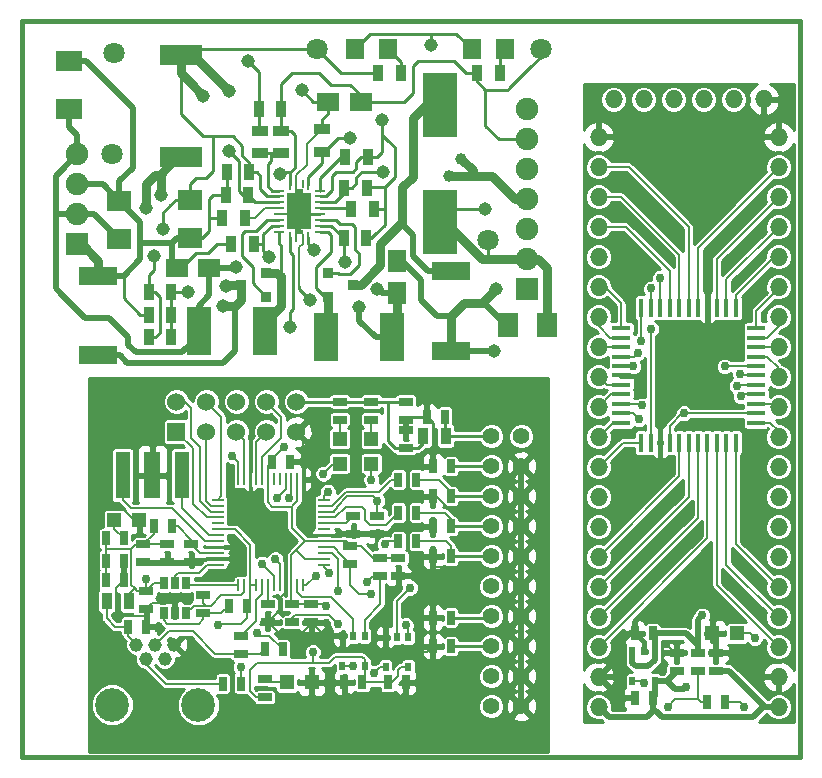
<source format=gtl>
G04 (created by PCBNEW-RS274X (2010-03-14)-final) date lun 07 nov 2011 20:25:05 ART*
G01*
G70*
G90*
%MOIN*%
G04 Gerber Fmt 3.4, Leading zero omitted, Abs format*
%FSLAX34Y34*%
G04 APERTURE LIST*
%ADD10C,0.000100*%
%ADD11C,0.015000*%
%ADD12R,0.060000X0.016000*%
%ADD13R,0.016000X0.060000*%
%ADD14R,0.020000X0.030000*%
%ADD15R,0.025000X0.045000*%
%ADD16R,0.045000X0.025000*%
%ADD17R,0.047200X0.047200*%
%ADD18O,0.060000X0.060000*%
%ADD19C,0.045300*%
%ADD20C,0.112200*%
%ADD21R,0.007800X0.039300*%
%ADD22R,0.039300X0.007800*%
%ADD23C,0.056000*%
%ADD24R,0.060000X0.060000*%
%ADD25C,0.060000*%
%ADD26R,0.035000X0.055000*%
%ADD27R,0.027600X0.039400*%
%ADD28R,0.047200X0.157400*%
%ADD29R,0.055100X0.157400*%
%ADD30R,0.085000X0.070000*%
%ADD31R,0.126000X0.060000*%
%ADD32R,0.062900X0.070900*%
%ADD33R,0.076700X0.059000*%
%ADD34R,0.059000X0.076700*%
%ADD35R,0.084600X0.070800*%
%ADD36R,0.070800X0.084600*%
%ADD37R,0.075000X0.075000*%
%ADD38C,0.075000*%
%ADD39R,0.141700X0.070800*%
%ADD40R,0.114100X0.212500*%
%ADD41R,0.030700X0.015700*%
%ADD42R,0.040000X0.040000*%
%ADD43R,0.033500X0.011000*%
%ADD44R,0.011000X0.033500*%
%ADD45R,0.009100X0.028500*%
%ADD46C,0.070900*%
%ADD47R,0.055000X0.035000*%
%ADD48R,0.080000X0.160000*%
%ADD49R,0.036000X0.036000*%
%ADD50C,0.045000*%
%ADD51C,0.038800*%
%ADD52C,0.029800*%
%ADD53C,0.010000*%
%ADD54C,0.020000*%
%ADD55C,0.030000*%
%ADD56C,0.006900*%
%ADD57C,0.006000*%
G04 APERTURE END LIST*
G54D10*
G54D11*
X33250Y-11250D02*
X33250Y-11450D01*
X59200Y-11250D02*
X33250Y-11250D01*
X59200Y-11800D02*
X59200Y-11250D01*
X59200Y-35800D02*
X59200Y-11800D01*
X33250Y-35800D02*
X59200Y-35800D01*
X33250Y-11350D02*
X33250Y-35800D01*
G54D12*
X57725Y-23075D03*
X57725Y-22760D03*
X57725Y-22445D03*
X57725Y-22130D03*
X57725Y-21815D03*
X57725Y-21500D03*
X57725Y-23390D03*
X57725Y-23705D03*
X57725Y-24020D03*
X57725Y-24335D03*
X57725Y-24650D03*
X53225Y-23075D03*
X53225Y-22760D03*
X53225Y-22445D03*
X53225Y-22130D03*
X53225Y-21815D03*
X53225Y-21500D03*
X53225Y-23390D03*
X53225Y-23705D03*
X53225Y-24020D03*
X53225Y-24335D03*
X53225Y-24650D03*
G54D13*
X55475Y-20825D03*
X55475Y-25325D03*
X55160Y-20825D03*
X55160Y-25325D03*
X54845Y-25325D03*
X54845Y-20825D03*
X54530Y-20825D03*
X54530Y-25325D03*
X54215Y-25325D03*
X54215Y-20825D03*
X53900Y-20825D03*
X53900Y-25325D03*
X55790Y-25325D03*
X55790Y-20825D03*
X56105Y-20825D03*
X56105Y-25325D03*
X56420Y-25325D03*
X56420Y-20825D03*
X56735Y-20825D03*
X56735Y-25325D03*
X57050Y-25325D03*
X57050Y-20825D03*
G54D14*
X54350Y-32275D03*
X53600Y-32275D03*
X54350Y-33275D03*
X53975Y-32275D03*
X53600Y-33275D03*
G54D15*
X54275Y-31675D03*
X53675Y-31675D03*
X54275Y-33825D03*
X53675Y-33825D03*
G54D16*
X55075Y-32925D03*
X55075Y-32325D03*
X56375Y-32925D03*
X56375Y-32325D03*
X55775Y-32325D03*
X55775Y-32925D03*
G54D15*
X56675Y-33975D03*
X56075Y-33975D03*
G54D17*
X57088Y-31675D03*
X56262Y-31675D03*
G54D18*
X58475Y-34125D03*
X58475Y-33125D03*
X58475Y-32125D03*
X58475Y-31125D03*
X58475Y-30125D03*
X58475Y-29125D03*
X58475Y-28125D03*
X58475Y-27125D03*
X58475Y-26125D03*
X58475Y-25125D03*
X58475Y-24125D03*
X58475Y-23125D03*
X58475Y-22125D03*
X58475Y-21125D03*
X58475Y-20125D03*
X58475Y-19125D03*
X58475Y-18125D03*
X58475Y-17125D03*
X58475Y-16125D03*
X58475Y-15125D03*
X52475Y-34125D03*
X52475Y-33125D03*
X52475Y-32125D03*
X52475Y-31125D03*
X52475Y-30125D03*
X52475Y-29125D03*
X52475Y-28125D03*
X52475Y-27125D03*
X52475Y-26125D03*
X52475Y-25125D03*
X52475Y-24125D03*
X52475Y-23125D03*
X52475Y-22125D03*
X52475Y-21125D03*
X52475Y-20125D03*
X52475Y-19125D03*
X52475Y-18125D03*
X52475Y-17125D03*
X52475Y-16125D03*
X52475Y-15125D03*
X52975Y-13875D03*
X53975Y-13875D03*
X54975Y-13875D03*
X55975Y-13875D03*
X56975Y-13875D03*
X57975Y-13875D03*
G54D19*
X37700Y-32043D03*
X37386Y-32515D03*
X38329Y-32043D03*
X38014Y-32515D03*
G54D20*
X39137Y-34050D03*
X36263Y-34050D03*
G54D19*
X37071Y-32043D03*
G54D21*
X40468Y-30071D03*
X40665Y-30071D03*
X40862Y-30071D03*
X41058Y-30071D03*
X41255Y-30071D03*
X41452Y-30071D03*
X41648Y-30071D03*
X41845Y-30071D03*
X42042Y-30071D03*
X42238Y-30071D03*
X42435Y-30071D03*
X42632Y-30071D03*
G54D22*
X43321Y-29382D03*
X43321Y-29185D03*
X43321Y-28988D03*
X43321Y-28792D03*
X43321Y-28595D03*
X43321Y-28398D03*
X43321Y-28202D03*
X43321Y-28005D03*
X43321Y-27808D03*
X43321Y-27612D03*
X43321Y-27415D03*
X43321Y-27218D03*
G54D21*
X42632Y-26529D03*
X42435Y-26529D03*
X42238Y-26529D03*
X42042Y-26529D03*
X41845Y-26529D03*
X41648Y-26529D03*
X41452Y-26529D03*
X41255Y-26529D03*
X41058Y-26529D03*
X40862Y-26529D03*
X40665Y-26529D03*
X40468Y-26529D03*
G54D22*
X39779Y-27218D03*
X39779Y-27415D03*
X39779Y-27612D03*
X39779Y-27808D03*
X39779Y-28005D03*
X39779Y-28202D03*
X39779Y-28398D03*
X39779Y-28595D03*
X39779Y-28792D03*
X39779Y-28988D03*
X39779Y-29185D03*
X39779Y-29382D03*
G54D17*
X42087Y-33300D03*
X42913Y-33300D03*
X44900Y-25187D03*
X44900Y-26013D03*
X43850Y-25187D03*
X43850Y-26013D03*
X36337Y-27900D03*
X37163Y-27900D03*
G54D23*
X48900Y-25100D03*
X49900Y-25100D03*
X48900Y-26100D03*
X49900Y-26100D03*
X48900Y-27100D03*
X49900Y-27100D03*
X48900Y-28100D03*
X49900Y-28100D03*
X48900Y-29100D03*
X49900Y-29100D03*
X48900Y-30100D03*
X49900Y-30100D03*
X48900Y-31100D03*
X49900Y-31100D03*
X48900Y-32100D03*
X49900Y-32100D03*
X48900Y-33100D03*
X49900Y-33100D03*
X48900Y-34100D03*
X49900Y-34100D03*
G54D24*
X38400Y-24950D03*
G54D25*
X38400Y-23950D03*
X39400Y-24950D03*
X39400Y-23950D03*
X40400Y-24950D03*
X40400Y-23950D03*
X41400Y-24950D03*
X41400Y-23950D03*
X42400Y-24950D03*
X42400Y-23950D03*
G54D15*
X46400Y-28600D03*
X45800Y-28600D03*
X46400Y-27650D03*
X45800Y-27650D03*
X46400Y-26550D03*
X45800Y-26550D03*
G54D16*
X45200Y-29150D03*
X45200Y-29750D03*
X42250Y-30700D03*
X42250Y-31300D03*
X45800Y-29750D03*
X45800Y-29150D03*
X45100Y-28350D03*
X45100Y-27750D03*
X44200Y-28750D03*
X44200Y-29350D03*
X44300Y-28350D03*
X44300Y-27750D03*
G54D15*
X38250Y-28100D03*
X37650Y-28100D03*
G54D16*
X40550Y-31750D03*
X40550Y-32350D03*
G54D15*
X41950Y-32200D03*
X41350Y-32200D03*
X40550Y-33350D03*
X39950Y-33350D03*
G54D16*
X43850Y-23950D03*
X43850Y-24550D03*
X44900Y-23950D03*
X44900Y-24550D03*
X41350Y-33800D03*
X41350Y-33200D03*
G54D15*
X36650Y-28500D03*
X36050Y-28500D03*
G54D16*
X39300Y-31000D03*
X39300Y-30400D03*
G54D15*
X40750Y-30750D03*
X40150Y-30750D03*
X45450Y-33300D03*
X46050Y-33300D03*
X44600Y-33300D03*
X44000Y-33300D03*
X47550Y-26100D03*
X46950Y-26100D03*
X47550Y-27100D03*
X46950Y-27100D03*
X47550Y-28100D03*
X46950Y-28100D03*
X47550Y-29100D03*
X46950Y-29100D03*
X47550Y-31150D03*
X46950Y-31150D03*
X47550Y-32100D03*
X46950Y-32100D03*
G54D16*
X42900Y-30700D03*
X42900Y-31300D03*
G54D15*
X41600Y-25950D03*
X42200Y-25950D03*
G54D16*
X38900Y-28700D03*
X38900Y-29300D03*
X37300Y-28700D03*
X37300Y-29300D03*
X41450Y-30700D03*
X41450Y-31300D03*
X38100Y-28700D03*
X38100Y-29300D03*
X37400Y-30250D03*
X37400Y-30850D03*
G54D15*
X36050Y-29250D03*
X36650Y-29250D03*
G54D16*
X46050Y-23950D03*
X46050Y-24550D03*
G54D15*
X36050Y-29900D03*
X36650Y-29900D03*
G54D16*
X46050Y-25500D03*
X46050Y-24900D03*
G54D15*
X36800Y-31450D03*
X37400Y-31450D03*
X47350Y-24450D03*
X46750Y-24450D03*
G54D26*
X36075Y-30600D03*
X36825Y-30600D03*
X47375Y-25100D03*
X46625Y-25100D03*
G54D14*
X44675Y-31750D03*
X43925Y-31750D03*
X44675Y-32750D03*
X44300Y-31750D03*
X43925Y-32750D03*
X46125Y-31800D03*
X45375Y-31800D03*
X46125Y-32800D03*
X45750Y-31800D03*
X45375Y-32800D03*
G54D27*
X37975Y-30000D03*
X38350Y-30000D03*
X38725Y-30000D03*
X38725Y-31000D03*
X38350Y-31000D03*
X37975Y-31000D03*
G54D28*
X38584Y-26400D03*
G54D29*
X37600Y-26400D03*
G54D28*
X36616Y-26400D03*
G54D30*
X34830Y-12600D03*
X34830Y-14200D03*
G54D31*
X47550Y-22250D03*
X47550Y-19593D03*
X35800Y-19750D03*
X35800Y-22407D03*
G54D32*
X49359Y-12200D03*
X48241Y-12200D03*
X45459Y-12200D03*
X44341Y-12200D03*
G54D33*
X44541Y-13950D03*
X43459Y-13950D03*
G54D34*
X45750Y-20341D03*
X45750Y-19259D03*
G54D33*
X39491Y-19500D03*
X38409Y-19500D03*
G54D35*
X36500Y-18539D03*
X36500Y-17261D03*
G54D36*
X50739Y-21400D03*
X49461Y-21400D03*
G54D35*
X38850Y-17211D03*
X38850Y-18489D03*
G54D37*
X50100Y-20200D03*
G54D38*
X50100Y-19200D03*
X50100Y-18200D03*
X50100Y-17200D03*
X50100Y-16200D03*
X50100Y-15200D03*
X50100Y-14200D03*
G54D37*
X35100Y-18700D03*
G54D38*
X35100Y-17700D03*
X35100Y-16700D03*
X35100Y-15700D03*
G54D39*
X38550Y-15800D03*
X38550Y-12400D03*
G54D40*
X47200Y-14052D03*
X47200Y-17948D03*
G54D41*
X42500Y-18280D03*
G54D42*
X42300Y-17200D03*
X42300Y-17600D03*
X42300Y-18000D03*
X42700Y-18000D03*
X42700Y-17600D03*
X42700Y-17200D03*
G54D43*
X43179Y-17698D03*
X43179Y-17502D03*
X43179Y-17305D03*
X43179Y-17108D03*
X43179Y-16911D03*
X43179Y-18289D03*
X43179Y-18092D03*
X43179Y-17895D03*
X41821Y-17895D03*
X41821Y-18092D03*
X41821Y-18289D03*
X41821Y-16911D03*
X41821Y-17108D03*
X41821Y-17305D03*
X41821Y-17502D03*
X41821Y-17698D03*
G54D44*
X42796Y-16726D03*
X42796Y-18474D03*
X42204Y-18474D03*
G54D45*
X42392Y-16700D03*
G54D41*
X42500Y-16921D03*
G54D45*
X42608Y-16700D03*
X42608Y-18500D03*
G54D44*
X42204Y-16726D03*
G54D45*
X42392Y-18500D03*
G54D46*
X48800Y-18550D03*
X50550Y-12200D03*
X36250Y-15700D03*
G54D26*
X45125Y-13000D03*
X45875Y-13000D03*
X38225Y-21050D03*
X37475Y-21050D03*
X37475Y-20300D03*
X38225Y-20300D03*
X41900Y-14200D03*
X41150Y-14200D03*
X48425Y-13000D03*
X49175Y-13000D03*
G54D47*
X41200Y-15675D03*
X41200Y-14925D03*
X41900Y-14925D03*
X41900Y-15675D03*
G54D26*
X40825Y-16300D03*
X40075Y-16300D03*
X40800Y-17075D03*
X40050Y-17075D03*
X44000Y-16825D03*
X44750Y-16825D03*
X37475Y-21800D03*
X38225Y-21800D03*
X44025Y-15800D03*
X44775Y-15800D03*
X40675Y-17825D03*
X39925Y-17825D03*
X44225Y-17525D03*
X44975Y-17525D03*
X43975Y-18500D03*
X44725Y-18500D03*
X40975Y-18700D03*
X40225Y-18700D03*
G54D47*
X43250Y-15625D03*
X43250Y-14875D03*
G54D48*
X39150Y-21600D03*
X41350Y-21600D03*
X45600Y-21800D03*
X43400Y-21800D03*
G54D46*
X43100Y-12200D03*
G54D49*
X41400Y-19650D03*
X41400Y-20450D03*
X40550Y-20050D03*
X43450Y-20450D03*
X43450Y-19650D03*
X44300Y-20050D03*
G54D46*
X36325Y-12325D03*
G54D50*
X44200Y-15150D03*
X40150Y-15600D03*
X41500Y-19125D03*
X45100Y-20200D03*
X44500Y-20800D03*
X44025Y-19300D03*
X40400Y-19450D03*
X41850Y-16350D03*
X45275Y-16300D03*
X37650Y-19100D03*
X37950Y-18200D03*
X39300Y-13750D03*
X40150Y-13600D03*
G54D51*
X47900Y-15850D03*
X47500Y-16425D03*
G54D50*
X48700Y-17525D03*
X43000Y-18900D03*
G54D52*
X40250Y-25750D03*
X56675Y-22775D03*
X57175Y-23025D03*
X57075Y-23425D03*
X57225Y-23775D03*
X53625Y-22775D03*
X53925Y-24075D03*
X53825Y-24525D03*
X54725Y-32025D03*
X53775Y-23275D03*
X57075Y-21675D03*
X46050Y-31400D03*
X43800Y-30250D03*
X43800Y-31350D03*
X43500Y-29650D03*
X46200Y-30150D03*
X44750Y-29950D03*
X43050Y-29750D03*
X43300Y-26350D03*
X41750Y-27150D03*
X44900Y-30350D03*
X44300Y-32750D03*
X53875Y-21925D03*
X45350Y-28700D03*
X43450Y-26950D03*
X54525Y-19825D03*
X54225Y-21525D03*
X45100Y-27250D03*
X54225Y-20175D03*
X45000Y-33000D03*
X44900Y-26550D03*
X42150Y-27150D03*
X55325Y-24335D03*
X55375Y-33475D03*
X53775Y-22325D03*
X42000Y-25450D03*
X42950Y-32300D03*
X43400Y-30750D03*
X55925Y-31075D03*
G54D50*
X42850Y-20550D03*
X46900Y-12050D03*
X45250Y-14550D03*
X49050Y-20200D03*
X40800Y-12600D03*
X42575Y-13575D03*
X49000Y-22250D03*
G54D52*
X40300Y-29000D03*
X37800Y-31500D03*
G54D50*
X37900Y-17050D03*
X37400Y-17500D03*
X39950Y-20775D03*
X40050Y-20100D03*
X42200Y-21450D03*
X38800Y-20300D03*
G54D52*
X41250Y-29350D03*
X41100Y-31650D03*
X41700Y-29200D03*
X40550Y-32800D03*
X57675Y-31825D03*
X57325Y-34125D03*
X54775Y-34125D03*
X53975Y-33325D03*
X39800Y-31400D03*
X37400Y-29850D03*
G54D53*
X42796Y-16726D02*
X42796Y-16454D01*
X43250Y-16000D02*
X43250Y-15625D01*
X42796Y-16454D02*
X43250Y-16000D01*
X41821Y-17305D02*
X41300Y-17305D01*
X41300Y-17305D02*
X41305Y-17305D01*
G54D54*
X35100Y-15700D02*
X34550Y-16250D01*
X34375Y-17700D02*
X34375Y-16425D01*
X34375Y-16425D02*
X34550Y-16250D01*
X34375Y-20175D02*
X34375Y-17700D01*
X38600Y-22300D02*
X39150Y-21750D01*
X37050Y-22300D02*
X38600Y-22300D01*
X34550Y-20350D02*
X35350Y-21150D01*
X35350Y-21150D02*
X36150Y-21150D01*
X36150Y-21150D02*
X36800Y-21800D01*
X36800Y-21800D02*
X36800Y-22050D01*
X36800Y-22050D02*
X37050Y-22300D01*
X34550Y-20350D02*
X34375Y-20175D01*
G54D53*
X43900Y-15150D02*
X44200Y-15150D01*
X43250Y-15625D02*
X43325Y-15625D01*
X43800Y-15150D02*
X43325Y-15625D01*
X43900Y-15150D02*
X43800Y-15150D01*
X40475Y-15925D02*
X40150Y-15600D01*
X40800Y-17075D02*
X40625Y-17075D01*
X40475Y-16925D02*
X40625Y-17075D01*
X40475Y-16700D02*
X40475Y-16925D01*
X40475Y-15925D02*
X40475Y-16700D01*
X41300Y-18925D02*
X41500Y-19125D01*
X41300Y-18925D02*
X41300Y-18800D01*
G54D55*
X45750Y-20341D02*
X45750Y-21650D01*
X45750Y-21650D02*
X45600Y-21800D01*
G54D54*
X45241Y-20341D02*
X45750Y-20341D01*
X45100Y-20200D02*
X45241Y-20341D01*
X45600Y-21800D02*
X45050Y-21800D01*
X44500Y-21250D02*
X44500Y-20800D01*
X45050Y-21800D02*
X44500Y-21250D01*
G54D53*
X43975Y-19250D02*
X43975Y-18500D01*
X44025Y-19300D02*
X43975Y-19250D01*
G54D54*
X39491Y-19500D02*
X40350Y-19500D01*
X40400Y-19450D02*
X40350Y-19500D01*
X39150Y-21600D02*
X39150Y-20750D01*
X39491Y-20409D02*
X39491Y-19500D01*
X39150Y-20750D02*
X39491Y-20409D01*
G54D53*
X43179Y-18092D02*
X43567Y-18092D01*
X43567Y-18092D02*
X43975Y-18500D01*
X41300Y-17305D02*
X41030Y-17305D01*
X41030Y-17305D02*
X40800Y-17075D01*
X41300Y-18800D02*
X41300Y-18700D01*
X41300Y-18700D02*
X41300Y-18375D01*
X41300Y-18375D02*
X41583Y-18092D01*
X41583Y-18092D02*
X41821Y-18092D01*
G54D54*
X35100Y-17700D02*
X34375Y-17700D01*
X35100Y-17700D02*
X35661Y-17700D01*
X35661Y-17700D02*
X36500Y-18539D01*
G54D53*
X40975Y-18700D02*
X41300Y-18700D01*
G54D54*
X35100Y-15700D02*
X35100Y-15060D01*
X34830Y-14790D02*
X34830Y-14200D01*
X35100Y-15060D02*
X34830Y-14790D01*
G54D53*
X42204Y-16726D02*
X42204Y-16300D01*
X42204Y-16300D02*
X42204Y-16296D01*
X42225Y-14925D02*
X41900Y-14925D01*
X42350Y-15050D02*
X42225Y-14925D01*
X42350Y-16150D02*
X42350Y-15050D01*
X42204Y-16296D02*
X42350Y-16150D01*
X41900Y-14200D02*
X41900Y-14925D01*
X48425Y-13000D02*
X48425Y-13275D01*
X48425Y-13275D02*
X48700Y-13550D01*
X48700Y-13550D02*
X49450Y-13550D01*
X49450Y-13550D02*
X49500Y-13500D01*
X50550Y-12450D02*
X50200Y-12800D01*
X50550Y-12450D02*
X50550Y-12200D01*
X49500Y-13500D02*
X50200Y-12800D01*
X48425Y-13000D02*
X48050Y-13000D01*
X46000Y-13950D02*
X46300Y-13650D01*
X46300Y-13650D02*
X46300Y-12750D01*
X46300Y-12750D02*
X46450Y-12600D01*
X46450Y-12600D02*
X47650Y-12600D01*
X47650Y-12600D02*
X48050Y-13000D01*
X46000Y-13950D02*
X45500Y-13950D01*
X45500Y-13950D02*
X44541Y-13950D01*
X42204Y-16300D02*
X42200Y-16300D01*
X44250Y-16825D02*
X44000Y-16825D01*
X44400Y-16675D02*
X44250Y-16825D01*
X44400Y-16550D02*
X44400Y-16675D01*
X44400Y-16475D02*
X44575Y-16300D01*
X44400Y-16550D02*
X44400Y-16475D01*
X41900Y-16300D02*
X42200Y-16300D01*
X41850Y-16350D02*
X41900Y-16300D01*
X44575Y-16300D02*
X45275Y-16300D01*
X44541Y-13950D02*
X44541Y-13741D01*
X41900Y-13350D02*
X41900Y-14200D01*
X42250Y-13000D02*
X41900Y-13350D01*
X43150Y-13000D02*
X42250Y-13000D01*
X43550Y-13400D02*
X43150Y-13000D01*
X44200Y-13400D02*
X43550Y-13400D01*
X44541Y-13741D02*
X44200Y-13400D01*
X50100Y-15200D02*
X49150Y-15200D01*
X49150Y-15200D02*
X48700Y-14750D01*
X48700Y-14750D02*
X48700Y-13550D01*
X43179Y-17305D02*
X43695Y-17305D01*
X43695Y-17305D02*
X44000Y-17000D01*
X44000Y-17000D02*
X44000Y-16825D01*
X41821Y-17108D02*
X41425Y-17108D01*
X41425Y-17108D02*
X41450Y-17108D01*
X41450Y-17108D02*
X41458Y-17108D01*
X45125Y-13000D02*
X43900Y-13000D01*
X43600Y-12700D02*
X43100Y-12200D01*
X43900Y-13000D02*
X43600Y-12700D01*
X37475Y-19725D02*
X37475Y-20300D01*
X37475Y-19725D02*
X37650Y-19550D01*
X37650Y-19550D02*
X37650Y-19100D01*
X38389Y-17211D02*
X38200Y-17400D01*
X38389Y-17211D02*
X38850Y-17211D01*
X37950Y-17650D02*
X38200Y-17400D01*
X37950Y-18200D02*
X37950Y-17650D01*
X39400Y-16500D02*
X39625Y-16275D01*
X39625Y-15100D02*
X39625Y-16275D01*
X38850Y-16700D02*
X38850Y-17211D01*
X39050Y-16500D02*
X38850Y-16700D01*
X39400Y-16500D02*
X39050Y-16500D01*
X40825Y-16300D02*
X40825Y-15975D01*
X40600Y-15425D02*
X40600Y-15750D01*
X40275Y-15100D02*
X40600Y-15425D01*
X40275Y-15100D02*
X39625Y-15100D01*
X40825Y-15975D02*
X40600Y-15750D01*
X39625Y-15100D02*
X39625Y-15100D01*
X38550Y-12400D02*
X38550Y-13750D01*
X38550Y-13750D02*
X38550Y-14350D01*
X38550Y-14350D02*
X39300Y-15100D01*
X39300Y-15100D02*
X39600Y-15100D01*
X39600Y-15100D02*
X39625Y-15100D01*
X38750Y-12200D02*
X38550Y-12400D01*
G54D55*
X50100Y-17200D02*
X49700Y-17200D01*
X48925Y-16425D02*
X49700Y-17200D01*
X48950Y-16450D02*
X48925Y-16425D01*
X48175Y-16425D02*
X48275Y-16425D01*
X48275Y-16425D02*
X48925Y-16425D01*
G54D53*
X43100Y-12200D02*
X38750Y-12200D01*
X38750Y-12200D02*
X38550Y-12400D01*
X37475Y-20300D02*
X37700Y-20300D01*
X37700Y-21800D02*
X37475Y-21800D01*
X37850Y-21650D02*
X37700Y-21800D01*
X37850Y-20450D02*
X37850Y-21650D01*
X37700Y-20300D02*
X37850Y-20450D01*
G54D55*
X38550Y-13000D02*
X38550Y-12400D01*
X39300Y-13750D02*
X38850Y-13300D01*
X38850Y-13300D02*
X38550Y-13000D01*
X38550Y-12400D02*
X38950Y-12400D01*
X38950Y-12400D02*
X40150Y-13600D01*
G54D53*
X41425Y-17108D02*
X41425Y-17100D01*
X41075Y-16300D02*
X40825Y-16300D01*
X41200Y-16425D02*
X41075Y-16300D01*
X41200Y-16875D02*
X41200Y-16425D01*
X41425Y-17100D02*
X41200Y-16875D01*
G54D55*
X47650Y-16425D02*
X47625Y-16425D01*
X47625Y-16425D02*
X48175Y-16425D01*
X47900Y-15850D02*
X48275Y-16225D01*
X48275Y-16225D02*
X48275Y-16400D01*
X48275Y-16400D02*
X48275Y-16425D01*
X47625Y-16425D02*
X47500Y-16425D01*
G54D53*
X42796Y-18474D02*
X42796Y-18696D01*
X42796Y-18696D02*
X43000Y-18900D01*
X47200Y-18750D02*
X47200Y-17948D01*
G54D55*
X48950Y-19200D02*
X48800Y-19200D01*
X48800Y-19200D02*
X50100Y-19200D01*
X50739Y-21400D02*
X50739Y-19489D01*
X50739Y-19489D02*
X50450Y-19200D01*
X50450Y-19200D02*
X50100Y-19200D01*
X47200Y-17948D02*
X47348Y-17948D01*
X47348Y-17948D02*
X48600Y-19200D01*
X48600Y-19200D02*
X48950Y-19200D01*
G54D53*
X48800Y-18550D02*
X48800Y-19200D01*
X48700Y-17525D02*
X47623Y-17525D01*
X47623Y-17525D02*
X47200Y-17948D01*
G54D56*
X39400Y-23950D02*
X39900Y-24450D01*
X39900Y-27097D02*
X39779Y-27218D01*
X39900Y-24450D02*
X39900Y-27097D01*
X41058Y-26529D02*
X41058Y-25292D01*
X41058Y-25292D02*
X41400Y-24950D01*
X40665Y-26529D02*
X40665Y-25215D01*
X40665Y-25215D02*
X40400Y-24950D01*
X40468Y-26529D02*
X40468Y-25968D01*
X40468Y-25968D02*
X40250Y-25750D01*
X41825Y-25225D02*
X41900Y-25150D01*
X41900Y-24450D02*
X41800Y-24350D01*
X41900Y-25150D02*
X41900Y-24450D01*
X41255Y-26529D02*
X41255Y-25795D01*
X41255Y-25795D02*
X41825Y-25225D01*
X41800Y-24350D02*
X41400Y-23950D01*
X39400Y-24950D02*
X39400Y-27250D01*
X39400Y-27250D02*
X39565Y-27415D01*
X39565Y-27415D02*
X39779Y-27415D01*
X39779Y-27612D02*
X39562Y-27612D01*
X39562Y-27612D02*
X39200Y-27250D01*
X39200Y-27250D02*
X39200Y-25450D01*
X39200Y-25450D02*
X38900Y-25150D01*
X38900Y-25150D02*
X38900Y-24150D01*
X38900Y-24150D02*
X38700Y-23950D01*
X38700Y-23950D02*
X38400Y-23950D01*
X39779Y-27808D02*
X39408Y-27808D01*
X39408Y-27808D02*
X38950Y-27350D01*
X38950Y-27350D02*
X38950Y-25500D01*
X38950Y-25500D02*
X38400Y-24950D01*
X58475Y-24925D02*
X58200Y-24650D01*
X58475Y-25125D02*
X58475Y-24925D01*
X58200Y-24650D02*
X57725Y-24650D01*
X58370Y-24020D02*
X58475Y-24125D01*
X57725Y-24020D02*
X58370Y-24020D01*
X58095Y-22445D02*
X58475Y-22825D01*
X57725Y-22445D02*
X58095Y-22445D01*
X58475Y-22825D02*
X58475Y-23125D01*
X58470Y-22130D02*
X58475Y-22125D01*
X57725Y-22130D02*
X58470Y-22130D01*
X58475Y-21425D02*
X58085Y-21815D01*
X58475Y-21125D02*
X58475Y-21425D01*
X58085Y-21815D02*
X57725Y-21815D01*
X57725Y-20925D02*
X58475Y-20175D01*
X57725Y-21500D02*
X57725Y-20925D01*
X58475Y-20175D02*
X58475Y-20125D01*
X57050Y-20400D02*
X58325Y-19125D01*
X57050Y-20825D02*
X57050Y-20400D01*
X58325Y-19125D02*
X58475Y-19125D01*
X56735Y-19865D02*
X58475Y-18125D01*
X56735Y-20825D02*
X56735Y-19865D01*
X56420Y-19180D02*
X58475Y-17125D01*
X56420Y-20825D02*
X56420Y-19180D01*
X55790Y-18810D02*
X58475Y-16125D01*
X55790Y-20825D02*
X55790Y-18810D01*
X56420Y-30070D02*
X58475Y-32125D01*
X56420Y-25325D02*
X56420Y-30070D01*
X56735Y-29385D02*
X58475Y-31125D01*
X56735Y-25325D02*
X56735Y-29385D01*
X57050Y-28700D02*
X58475Y-30125D01*
X57050Y-25325D02*
X57050Y-28700D01*
X57725Y-22760D02*
X56690Y-22760D01*
X56690Y-22760D02*
X56675Y-22775D01*
X57725Y-23075D02*
X57225Y-23075D01*
X57225Y-23075D02*
X57175Y-23025D01*
X57725Y-23390D02*
X57110Y-23390D01*
X57110Y-23390D02*
X57075Y-23425D01*
X57725Y-23705D02*
X57295Y-23705D01*
X57295Y-23705D02*
X57225Y-23775D01*
X52950Y-24650D02*
X52475Y-25125D01*
X53225Y-24650D02*
X52950Y-24650D01*
X52895Y-23705D02*
X52475Y-24125D01*
X53225Y-23705D02*
X52895Y-23705D01*
X52740Y-23390D02*
X52475Y-23125D01*
X53225Y-23390D02*
X52740Y-23390D01*
X52480Y-22130D02*
X52475Y-22125D01*
X53225Y-22130D02*
X52480Y-22130D01*
X52475Y-21425D02*
X52865Y-21815D01*
X52475Y-21125D02*
X52475Y-21425D01*
X52865Y-21815D02*
X53225Y-21815D01*
X52675Y-20125D02*
X53225Y-20675D01*
X52475Y-20125D02*
X52675Y-20125D01*
X53225Y-20675D02*
X53225Y-21500D01*
X53610Y-22760D02*
X53625Y-22775D01*
X53225Y-22760D02*
X53610Y-22760D01*
X54845Y-19595D02*
X53375Y-18125D01*
X54845Y-20825D02*
X54845Y-19595D01*
X53375Y-18125D02*
X52475Y-18125D01*
X55160Y-19060D02*
X53225Y-17125D01*
X55160Y-20825D02*
X55160Y-19060D01*
X53225Y-17125D02*
X52475Y-17125D01*
X55475Y-18125D02*
X53475Y-16125D01*
X55475Y-20825D02*
X55475Y-18125D01*
X53475Y-16125D02*
X52475Y-16125D01*
X56105Y-28495D02*
X52475Y-32125D01*
X56105Y-25325D02*
X56105Y-28495D01*
X55790Y-27810D02*
X52475Y-31125D01*
X55790Y-25325D02*
X55790Y-27810D01*
X55475Y-27125D02*
X52475Y-30125D01*
X55475Y-25325D02*
X55475Y-27125D01*
X55160Y-26440D02*
X52475Y-29125D01*
X55160Y-25325D02*
X55160Y-26440D01*
X53225Y-24020D02*
X53870Y-24020D01*
X53870Y-24020D02*
X53925Y-24075D01*
X53225Y-24335D02*
X53635Y-24335D01*
X53635Y-24335D02*
X53825Y-24525D01*
X53275Y-25325D02*
X52475Y-26125D01*
X53900Y-25325D02*
X53275Y-25325D01*
X39779Y-29382D02*
X39418Y-29382D01*
X39418Y-29382D02*
X39150Y-29650D01*
X39150Y-29650D02*
X38450Y-29650D01*
X38450Y-29650D02*
X38350Y-29750D01*
X38350Y-29750D02*
X38350Y-30000D01*
X39300Y-30400D02*
X39300Y-30650D01*
X39300Y-30650D02*
X39400Y-30750D01*
X40665Y-30071D02*
X40665Y-30285D01*
X40665Y-30285D02*
X40550Y-30400D01*
X40550Y-30400D02*
X39900Y-30400D01*
X39900Y-30400D02*
X39550Y-30750D01*
X39550Y-30750D02*
X39400Y-30750D01*
X38975Y-30750D02*
X38725Y-31000D01*
X39400Y-30750D02*
X38975Y-30750D01*
X40468Y-30071D02*
X38796Y-30071D01*
X38796Y-30071D02*
X38725Y-30000D01*
X55075Y-32325D02*
X55025Y-32325D01*
X55025Y-32325D02*
X54725Y-32025D01*
G54D11*
X53975Y-32275D02*
X53975Y-31975D01*
X53975Y-31975D02*
X53675Y-31675D01*
G54D56*
X53225Y-23075D02*
X53575Y-23075D01*
X53575Y-23075D02*
X53775Y-23275D01*
X56105Y-21355D02*
X56425Y-21675D01*
X56105Y-20825D02*
X56105Y-21355D01*
X56425Y-21675D02*
X57075Y-21675D01*
X54530Y-24570D02*
X56025Y-23075D01*
X56025Y-22075D02*
X56425Y-21675D01*
X56025Y-23075D02*
X56025Y-22075D01*
X54530Y-25325D02*
X54530Y-24575D01*
X54530Y-24575D02*
X54530Y-24570D01*
G54D54*
X57675Y-33125D02*
X56875Y-32325D01*
X56875Y-32325D02*
X56375Y-32325D01*
X58475Y-33125D02*
X57675Y-33125D01*
X53175Y-33825D02*
X52475Y-33125D01*
X53675Y-33825D02*
X53175Y-33825D01*
X52475Y-15125D02*
X58475Y-15125D01*
X56375Y-31788D02*
X56262Y-31675D01*
X56375Y-32325D02*
X56375Y-31788D01*
X53525Y-31675D02*
X53175Y-32025D01*
X53175Y-32025D02*
X53175Y-32425D01*
X53175Y-32425D02*
X52475Y-33125D01*
X53675Y-31675D02*
X53525Y-31675D01*
G54D56*
X46125Y-31475D02*
X46125Y-31800D01*
X46050Y-31400D02*
X46125Y-31475D01*
X43321Y-28988D02*
X43588Y-28988D01*
X43800Y-29200D02*
X43800Y-30250D01*
X43588Y-28988D02*
X43800Y-29200D01*
X42250Y-31300D02*
X42250Y-31150D01*
X42250Y-31150D02*
X42350Y-31050D01*
X42350Y-31050D02*
X43500Y-31050D01*
X43500Y-31050D02*
X43800Y-31350D01*
X45750Y-31800D02*
X45750Y-30600D01*
X43321Y-29471D02*
X43321Y-29382D01*
X43500Y-29650D02*
X43321Y-29471D01*
X45750Y-30600D02*
X46200Y-30150D01*
X42632Y-30071D02*
X42729Y-30071D01*
X44950Y-29750D02*
X45200Y-29750D01*
X44750Y-29950D02*
X44950Y-29750D01*
X42729Y-30071D02*
X43050Y-29750D01*
X45200Y-29750D02*
X45200Y-30700D01*
X45200Y-30700D02*
X44675Y-31225D01*
X44675Y-31225D02*
X44675Y-31750D01*
X43350Y-30450D02*
X43550Y-30450D01*
X44300Y-31200D02*
X44300Y-31400D01*
X43550Y-30450D02*
X44300Y-31200D01*
X42435Y-30071D02*
X42435Y-30285D01*
X44300Y-31400D02*
X44300Y-31750D01*
X42600Y-30450D02*
X43350Y-30450D01*
X42435Y-30285D02*
X42600Y-30450D01*
X42042Y-26529D02*
X42042Y-26858D01*
X43637Y-26013D02*
X43850Y-26013D01*
X43300Y-26350D02*
X43637Y-26013D01*
X42042Y-26858D02*
X41750Y-27150D01*
X44200Y-29350D02*
X44200Y-30050D01*
X44500Y-30350D02*
X44900Y-30350D01*
X44200Y-30050D02*
X44500Y-30350D01*
X43925Y-32750D02*
X44300Y-32750D01*
X43321Y-28792D02*
X43642Y-28792D01*
X43642Y-28792D02*
X43900Y-29050D01*
X43900Y-29050D02*
X44200Y-29350D01*
G54D53*
X47550Y-32100D02*
X48900Y-32100D01*
G54D56*
X53900Y-21900D02*
X53875Y-21925D01*
X53900Y-20825D02*
X53900Y-21900D01*
X43321Y-27218D02*
X43321Y-27079D01*
X45450Y-28600D02*
X45800Y-28600D01*
X45350Y-28700D02*
X45450Y-28600D01*
X43321Y-27079D02*
X43450Y-26950D01*
X54530Y-19830D02*
X54525Y-19825D01*
X54530Y-20825D02*
X54530Y-19830D01*
X43321Y-27415D02*
X43585Y-27415D01*
X45550Y-26550D02*
X45800Y-26550D01*
X45150Y-26950D02*
X45550Y-26550D01*
X44050Y-26950D02*
X45150Y-26950D01*
X43585Y-27415D02*
X44050Y-26950D01*
X54215Y-21535D02*
X54225Y-21525D01*
X54215Y-25325D02*
X54215Y-21535D01*
X43750Y-27500D02*
X43638Y-27612D01*
X43321Y-27612D02*
X43650Y-27612D01*
X43750Y-27450D02*
X44100Y-27100D01*
X44100Y-27100D02*
X44950Y-27100D01*
X44950Y-27100D02*
X45100Y-27250D01*
X43750Y-27500D02*
X43750Y-27450D01*
X43638Y-27612D02*
X43650Y-27600D01*
X43650Y-27600D02*
X43650Y-27612D01*
X45100Y-27250D02*
X45100Y-27450D01*
X45100Y-27450D02*
X45100Y-27750D01*
G54D53*
X47550Y-31150D02*
X48850Y-31150D01*
X48850Y-31150D02*
X48900Y-31100D01*
G54D56*
X54215Y-20185D02*
X54225Y-20175D01*
X54215Y-20825D02*
X54215Y-20185D01*
X43321Y-27808D02*
X43692Y-27808D01*
X43692Y-27808D02*
X44050Y-27450D01*
X44050Y-27450D02*
X44600Y-27450D01*
X44600Y-27450D02*
X44700Y-27550D01*
X44700Y-27550D02*
X44700Y-27900D01*
X44700Y-27900D02*
X44850Y-28050D01*
X44850Y-28050D02*
X45400Y-28050D01*
X45400Y-28050D02*
X45800Y-27650D01*
X45375Y-32800D02*
X45200Y-32800D01*
X45200Y-32800D02*
X45000Y-33000D01*
G54D53*
X47550Y-26100D02*
X48900Y-26100D01*
G54D56*
X42238Y-26529D02*
X42238Y-27062D01*
X44900Y-26550D02*
X44900Y-26013D01*
X42238Y-27062D02*
X42150Y-27150D01*
G54D54*
X55025Y-33525D02*
X54750Y-33250D01*
X55325Y-33525D02*
X55025Y-33525D01*
X55375Y-33475D02*
X55325Y-33525D01*
G54D56*
X53225Y-22445D02*
X53655Y-22445D01*
X53655Y-22445D02*
X53775Y-22325D01*
G54D54*
X58000Y-34125D02*
X58475Y-34125D01*
X58025Y-34125D02*
X58000Y-34125D01*
X56825Y-32925D02*
X58025Y-34125D01*
X56375Y-32925D02*
X56825Y-32925D01*
X54275Y-34275D02*
X54075Y-34475D01*
X54075Y-34475D02*
X52825Y-34475D01*
X52825Y-34475D02*
X52475Y-34125D01*
X54275Y-33825D02*
X54275Y-34275D01*
X54350Y-33750D02*
X54275Y-33825D01*
X54350Y-33275D02*
X54350Y-33750D01*
X54725Y-33275D02*
X54750Y-33250D01*
X54350Y-33275D02*
X54725Y-33275D01*
X54750Y-33250D02*
X55075Y-32925D01*
G54D56*
X55265Y-24335D02*
X54845Y-24755D01*
X54845Y-24755D02*
X54845Y-25325D01*
X55325Y-24335D02*
X55265Y-24335D01*
X55475Y-24335D02*
X55325Y-24335D01*
X57725Y-24335D02*
X55475Y-24335D01*
G54D54*
X54375Y-34275D02*
X54575Y-34475D01*
X54575Y-34475D02*
X57625Y-34475D01*
X57625Y-34475D02*
X58000Y-34100D01*
X58000Y-34100D02*
X58000Y-34125D01*
X54275Y-34275D02*
X54375Y-34275D01*
G54D56*
X41600Y-25950D02*
X41600Y-25850D01*
X41600Y-25850D02*
X42000Y-25450D01*
X42900Y-30700D02*
X43350Y-30700D01*
X42950Y-32300D02*
X42950Y-32650D01*
X43350Y-30700D02*
X43400Y-30750D01*
X41050Y-33800D02*
X41350Y-33800D01*
X41450Y-32650D02*
X42950Y-32650D01*
X41450Y-32650D02*
X41100Y-32650D01*
X41100Y-32650D02*
X40850Y-32900D01*
X40850Y-32900D02*
X40850Y-33600D01*
X40850Y-33600D02*
X41050Y-33800D01*
X42950Y-32650D02*
X43150Y-32650D01*
X43150Y-32650D02*
X43500Y-32650D01*
X43500Y-32650D02*
X43700Y-32450D01*
X43700Y-32450D02*
X44600Y-32450D01*
X44600Y-32450D02*
X44675Y-32525D01*
X44675Y-32525D02*
X44675Y-32750D01*
X45450Y-33300D02*
X45600Y-33300D01*
X45900Y-32800D02*
X46125Y-32800D01*
X45800Y-32900D02*
X45900Y-32800D01*
X45800Y-33100D02*
X45800Y-32900D01*
X45600Y-33300D02*
X45800Y-33100D01*
X44600Y-33300D02*
X45450Y-33300D01*
X44675Y-32750D02*
X44675Y-33225D01*
X44675Y-33225D02*
X44600Y-33300D01*
X43321Y-29185D02*
X42685Y-29185D01*
X42685Y-29185D02*
X42395Y-28895D01*
X42238Y-30071D02*
X42238Y-29052D01*
X42238Y-29052D02*
X42395Y-28895D01*
X42395Y-28895D02*
X42695Y-28595D01*
X42250Y-27450D02*
X42250Y-28150D01*
X42250Y-28150D02*
X42350Y-28250D01*
X42350Y-28250D02*
X42695Y-28595D01*
X42435Y-26965D02*
X42435Y-27265D01*
X42435Y-26965D02*
X42435Y-26529D01*
X42250Y-27450D02*
X42300Y-27400D01*
X42435Y-27265D02*
X42300Y-27400D01*
X41452Y-26900D02*
X41452Y-27302D01*
X41600Y-27450D02*
X42250Y-27450D01*
X41452Y-27302D02*
X41600Y-27450D01*
X41452Y-26529D02*
X41452Y-26900D01*
X45200Y-29150D02*
X44950Y-29150D01*
X44950Y-29150D02*
X44550Y-28750D01*
X44550Y-28750D02*
X44200Y-28750D01*
X45800Y-29150D02*
X45200Y-29150D01*
X43321Y-28595D02*
X44045Y-28595D01*
X44045Y-28595D02*
X44200Y-28750D01*
X42695Y-28595D02*
X43321Y-28595D01*
X42250Y-30700D02*
X42900Y-30700D01*
X42238Y-30071D02*
X42238Y-30688D01*
X42238Y-30688D02*
X42250Y-30700D01*
X41452Y-26529D02*
X41452Y-26098D01*
X41452Y-26098D02*
X41600Y-25950D01*
G54D53*
X43850Y-23950D02*
X42400Y-23950D01*
X44900Y-23950D02*
X43850Y-23950D01*
X45450Y-23950D02*
X45450Y-25250D01*
X45700Y-25500D02*
X46050Y-25500D01*
X45450Y-25250D02*
X45700Y-25500D01*
X46050Y-23950D02*
X45450Y-23950D01*
X45450Y-23950D02*
X44900Y-23950D01*
X46625Y-25100D02*
X46625Y-25325D01*
X46625Y-25325D02*
X46450Y-25500D01*
X46450Y-25500D02*
X46050Y-25500D01*
X47350Y-24450D02*
X47350Y-25075D01*
X47350Y-25075D02*
X47375Y-25100D01*
X48900Y-25100D02*
X47375Y-25100D01*
G54D56*
X36075Y-30600D02*
X36075Y-31175D01*
X36075Y-31175D02*
X36350Y-31450D01*
X36350Y-31450D02*
X36800Y-31450D01*
X36800Y-31450D02*
X36800Y-31772D01*
X36800Y-31772D02*
X37071Y-32043D01*
G54D54*
X55775Y-31225D02*
X55775Y-32325D01*
X55925Y-31075D02*
X55775Y-31225D01*
X54350Y-31750D02*
X54275Y-31675D01*
X54350Y-32275D02*
X54350Y-31750D01*
X55775Y-32075D02*
X55375Y-31675D01*
X55375Y-31675D02*
X54275Y-31675D01*
X55775Y-32325D02*
X55775Y-32075D01*
X53600Y-32650D02*
X53725Y-32775D01*
X53725Y-32775D02*
X54125Y-32775D01*
X54125Y-32775D02*
X54350Y-32550D01*
X54350Y-32550D02*
X54350Y-32275D01*
X53600Y-32275D02*
X53600Y-32650D01*
X55375Y-31675D02*
X55375Y-31675D01*
G54D56*
X42392Y-16700D02*
X42392Y-16408D01*
X42750Y-15375D02*
X43250Y-14875D01*
X42750Y-16050D02*
X42750Y-15375D01*
X42392Y-16408D02*
X42750Y-16050D01*
X42300Y-17600D02*
X42300Y-18000D01*
X42300Y-17200D02*
X42392Y-17108D01*
X42500Y-20150D02*
X42500Y-18800D01*
X42608Y-18692D02*
X42608Y-18500D01*
X42500Y-18800D02*
X42608Y-18692D01*
G54D53*
X42500Y-20100D02*
X42500Y-20150D01*
X42500Y-20150D02*
X42500Y-20200D01*
X42500Y-20200D02*
X42850Y-20550D01*
G54D56*
X42300Y-18000D02*
X42700Y-18000D01*
X42700Y-17600D02*
X42700Y-18000D01*
X42700Y-17200D02*
X42700Y-17600D01*
X42300Y-17200D02*
X42300Y-17600D01*
X42392Y-18500D02*
X42392Y-18092D01*
X42392Y-18092D02*
X42300Y-18000D01*
X42392Y-16700D02*
X42392Y-17108D01*
X42392Y-17108D02*
X42300Y-17200D01*
X41821Y-17698D02*
X42202Y-17698D01*
X42202Y-17698D02*
X42300Y-17600D01*
G54D53*
X41150Y-14200D02*
X41150Y-14875D01*
X41150Y-14875D02*
X41200Y-14925D01*
X44841Y-11700D02*
X44850Y-11691D01*
X44850Y-11691D02*
X44341Y-12200D01*
X43179Y-17108D02*
X43392Y-17108D01*
X43725Y-16300D02*
X44275Y-16300D01*
X44550Y-15800D02*
X44775Y-15800D01*
X44400Y-15950D02*
X44550Y-15800D01*
X44400Y-16175D02*
X44400Y-15950D01*
X44275Y-16300D02*
X44400Y-16175D01*
X43600Y-16425D02*
X43725Y-16300D01*
X43600Y-16900D02*
X43600Y-16425D01*
X43392Y-17108D02*
X43600Y-16900D01*
X44850Y-11691D02*
X46900Y-11691D01*
X46900Y-11691D02*
X47732Y-11691D01*
X47732Y-11691D02*
X48241Y-12200D01*
X44775Y-15800D02*
X44650Y-15800D01*
X45350Y-16800D02*
X45350Y-17400D01*
X45350Y-17400D02*
X45350Y-17525D01*
X45350Y-17525D02*
X45350Y-17900D01*
X44900Y-18500D02*
X45025Y-18375D01*
X44900Y-18500D02*
X44725Y-18500D01*
X45350Y-17900D02*
X45350Y-18050D01*
X45025Y-18375D02*
X45350Y-18050D01*
X45675Y-16475D02*
X45350Y-16800D01*
X45250Y-15050D02*
X45450Y-15250D01*
X45450Y-15250D02*
X45450Y-15250D01*
X45675Y-15475D02*
X45675Y-16475D01*
X45450Y-15250D02*
X45675Y-15475D01*
X46900Y-11691D02*
X46900Y-12050D01*
X45250Y-14550D02*
X45250Y-15050D01*
G54D54*
X36500Y-16600D02*
X36950Y-16150D01*
X36950Y-14175D02*
X36950Y-16150D01*
X35375Y-12600D02*
X36950Y-14175D01*
X34830Y-12600D02*
X35375Y-12600D01*
X36500Y-16600D02*
X36500Y-17261D01*
G54D53*
X43459Y-13709D02*
X43459Y-13950D01*
X39500Y-17211D02*
X39500Y-17200D01*
X39500Y-17200D02*
X39500Y-17211D01*
G54D55*
X49050Y-20200D02*
X48650Y-20600D01*
X48650Y-20600D02*
X48600Y-20650D01*
G54D53*
X38409Y-19500D02*
X38550Y-19500D01*
X39750Y-18700D02*
X39450Y-19000D01*
X39750Y-18700D02*
X40225Y-18700D01*
X38550Y-19500D02*
X39050Y-19000D01*
X39050Y-19000D02*
X39450Y-19000D01*
X38409Y-19500D02*
X38409Y-19459D01*
G54D54*
X38000Y-18650D02*
X37700Y-18650D01*
X37200Y-18650D02*
X37700Y-18650D01*
X35100Y-16700D02*
X35800Y-16700D01*
X35800Y-16700D02*
X35789Y-16700D01*
G54D55*
X35100Y-18700D02*
X35250Y-18700D01*
X35250Y-18700D02*
X35800Y-19250D01*
G54D54*
X37200Y-19200D02*
X37200Y-18650D01*
X37200Y-18650D02*
X37200Y-18100D01*
X37200Y-18100D02*
X37200Y-18111D01*
X36650Y-19750D02*
X37200Y-19200D01*
X38850Y-18489D02*
X38411Y-18489D01*
X38411Y-18489D02*
X38250Y-18650D01*
X38250Y-18650D02*
X38000Y-18650D01*
G54D53*
X39500Y-17211D02*
X39500Y-17700D01*
X39500Y-17700D02*
X39500Y-17800D01*
X39500Y-17800D02*
X39500Y-18250D01*
X39261Y-18489D02*
X38850Y-18489D01*
X39500Y-18250D02*
X39261Y-18489D01*
G54D54*
X38250Y-18650D02*
X38250Y-19341D01*
X38250Y-19341D02*
X38409Y-19500D01*
G54D53*
X37475Y-21050D02*
X37200Y-21050D01*
X36650Y-20500D02*
X36650Y-19750D01*
X37200Y-21050D02*
X36650Y-20500D01*
G54D55*
X35800Y-19250D02*
X35800Y-19750D01*
G54D54*
X36650Y-19750D02*
X35800Y-19750D01*
G54D55*
X48600Y-20650D02*
X48000Y-20650D01*
X48000Y-20650D02*
X47600Y-21050D01*
X47600Y-21050D02*
X47550Y-21100D01*
X47550Y-21100D02*
X47550Y-22250D01*
G54D54*
X49461Y-21400D02*
X49400Y-21400D01*
X49400Y-21400D02*
X48650Y-20650D01*
X48650Y-20650D02*
X48650Y-20600D01*
X45750Y-19259D02*
X45909Y-19259D01*
X45909Y-19259D02*
X46550Y-19900D01*
X46550Y-19900D02*
X46550Y-20550D01*
X46550Y-20550D02*
X47100Y-21100D01*
X47100Y-21100D02*
X47550Y-21100D01*
G54D53*
X41150Y-12950D02*
X41050Y-12850D01*
X41150Y-12950D02*
X41150Y-14200D01*
X40800Y-12600D02*
X41050Y-12850D01*
X42950Y-13950D02*
X43459Y-13950D01*
X42575Y-13575D02*
X42950Y-13950D01*
G54D54*
X47550Y-22250D02*
X49000Y-22250D01*
X49000Y-22250D02*
X49000Y-22250D01*
G54D53*
X43459Y-13950D02*
X43459Y-14341D01*
X43459Y-14341D02*
X43250Y-14550D01*
X43250Y-14550D02*
X43250Y-14875D01*
X45250Y-15050D02*
X45250Y-15625D01*
X45075Y-15800D02*
X44775Y-15800D01*
X45250Y-15625D02*
X45075Y-15800D01*
X44975Y-17525D02*
X45350Y-17525D01*
X45350Y-16800D02*
X44775Y-16800D01*
X44775Y-16800D02*
X44750Y-16825D01*
X39925Y-17825D02*
X39525Y-17825D01*
X39525Y-17825D02*
X39500Y-17800D01*
X40075Y-16300D02*
X40075Y-17050D01*
X40075Y-17050D02*
X40050Y-17075D01*
X40050Y-17075D02*
X39625Y-17075D01*
X39625Y-17075D02*
X39500Y-17200D01*
G54D54*
X35800Y-16700D02*
X35939Y-16700D01*
X35939Y-16700D02*
X36500Y-17261D01*
X37200Y-18100D02*
X37200Y-17961D01*
X37200Y-17961D02*
X36500Y-17261D01*
G54D53*
X43179Y-17698D02*
X42798Y-17698D01*
X42798Y-17698D02*
X42700Y-17600D01*
X42500Y-18280D02*
X42500Y-18200D01*
X42500Y-18200D02*
X42300Y-18000D01*
G54D56*
X37400Y-31450D02*
X37750Y-31450D01*
X37750Y-31450D02*
X37800Y-31500D01*
X49900Y-26100D02*
X49850Y-26100D01*
X36550Y-24550D02*
X36550Y-25400D01*
X37700Y-23400D02*
X36550Y-24550D01*
X48450Y-23400D02*
X37700Y-23400D01*
X49450Y-24400D02*
X48450Y-23400D01*
X49450Y-25700D02*
X49450Y-24400D01*
X49850Y-26100D02*
X49450Y-25700D01*
X37400Y-31100D02*
X36500Y-31100D01*
X36500Y-31100D02*
X36400Y-31000D01*
X36400Y-31000D02*
X36400Y-30150D01*
X36400Y-30150D02*
X36650Y-29900D01*
X37163Y-27900D02*
X37000Y-27900D01*
X36400Y-25400D02*
X36550Y-25400D01*
X36050Y-25750D02*
X36400Y-25400D01*
X36050Y-27250D02*
X36050Y-25750D01*
X36200Y-27400D02*
X36050Y-27250D01*
X36500Y-27400D02*
X36200Y-27400D01*
X37000Y-27900D02*
X36500Y-27400D01*
X37600Y-25450D02*
X37600Y-26400D01*
X37550Y-25400D02*
X37600Y-25450D01*
X36550Y-25400D02*
X37550Y-25400D01*
X42042Y-30071D02*
X42042Y-29050D01*
X42042Y-29050D02*
X42042Y-28950D01*
X42042Y-28642D02*
X40862Y-27462D01*
X40862Y-27462D02*
X40862Y-26529D01*
X42042Y-28950D02*
X42042Y-28642D01*
X38350Y-31000D02*
X38350Y-30700D01*
X38350Y-30700D02*
X38300Y-30650D01*
X38300Y-30650D02*
X37600Y-30650D01*
X37600Y-30650D02*
X37400Y-30850D01*
X36650Y-29250D02*
X36650Y-29900D01*
X37400Y-31450D02*
X37400Y-31100D01*
X37400Y-31100D02*
X37400Y-30850D01*
X42913Y-33300D02*
X44000Y-33300D01*
X46050Y-33300D02*
X46500Y-33300D01*
X46500Y-33300D02*
X46950Y-32850D01*
X46950Y-32850D02*
X46950Y-32100D01*
X45375Y-32075D02*
X45600Y-32300D01*
X46750Y-32300D02*
X46950Y-32100D01*
X45600Y-32300D02*
X46750Y-32300D01*
X44000Y-33300D02*
X44000Y-33550D01*
X44000Y-33550D02*
X44250Y-33800D01*
X44250Y-33800D02*
X45850Y-33800D01*
X45850Y-33800D02*
X46050Y-33600D01*
X46050Y-33600D02*
X46050Y-33300D01*
X39779Y-28792D02*
X40242Y-28792D01*
X40300Y-28850D02*
X40300Y-29000D01*
X40242Y-28792D02*
X40300Y-28850D01*
X40215Y-29185D02*
X39779Y-29185D01*
X40300Y-29000D02*
X40300Y-29100D01*
X40300Y-29100D02*
X40215Y-29185D01*
X43925Y-31750D02*
X43925Y-32025D01*
X43925Y-32025D02*
X44150Y-32250D01*
X44150Y-32250D02*
X45200Y-32250D01*
X45200Y-32250D02*
X45375Y-32075D01*
X46950Y-29450D02*
X48350Y-29450D01*
X48350Y-29450D02*
X48500Y-29600D01*
X48500Y-29600D02*
X49900Y-29600D01*
X49900Y-29600D02*
X49850Y-29600D01*
X49850Y-29600D02*
X49900Y-29600D01*
X46950Y-27100D02*
X47050Y-27100D01*
X47050Y-27100D02*
X47550Y-27600D01*
X47550Y-27600D02*
X49900Y-27600D01*
X45100Y-28350D02*
X45400Y-28350D01*
X45400Y-28350D02*
X45650Y-28100D01*
X45650Y-28100D02*
X46950Y-28100D01*
X44300Y-28350D02*
X45100Y-28350D01*
X43321Y-28398D02*
X44252Y-28398D01*
X44252Y-28398D02*
X44300Y-28350D01*
X46650Y-29750D02*
X46650Y-30350D01*
X46650Y-30350D02*
X46950Y-30650D01*
X46950Y-30650D02*
X46950Y-31150D01*
X46950Y-29100D02*
X46950Y-29450D01*
X46650Y-29750D02*
X45800Y-29750D01*
X46950Y-29450D02*
X46650Y-29750D01*
X46950Y-32100D02*
X46950Y-31150D01*
X43925Y-31750D02*
X43350Y-31750D01*
X43350Y-31750D02*
X42900Y-31300D01*
X45375Y-31800D02*
X45375Y-32075D01*
X42900Y-31300D02*
X42900Y-31350D01*
X42900Y-31350D02*
X42550Y-31700D01*
X42550Y-31700D02*
X41850Y-31700D01*
X41850Y-31700D02*
X41450Y-31300D01*
X42042Y-30071D02*
X42042Y-30308D01*
X42042Y-30308D02*
X41850Y-30500D01*
X41850Y-30500D02*
X41850Y-30900D01*
X41850Y-30900D02*
X41450Y-31300D01*
X42632Y-26529D02*
X42632Y-28082D01*
X42632Y-28082D02*
X42948Y-28398D01*
X42948Y-28398D02*
X43321Y-28398D01*
X38100Y-29300D02*
X37300Y-29300D01*
X38900Y-29300D02*
X38100Y-29300D01*
X39779Y-29185D02*
X39015Y-29185D01*
X39015Y-29185D02*
X38900Y-29300D01*
X42200Y-25950D02*
X42500Y-25950D01*
X42500Y-25950D02*
X42632Y-26082D01*
X42632Y-26529D02*
X42632Y-26082D01*
X42632Y-26082D02*
X42632Y-25868D01*
X42632Y-25182D02*
X42400Y-24950D01*
X42632Y-25868D02*
X42632Y-25182D01*
G54D54*
X49900Y-30100D02*
X49900Y-31100D01*
X49900Y-31100D02*
X49900Y-32100D01*
X49900Y-32100D02*
X49900Y-33100D01*
X49900Y-34100D02*
X49900Y-33100D01*
X49900Y-30100D02*
X49900Y-29600D01*
X49900Y-29600D02*
X49900Y-29100D01*
X49900Y-28100D02*
X49900Y-28600D01*
X49900Y-28600D02*
X49900Y-29100D01*
X49900Y-27100D02*
X49900Y-27600D01*
X49900Y-27600D02*
X49900Y-28100D01*
X49900Y-26100D02*
X49900Y-26650D01*
X49900Y-26650D02*
X49900Y-27100D01*
G54D53*
X46950Y-26100D02*
X46950Y-24650D01*
X46950Y-24650D02*
X46750Y-24450D01*
X46750Y-24450D02*
X46150Y-24450D01*
X46150Y-24450D02*
X46050Y-24550D01*
X46050Y-24550D02*
X46050Y-24900D01*
X49175Y-13000D02*
X49175Y-12384D01*
X49175Y-12384D02*
X49359Y-12200D01*
X40600Y-19100D02*
X40600Y-19100D01*
X40600Y-18350D02*
X40600Y-19100D01*
X40690Y-18260D02*
X40600Y-18350D01*
X41065Y-18260D02*
X41070Y-18260D01*
X41070Y-18260D02*
X40690Y-18260D01*
X40600Y-19100D02*
X40950Y-19450D01*
X40950Y-20000D02*
X41400Y-20450D01*
X40950Y-19950D02*
X40950Y-20000D01*
X40950Y-19450D02*
X40950Y-19950D01*
X41821Y-17895D02*
X41435Y-17895D01*
X41435Y-17895D02*
X41070Y-18260D01*
G54D56*
X40550Y-32350D02*
X39700Y-32350D01*
X39700Y-32350D02*
X38950Y-31600D01*
X38950Y-31600D02*
X38143Y-31600D01*
X38143Y-31600D02*
X37700Y-32043D01*
X40550Y-32350D02*
X41200Y-32350D01*
X41200Y-32350D02*
X41350Y-32200D01*
X37386Y-32515D02*
X37386Y-32686D01*
X37386Y-32686D02*
X38050Y-33350D01*
X38050Y-33350D02*
X39950Y-33350D01*
G54D55*
X41350Y-21600D02*
X41350Y-21325D01*
X41900Y-19950D02*
X41900Y-20775D01*
X41350Y-21325D02*
X41900Y-20775D01*
X41900Y-19950D02*
X41900Y-19750D01*
X41900Y-19750D02*
X41900Y-19800D01*
X41900Y-19800D02*
X41750Y-19650D01*
X41750Y-19650D02*
X41400Y-19650D01*
G54D53*
X41900Y-19750D02*
X41900Y-18750D01*
X41900Y-18750D02*
X41821Y-18671D01*
X41821Y-18671D02*
X41821Y-18289D01*
G54D55*
X38400Y-15800D02*
X38550Y-15800D01*
X38400Y-15800D02*
X37850Y-16405D01*
X37850Y-16405D02*
X37900Y-16350D01*
X37900Y-16350D02*
X37900Y-17050D01*
G54D54*
X36750Y-22650D02*
X39950Y-22650D01*
X36507Y-22407D02*
X36750Y-22650D01*
X35800Y-22407D02*
X36507Y-22407D01*
X39950Y-22650D02*
X40350Y-22250D01*
G54D55*
X37850Y-16405D02*
X37695Y-16405D01*
X37695Y-16405D02*
X37400Y-16700D01*
X37400Y-16700D02*
X37400Y-17500D01*
X40350Y-20775D02*
X39950Y-20775D01*
X40100Y-20050D02*
X40050Y-20100D01*
X40550Y-20050D02*
X40100Y-20050D01*
X40550Y-20050D02*
X40550Y-20575D01*
X40550Y-20575D02*
X40350Y-20775D01*
G54D54*
X40350Y-22250D02*
X40350Y-20775D01*
G54D55*
X43450Y-20450D02*
X43450Y-21750D01*
X43450Y-21750D02*
X43400Y-21800D01*
G54D53*
X43450Y-20450D02*
X43350Y-20450D01*
X43350Y-20450D02*
X43050Y-20150D01*
X43050Y-20150D02*
X43050Y-19450D01*
X43050Y-19450D02*
X43550Y-18950D01*
X43550Y-18950D02*
X43550Y-18400D01*
X43550Y-18400D02*
X43439Y-18289D01*
X43439Y-18289D02*
X43179Y-18289D01*
G54D54*
X46793Y-19593D02*
X46300Y-19100D01*
X47550Y-19593D02*
X46793Y-19593D01*
X46300Y-19100D02*
X46300Y-18450D01*
G54D55*
X45900Y-18000D02*
X45925Y-17975D01*
X45925Y-17975D02*
X45200Y-18700D01*
X45200Y-18700D02*
X45200Y-19400D01*
X45200Y-19400D02*
X44550Y-20050D01*
X44550Y-20050D02*
X44300Y-20050D01*
G54D54*
X46300Y-18450D02*
X46300Y-18400D01*
X46300Y-18400D02*
X45900Y-18000D01*
G54D55*
X45925Y-17975D02*
X45925Y-16800D01*
X46723Y-14052D02*
X47200Y-14052D01*
X46275Y-14500D02*
X46723Y-14052D01*
X46275Y-16450D02*
X46275Y-14500D01*
X45925Y-16800D02*
X46275Y-16450D01*
G54D56*
X41821Y-17502D02*
X41348Y-17502D01*
X41025Y-17825D02*
X40675Y-17825D01*
X41348Y-17502D02*
X41025Y-17825D01*
G54D53*
X43179Y-17502D02*
X44202Y-17502D01*
X44202Y-17502D02*
X44225Y-17525D01*
X43179Y-16911D02*
X43179Y-16496D01*
X43875Y-15800D02*
X44025Y-15800D01*
X43179Y-16496D02*
X43875Y-15800D01*
X44500Y-19400D02*
X44200Y-19700D01*
X44250Y-18025D02*
X44350Y-18125D01*
X43850Y-18025D02*
X44250Y-18025D01*
X43775Y-19650D02*
X43450Y-19650D01*
X43825Y-19700D02*
X43775Y-19650D01*
X44200Y-19700D02*
X43825Y-19700D01*
X44500Y-19025D02*
X44500Y-19400D01*
X44350Y-18875D02*
X44500Y-19025D01*
X44350Y-18125D02*
X44350Y-18875D01*
X43179Y-17895D02*
X43720Y-17895D01*
X43720Y-17895D02*
X43850Y-18025D01*
X42200Y-18750D02*
X42204Y-18750D01*
X42204Y-18474D02*
X42204Y-18750D01*
X42200Y-21450D02*
X42200Y-20950D01*
X42275Y-20875D02*
X42200Y-20950D01*
X42275Y-19050D02*
X42275Y-20875D01*
X42200Y-18975D02*
X42275Y-19050D01*
X42200Y-18975D02*
X42200Y-18750D01*
X38800Y-20300D02*
X38225Y-20300D01*
X42200Y-18750D02*
X42200Y-18750D01*
X38225Y-20300D02*
X38225Y-21050D01*
X38225Y-21050D02*
X38225Y-21800D01*
G54D56*
X46400Y-26550D02*
X47150Y-26550D01*
X47150Y-26550D02*
X47550Y-26950D01*
X47550Y-26950D02*
X47550Y-27100D01*
G54D53*
X47550Y-27100D02*
X48900Y-27100D01*
X41200Y-15675D02*
X41550Y-15675D01*
X41550Y-15675D02*
X41900Y-15675D01*
X41550Y-15675D02*
X41550Y-15925D01*
X41586Y-16911D02*
X41821Y-16911D01*
X41450Y-16775D02*
X41586Y-16911D01*
X41450Y-16750D02*
X41450Y-16775D01*
X41550Y-15925D02*
X41450Y-16025D01*
X41450Y-16025D02*
X41450Y-16750D01*
X45875Y-13000D02*
X45875Y-12616D01*
X45875Y-12616D02*
X45459Y-12200D01*
G54D56*
X41255Y-30071D02*
X41255Y-30345D01*
X41255Y-30345D02*
X41050Y-30550D01*
X41050Y-30550D02*
X41050Y-31250D01*
X41050Y-31250D02*
X40550Y-31750D01*
X41452Y-30071D02*
X41452Y-30698D01*
X41452Y-30698D02*
X41450Y-30700D01*
X41648Y-30071D02*
X41648Y-29748D01*
X41648Y-29748D02*
X41250Y-29350D01*
X41100Y-31650D02*
X41200Y-31750D01*
X41200Y-31750D02*
X41500Y-31750D01*
X41500Y-31750D02*
X41950Y-32200D01*
X41845Y-29345D02*
X41700Y-29200D01*
X40550Y-32800D02*
X40550Y-33350D01*
X41845Y-30071D02*
X41845Y-29345D01*
X43321Y-28005D02*
X44045Y-28005D01*
X44045Y-28005D02*
X44300Y-27750D01*
X38450Y-28100D02*
X38900Y-28550D01*
X39779Y-28988D02*
X39188Y-28988D01*
X39188Y-28988D02*
X38900Y-28700D01*
X38250Y-28100D02*
X38450Y-28100D01*
X38900Y-28550D02*
X38900Y-28700D01*
X56675Y-33975D02*
X57175Y-33975D01*
X57525Y-31675D02*
X57088Y-31675D01*
X57675Y-31825D02*
X57525Y-31675D01*
X57175Y-33975D02*
X57325Y-34125D01*
X53600Y-33275D02*
X53925Y-33275D01*
X55025Y-33875D02*
X55775Y-33875D01*
X54775Y-34125D02*
X55025Y-33875D01*
X53925Y-33275D02*
X53975Y-33325D01*
X55775Y-32925D02*
X55775Y-33875D01*
X55875Y-33975D02*
X56075Y-33975D01*
X55775Y-33875D02*
X55875Y-33975D01*
X39779Y-28398D02*
X39498Y-28398D01*
X38584Y-27484D02*
X38584Y-27300D01*
X39498Y-28398D02*
X38584Y-27484D01*
X38584Y-27300D02*
X38584Y-26400D01*
X38150Y-27500D02*
X38250Y-27500D01*
X38250Y-27500D02*
X38850Y-28100D01*
X39779Y-28595D02*
X39345Y-28595D01*
X36616Y-27216D02*
X36616Y-26400D01*
X36900Y-27500D02*
X36616Y-27216D01*
X38150Y-27500D02*
X36900Y-27500D01*
X39345Y-28595D02*
X38850Y-28100D01*
X44900Y-24550D02*
X44900Y-25187D01*
X42087Y-33300D02*
X41450Y-33300D01*
X41450Y-33300D02*
X41350Y-33200D01*
X43850Y-24550D02*
X43850Y-25187D01*
X36337Y-27900D02*
X36337Y-28187D01*
X36337Y-28187D02*
X36650Y-28500D01*
X37975Y-31000D02*
X37975Y-31225D01*
X37975Y-31225D02*
X38100Y-31350D01*
X38100Y-31350D02*
X39150Y-31350D01*
X39150Y-31350D02*
X39300Y-31200D01*
X39300Y-31200D02*
X39300Y-31000D01*
X39300Y-31000D02*
X39900Y-31000D01*
X39900Y-31000D02*
X40150Y-30750D01*
X46400Y-28600D02*
X47400Y-28600D01*
X47400Y-28600D02*
X47550Y-28750D01*
X47550Y-28750D02*
X47550Y-29100D01*
G54D53*
X47550Y-29100D02*
X48900Y-29100D01*
G54D56*
X46400Y-27650D02*
X47350Y-27650D01*
X47350Y-27650D02*
X47550Y-27850D01*
X47550Y-27850D02*
X47550Y-28100D01*
G54D53*
X47550Y-28100D02*
X48900Y-28100D01*
G54D56*
X36900Y-28850D02*
X36050Y-28850D01*
X36050Y-28500D02*
X36050Y-28850D01*
X36050Y-28850D02*
X36050Y-29250D01*
X37400Y-30250D02*
X37400Y-29850D01*
X40750Y-31150D02*
X40750Y-30750D01*
X40550Y-31350D02*
X40750Y-31150D01*
X39850Y-31350D02*
X40550Y-31350D01*
X39800Y-31400D02*
X39850Y-31350D01*
X36050Y-29250D02*
X36050Y-29900D01*
X36825Y-30600D02*
X36825Y-30375D01*
X36825Y-30375D02*
X37025Y-30175D01*
X40862Y-30071D02*
X40862Y-28712D01*
X40352Y-28202D02*
X39779Y-28202D01*
X40862Y-28712D02*
X40352Y-28202D01*
X37650Y-28100D02*
X37650Y-28350D01*
X37650Y-28350D02*
X37300Y-28700D01*
X37300Y-28700D02*
X38100Y-28700D01*
X37300Y-28700D02*
X37050Y-28700D01*
X36900Y-28850D02*
X36900Y-28900D01*
X37050Y-28700D02*
X36900Y-28850D01*
X37100Y-30250D02*
X37400Y-30250D01*
X37025Y-30175D02*
X37100Y-30250D01*
X36900Y-30050D02*
X37025Y-30175D01*
X36900Y-28900D02*
X36900Y-30050D01*
X37975Y-30000D02*
X37650Y-30000D01*
X37650Y-30000D02*
X37400Y-30250D01*
X40862Y-30071D02*
X40862Y-30638D01*
X40862Y-30638D02*
X40750Y-30750D01*
G54D57*
X40862Y-30071D02*
X41058Y-30071D01*
G54D53*
X51975Y-13375D02*
X57749Y-13375D01*
X58200Y-13375D02*
X58975Y-13375D01*
X51975Y-13455D02*
X52830Y-13455D01*
X53122Y-13455D02*
X53830Y-13455D01*
X54122Y-13455D02*
X54830Y-13455D01*
X55122Y-13455D02*
X55830Y-13455D01*
X56122Y-13455D02*
X56830Y-13455D01*
X57122Y-13455D02*
X57616Y-13455D01*
X58335Y-13455D02*
X58975Y-13455D01*
X51975Y-13535D02*
X52684Y-13535D01*
X53266Y-13535D02*
X53684Y-13535D01*
X54266Y-13535D02*
X54684Y-13535D01*
X55266Y-13535D02*
X55684Y-13535D01*
X56266Y-13535D02*
X56684Y-13535D01*
X57266Y-13535D02*
X57544Y-13535D01*
X58407Y-13535D02*
X58975Y-13535D01*
X51975Y-13615D02*
X52604Y-13615D01*
X53346Y-13615D02*
X53604Y-13615D01*
X54346Y-13615D02*
X54604Y-13615D01*
X55346Y-13615D02*
X55604Y-13615D01*
X56346Y-13615D02*
X56604Y-13615D01*
X57346Y-13615D02*
X57487Y-13615D01*
X58464Y-13615D02*
X58975Y-13615D01*
X51975Y-13695D02*
X52565Y-13695D01*
X53386Y-13695D02*
X53565Y-13695D01*
X54386Y-13695D02*
X54565Y-13695D01*
X55386Y-13695D02*
X55565Y-13695D01*
X56386Y-13695D02*
X56565Y-13695D01*
X57386Y-13695D02*
X57459Y-13695D01*
X58492Y-13695D02*
X58975Y-13695D01*
X51975Y-13775D02*
X52532Y-13775D01*
X53419Y-13775D02*
X53532Y-13775D01*
X54419Y-13775D02*
X54532Y-13775D01*
X55419Y-13775D02*
X55532Y-13775D01*
X56419Y-13775D02*
X56532Y-13775D01*
X57419Y-13775D02*
X57462Y-13775D01*
X58487Y-13775D02*
X58975Y-13775D01*
X51975Y-13855D02*
X52526Y-13855D01*
X53424Y-13855D02*
X53526Y-13855D01*
X54424Y-13855D02*
X54526Y-13855D01*
X55424Y-13855D02*
X55526Y-13855D01*
X56424Y-13855D02*
X56526Y-13855D01*
X57424Y-13855D02*
X57475Y-13855D01*
X57925Y-13855D02*
X58975Y-13855D01*
X51975Y-13935D02*
X52526Y-13935D01*
X53424Y-13935D02*
X53526Y-13935D01*
X54424Y-13935D02*
X54526Y-13935D01*
X55424Y-13935D02*
X55526Y-13935D01*
X56424Y-13935D02*
X56526Y-13935D01*
X57424Y-13935D02*
X57485Y-13935D01*
X57925Y-13935D02*
X58025Y-13935D01*
X58466Y-13935D02*
X58975Y-13935D01*
X51975Y-14015D02*
X52547Y-14015D01*
X53402Y-14015D02*
X53547Y-14015D01*
X54402Y-14015D02*
X54547Y-14015D01*
X55402Y-14015D02*
X55547Y-14015D01*
X56402Y-14015D02*
X56547Y-14015D01*
X57402Y-14015D02*
X57444Y-14015D01*
X57925Y-14015D02*
X58025Y-14015D01*
X58505Y-14015D02*
X58975Y-14015D01*
X51975Y-14095D02*
X52581Y-14095D01*
X53368Y-14095D02*
X53581Y-14095D01*
X54368Y-14095D02*
X54581Y-14095D01*
X55368Y-14095D02*
X55581Y-14095D01*
X56368Y-14095D02*
X56581Y-14095D01*
X57368Y-14095D02*
X57472Y-14095D01*
X57925Y-14095D02*
X58025Y-14095D01*
X58477Y-14095D02*
X58975Y-14095D01*
X51975Y-14175D02*
X52644Y-14175D01*
X53306Y-14175D02*
X53644Y-14175D01*
X54306Y-14175D02*
X54644Y-14175D01*
X55306Y-14175D02*
X55644Y-14175D01*
X56306Y-14175D02*
X56644Y-14175D01*
X57306Y-14175D02*
X57507Y-14175D01*
X57925Y-14175D02*
X58025Y-14175D01*
X58442Y-14175D02*
X58975Y-14175D01*
X51975Y-14255D02*
X52733Y-14255D01*
X53217Y-14255D02*
X53733Y-14255D01*
X54217Y-14255D02*
X54733Y-14255D01*
X55217Y-14255D02*
X55733Y-14255D01*
X56217Y-14255D02*
X56733Y-14255D01*
X57217Y-14255D02*
X57579Y-14255D01*
X57925Y-14255D02*
X58025Y-14255D01*
X58370Y-14255D02*
X58975Y-14255D01*
X51975Y-14335D02*
X57666Y-14335D01*
X57925Y-14335D02*
X58025Y-14335D01*
X58283Y-14335D02*
X58975Y-14335D01*
X51975Y-14415D02*
X57833Y-14415D01*
X57841Y-14415D02*
X58108Y-14415D01*
X58116Y-14415D02*
X58975Y-14415D01*
X51975Y-14495D02*
X58975Y-14495D01*
X51975Y-14575D02*
X58975Y-14575D01*
X51975Y-14655D02*
X52178Y-14655D01*
X52425Y-14655D02*
X52525Y-14655D01*
X52773Y-14655D02*
X58178Y-14655D01*
X58425Y-14655D02*
X58525Y-14655D01*
X58773Y-14655D02*
X58975Y-14655D01*
X51975Y-14735D02*
X52090Y-14735D01*
X52425Y-14735D02*
X52525Y-14735D01*
X52862Y-14735D02*
X58089Y-14735D01*
X58425Y-14735D02*
X58525Y-14735D01*
X58861Y-14735D02*
X58975Y-14735D01*
X51975Y-14815D02*
X52016Y-14815D01*
X52425Y-14815D02*
X52525Y-14815D01*
X52935Y-14815D02*
X58016Y-14815D01*
X58425Y-14815D02*
X58525Y-14815D01*
X58935Y-14815D02*
X58975Y-14815D01*
X51975Y-14895D02*
X51977Y-14895D01*
X52425Y-14895D02*
X52525Y-14895D01*
X52973Y-14895D02*
X57978Y-14895D01*
X58425Y-14895D02*
X58525Y-14895D01*
X58974Y-14895D02*
X58975Y-14895D01*
X52425Y-14975D02*
X52525Y-14975D01*
X53011Y-14975D02*
X57940Y-14975D01*
X58425Y-14975D02*
X58525Y-14975D01*
X52425Y-15055D02*
X52525Y-15055D01*
X52980Y-15055D02*
X57969Y-15055D01*
X58425Y-15055D02*
X58525Y-15055D01*
X52425Y-15135D02*
X58525Y-15135D01*
X52992Y-15215D02*
X57959Y-15215D01*
X53001Y-15295D02*
X57948Y-15295D01*
X51975Y-15375D02*
X51986Y-15375D01*
X52963Y-15375D02*
X57986Y-15375D01*
X58963Y-15375D02*
X58975Y-15375D01*
X51975Y-15455D02*
X52025Y-15455D01*
X52924Y-15455D02*
X58025Y-15455D01*
X58924Y-15455D02*
X58975Y-15455D01*
X51975Y-15535D02*
X52111Y-15535D01*
X52838Y-15535D02*
X58111Y-15535D01*
X58838Y-15535D02*
X58975Y-15535D01*
X51975Y-15615D02*
X52218Y-15615D01*
X52415Y-15615D02*
X52425Y-15615D01*
X52525Y-15615D02*
X52534Y-15615D01*
X52731Y-15615D02*
X58218Y-15615D01*
X58415Y-15615D02*
X58425Y-15615D01*
X58525Y-15615D02*
X58534Y-15615D01*
X58731Y-15615D02*
X58975Y-15615D01*
X51975Y-15695D02*
X52343Y-15695D01*
X52610Y-15695D02*
X58340Y-15695D01*
X58609Y-15695D02*
X58975Y-15695D01*
X51975Y-15775D02*
X52194Y-15775D01*
X52756Y-15775D02*
X58194Y-15775D01*
X58756Y-15775D02*
X58975Y-15775D01*
X51975Y-15855D02*
X52114Y-15855D01*
X52836Y-15855D02*
X58114Y-15855D01*
X58836Y-15855D02*
X58975Y-15855D01*
X51975Y-15935D02*
X52074Y-15935D01*
X52877Y-15935D02*
X58074Y-15935D01*
X58877Y-15935D02*
X58975Y-15935D01*
X51975Y-16015D02*
X52040Y-16015D01*
X53626Y-16015D02*
X58040Y-16015D01*
X58910Y-16015D02*
X58975Y-16015D01*
X51975Y-16095D02*
X52034Y-16095D01*
X53706Y-16095D02*
X58034Y-16095D01*
X58916Y-16095D02*
X58975Y-16095D01*
X51975Y-16175D02*
X52034Y-16175D01*
X53786Y-16175D02*
X58034Y-16175D01*
X58916Y-16175D02*
X58975Y-16175D01*
X51975Y-16255D02*
X52048Y-16255D01*
X53866Y-16255D02*
X58048Y-16255D01*
X58901Y-16255D02*
X58975Y-16255D01*
X51975Y-16335D02*
X52081Y-16335D01*
X52868Y-16335D02*
X53425Y-16335D01*
X53946Y-16335D02*
X58004Y-16335D01*
X58868Y-16335D02*
X58975Y-16335D01*
X51975Y-16415D02*
X52134Y-16415D01*
X52816Y-16415D02*
X53505Y-16415D01*
X54026Y-16415D02*
X57924Y-16415D01*
X58816Y-16415D02*
X58975Y-16415D01*
X51975Y-16495D02*
X52214Y-16495D01*
X52736Y-16495D02*
X53585Y-16495D01*
X54106Y-16495D02*
X57844Y-16495D01*
X58736Y-16495D02*
X58975Y-16495D01*
X51975Y-16575D02*
X53665Y-16575D01*
X54186Y-16575D02*
X57764Y-16575D01*
X58284Y-16575D02*
X58975Y-16575D01*
X51975Y-16655D02*
X53745Y-16655D01*
X54266Y-16655D02*
X57684Y-16655D01*
X58204Y-16655D02*
X58975Y-16655D01*
X51975Y-16735D02*
X52246Y-16735D01*
X52704Y-16735D02*
X53825Y-16735D01*
X54346Y-16735D02*
X57604Y-16735D01*
X58124Y-16735D02*
X58246Y-16735D01*
X58704Y-16735D02*
X58975Y-16735D01*
X51975Y-16815D02*
X52154Y-16815D01*
X52796Y-16815D02*
X53905Y-16815D01*
X54426Y-16815D02*
X57524Y-16815D01*
X58044Y-16815D02*
X58154Y-16815D01*
X58796Y-16815D02*
X58975Y-16815D01*
X51975Y-16895D02*
X52091Y-16895D01*
X52861Y-16895D02*
X53985Y-16895D01*
X54506Y-16895D02*
X57444Y-16895D01*
X57964Y-16895D02*
X58091Y-16895D01*
X58861Y-16895D02*
X58975Y-16895D01*
X51975Y-16975D02*
X52057Y-16975D01*
X53326Y-16975D02*
X54065Y-16975D01*
X54586Y-16975D02*
X57364Y-16975D01*
X57884Y-16975D02*
X58057Y-16975D01*
X58894Y-16975D02*
X58975Y-16975D01*
X51975Y-17055D02*
X52034Y-17055D01*
X53415Y-17055D02*
X54145Y-17055D01*
X54666Y-17055D02*
X57284Y-17055D01*
X57804Y-17055D02*
X58034Y-17055D01*
X58916Y-17055D02*
X58975Y-17055D01*
X51975Y-17135D02*
X52034Y-17135D01*
X53495Y-17135D02*
X54225Y-17135D01*
X54746Y-17135D02*
X57204Y-17135D01*
X57724Y-17135D02*
X58034Y-17135D01*
X58916Y-17135D02*
X58975Y-17135D01*
X51975Y-17215D02*
X52034Y-17215D01*
X53575Y-17215D02*
X54305Y-17215D01*
X54826Y-17215D02*
X57124Y-17215D01*
X57644Y-17215D02*
X58034Y-17215D01*
X58916Y-17215D02*
X58975Y-17215D01*
X51975Y-17295D02*
X52065Y-17295D01*
X53655Y-17295D02*
X54385Y-17295D01*
X54906Y-17295D02*
X57044Y-17295D01*
X57564Y-17295D02*
X58045Y-17295D01*
X58884Y-17295D02*
X58975Y-17295D01*
X51975Y-17375D02*
X52098Y-17375D01*
X52851Y-17375D02*
X53215Y-17375D01*
X53735Y-17375D02*
X54465Y-17375D01*
X54986Y-17375D02*
X56964Y-17375D01*
X57484Y-17375D02*
X57965Y-17375D01*
X58851Y-17375D02*
X58975Y-17375D01*
X51975Y-17455D02*
X52174Y-17455D01*
X52776Y-17455D02*
X53295Y-17455D01*
X53815Y-17455D02*
X54545Y-17455D01*
X55066Y-17455D02*
X56884Y-17455D01*
X57404Y-17455D02*
X57885Y-17455D01*
X58776Y-17455D02*
X58975Y-17455D01*
X51975Y-17535D02*
X52294Y-17535D01*
X52656Y-17535D02*
X53375Y-17535D01*
X53895Y-17535D02*
X54625Y-17535D01*
X55146Y-17535D02*
X56804Y-17535D01*
X57324Y-17535D02*
X57805Y-17535D01*
X58656Y-17535D02*
X58975Y-17535D01*
X51975Y-17615D02*
X53455Y-17615D01*
X53975Y-17615D02*
X54705Y-17615D01*
X55226Y-17615D02*
X56724Y-17615D01*
X57244Y-17615D02*
X57725Y-17615D01*
X58244Y-17615D02*
X58975Y-17615D01*
X51975Y-17695D02*
X52343Y-17695D01*
X52609Y-17695D02*
X53535Y-17695D01*
X54055Y-17695D02*
X54785Y-17695D01*
X55306Y-17695D02*
X56644Y-17695D01*
X57164Y-17695D02*
X57645Y-17695D01*
X58164Y-17695D02*
X58343Y-17695D01*
X58609Y-17695D02*
X58975Y-17695D01*
X51975Y-17775D02*
X52194Y-17775D01*
X52756Y-17775D02*
X53615Y-17775D01*
X54135Y-17775D02*
X54865Y-17775D01*
X55386Y-17775D02*
X56564Y-17775D01*
X57084Y-17775D02*
X57565Y-17775D01*
X58084Y-17775D02*
X58194Y-17775D01*
X58756Y-17775D02*
X58975Y-17775D01*
X51975Y-17855D02*
X52114Y-17855D01*
X52836Y-17855D02*
X53695Y-17855D01*
X54215Y-17855D02*
X54945Y-17855D01*
X55466Y-17855D02*
X56484Y-17855D01*
X57004Y-17855D02*
X57485Y-17855D01*
X58004Y-17855D02*
X58114Y-17855D01*
X58836Y-17855D02*
X58975Y-17855D01*
X51975Y-17935D02*
X52074Y-17935D01*
X52877Y-17935D02*
X53775Y-17935D01*
X54295Y-17935D02*
X55025Y-17935D01*
X55546Y-17935D02*
X56404Y-17935D01*
X56924Y-17935D02*
X57405Y-17935D01*
X57924Y-17935D02*
X58074Y-17935D01*
X58877Y-17935D02*
X58975Y-17935D01*
X51975Y-18015D02*
X52040Y-18015D01*
X53525Y-18015D02*
X53855Y-18015D01*
X54375Y-18015D02*
X55105Y-18015D01*
X55619Y-18015D02*
X56324Y-18015D01*
X56844Y-18015D02*
X57325Y-18015D01*
X57844Y-18015D02*
X58040Y-18015D01*
X58910Y-18015D02*
X58975Y-18015D01*
X51975Y-18095D02*
X52034Y-18095D01*
X53605Y-18095D02*
X53935Y-18095D01*
X54455Y-18095D02*
X55185Y-18095D01*
X55653Y-18095D02*
X56244Y-18095D01*
X56764Y-18095D02*
X57245Y-18095D01*
X57764Y-18095D02*
X58034Y-18095D01*
X58916Y-18095D02*
X58975Y-18095D01*
X51975Y-18175D02*
X52034Y-18175D01*
X53685Y-18175D02*
X54015Y-18175D01*
X54535Y-18175D02*
X55265Y-18175D01*
X55659Y-18175D02*
X56164Y-18175D01*
X56684Y-18175D02*
X57165Y-18175D01*
X57684Y-18175D02*
X58034Y-18175D01*
X58916Y-18175D02*
X58975Y-18175D01*
X51975Y-18255D02*
X52048Y-18255D01*
X53765Y-18255D02*
X54095Y-18255D01*
X54615Y-18255D02*
X55291Y-18255D01*
X55659Y-18255D02*
X56084Y-18255D01*
X56604Y-18255D02*
X57085Y-18255D01*
X57604Y-18255D02*
X58048Y-18255D01*
X58901Y-18255D02*
X58975Y-18255D01*
X51975Y-18335D02*
X52081Y-18335D01*
X52868Y-18335D02*
X53325Y-18335D01*
X53845Y-18335D02*
X54175Y-18335D01*
X54695Y-18335D02*
X55291Y-18335D01*
X55659Y-18335D02*
X56004Y-18335D01*
X56524Y-18335D02*
X57005Y-18335D01*
X57524Y-18335D02*
X58004Y-18335D01*
X58868Y-18335D02*
X58975Y-18335D01*
X51975Y-18415D02*
X52134Y-18415D01*
X52816Y-18415D02*
X53405Y-18415D01*
X53925Y-18415D02*
X54255Y-18415D01*
X54775Y-18415D02*
X55291Y-18415D01*
X55659Y-18415D02*
X55924Y-18415D01*
X56444Y-18415D02*
X56925Y-18415D01*
X57444Y-18415D02*
X57924Y-18415D01*
X58816Y-18415D02*
X58975Y-18415D01*
X51975Y-18495D02*
X52214Y-18495D01*
X52736Y-18495D02*
X53485Y-18495D01*
X54005Y-18495D02*
X54335Y-18495D01*
X54855Y-18495D02*
X55291Y-18495D01*
X55659Y-18495D02*
X55845Y-18495D01*
X56364Y-18495D02*
X56845Y-18495D01*
X57364Y-18495D02*
X57844Y-18495D01*
X58736Y-18495D02*
X58975Y-18495D01*
X51975Y-18575D02*
X53565Y-18575D01*
X54085Y-18575D02*
X54415Y-18575D01*
X54935Y-18575D02*
X55291Y-18575D01*
X55659Y-18575D02*
X55765Y-18575D01*
X56284Y-18575D02*
X56765Y-18575D01*
X57284Y-18575D02*
X57764Y-18575D01*
X58285Y-18575D02*
X58975Y-18575D01*
X51975Y-18655D02*
X53645Y-18655D01*
X54165Y-18655D02*
X54495Y-18655D01*
X55015Y-18655D02*
X55291Y-18655D01*
X55659Y-18655D02*
X55685Y-18655D01*
X56204Y-18655D02*
X56685Y-18655D01*
X57204Y-18655D02*
X57684Y-18655D01*
X58205Y-18655D02*
X58975Y-18655D01*
X51975Y-18735D02*
X52246Y-18735D01*
X52704Y-18735D02*
X53725Y-18735D01*
X54245Y-18735D02*
X54575Y-18735D01*
X55095Y-18735D02*
X55291Y-18735D01*
X56124Y-18735D02*
X56605Y-18735D01*
X57124Y-18735D02*
X57604Y-18735D01*
X58125Y-18735D02*
X58246Y-18735D01*
X58704Y-18735D02*
X58975Y-18735D01*
X51975Y-18815D02*
X52154Y-18815D01*
X52796Y-18815D02*
X53805Y-18815D01*
X54325Y-18815D02*
X54655Y-18815D01*
X55175Y-18815D02*
X55291Y-18815D01*
X56044Y-18815D02*
X56525Y-18815D01*
X57044Y-18815D02*
X57524Y-18815D01*
X58045Y-18815D02*
X58154Y-18815D01*
X58796Y-18815D02*
X58975Y-18815D01*
X51975Y-18895D02*
X52091Y-18895D01*
X52861Y-18895D02*
X53885Y-18895D01*
X54405Y-18895D02*
X54735Y-18895D01*
X55255Y-18895D02*
X55291Y-18895D01*
X55974Y-18895D02*
X56445Y-18895D01*
X56964Y-18895D02*
X57444Y-18895D01*
X57965Y-18895D02*
X58091Y-18895D01*
X58861Y-18895D02*
X58975Y-18895D01*
X51975Y-18975D02*
X52057Y-18975D01*
X52894Y-18975D02*
X53965Y-18975D01*
X54485Y-18975D02*
X54815Y-18975D01*
X55974Y-18975D02*
X56365Y-18975D01*
X56884Y-18975D02*
X57364Y-18975D01*
X57885Y-18975D02*
X58057Y-18975D01*
X58894Y-18975D02*
X58975Y-18975D01*
X51975Y-19055D02*
X52034Y-19055D01*
X52916Y-19055D02*
X54045Y-19055D01*
X54565Y-19055D02*
X54895Y-19055D01*
X55974Y-19055D02*
X56287Y-19055D01*
X56804Y-19055D02*
X57285Y-19055D01*
X57805Y-19055D02*
X58034Y-19055D01*
X58916Y-19055D02*
X58975Y-19055D01*
X51975Y-19135D02*
X52034Y-19135D01*
X52916Y-19135D02*
X54125Y-19135D01*
X54645Y-19135D02*
X54975Y-19135D01*
X55974Y-19135D02*
X56245Y-19135D01*
X56724Y-19135D02*
X57205Y-19135D01*
X57725Y-19135D02*
X58034Y-19135D01*
X58916Y-19135D02*
X58975Y-19135D01*
X51975Y-19215D02*
X52034Y-19215D01*
X52916Y-19215D02*
X54205Y-19215D01*
X54725Y-19215D02*
X54976Y-19215D01*
X55974Y-19215D02*
X56236Y-19215D01*
X56644Y-19215D02*
X57125Y-19215D01*
X57645Y-19215D02*
X57975Y-19215D01*
X58916Y-19215D02*
X58975Y-19215D01*
X51975Y-19295D02*
X52065Y-19295D01*
X52884Y-19295D02*
X54285Y-19295D01*
X54805Y-19295D02*
X54976Y-19295D01*
X55974Y-19295D02*
X56236Y-19295D01*
X56604Y-19295D02*
X57045Y-19295D01*
X57565Y-19295D02*
X57895Y-19295D01*
X58884Y-19295D02*
X58975Y-19295D01*
X51975Y-19375D02*
X52098Y-19375D01*
X52851Y-19375D02*
X54365Y-19375D01*
X54885Y-19375D02*
X54976Y-19375D01*
X55974Y-19375D02*
X56236Y-19375D01*
X56604Y-19375D02*
X56965Y-19375D01*
X57485Y-19375D02*
X57815Y-19375D01*
X58851Y-19375D02*
X58975Y-19375D01*
X51975Y-19455D02*
X52174Y-19455D01*
X52776Y-19455D02*
X54445Y-19455D01*
X54965Y-19455D02*
X54976Y-19455D01*
X55974Y-19455D02*
X56236Y-19455D01*
X56604Y-19455D02*
X56885Y-19455D01*
X57405Y-19455D02*
X57735Y-19455D01*
X58776Y-19455D02*
X58975Y-19455D01*
X51975Y-19535D02*
X52294Y-19535D01*
X52656Y-19535D02*
X54447Y-19535D01*
X55974Y-19535D02*
X56236Y-19535D01*
X56604Y-19535D02*
X56805Y-19535D01*
X57325Y-19535D02*
X57655Y-19535D01*
X58174Y-19535D02*
X58294Y-19535D01*
X58656Y-19535D02*
X58975Y-19535D01*
X51975Y-19615D02*
X54314Y-19615D01*
X55974Y-19615D02*
X56236Y-19615D01*
X56604Y-19615D02*
X56725Y-19615D01*
X57245Y-19615D02*
X57575Y-19615D01*
X58094Y-19615D02*
X58975Y-19615D01*
X51975Y-19695D02*
X52342Y-19695D01*
X52609Y-19695D02*
X54257Y-19695D01*
X55974Y-19695D02*
X56236Y-19695D01*
X56604Y-19695D02*
X56645Y-19695D01*
X57165Y-19695D02*
X57495Y-19695D01*
X58014Y-19695D02*
X58343Y-19695D01*
X58609Y-19695D02*
X58975Y-19695D01*
X51975Y-19775D02*
X52194Y-19775D01*
X52756Y-19775D02*
X54227Y-19775D01*
X55974Y-19775D02*
X56236Y-19775D01*
X57085Y-19775D02*
X57415Y-19775D01*
X57934Y-19775D02*
X58194Y-19775D01*
X58756Y-19775D02*
X58975Y-19775D01*
X51975Y-19855D02*
X52114Y-19855D01*
X52836Y-19855D02*
X54227Y-19855D01*
X55974Y-19855D02*
X56236Y-19855D01*
X57005Y-19855D02*
X57335Y-19855D01*
X57854Y-19855D02*
X58114Y-19855D01*
X58836Y-19855D02*
X58975Y-19855D01*
X51975Y-19935D02*
X52074Y-19935D01*
X52877Y-19935D02*
X54044Y-19935D01*
X55974Y-19935D02*
X56236Y-19935D01*
X56925Y-19935D02*
X57255Y-19935D01*
X57774Y-19935D02*
X58074Y-19935D01*
X58877Y-19935D02*
X58975Y-19935D01*
X51975Y-20015D02*
X52040Y-20015D01*
X52910Y-20015D02*
X53970Y-20015D01*
X55974Y-20015D02*
X56236Y-20015D01*
X56919Y-20015D02*
X57175Y-20015D01*
X57694Y-20015D02*
X58040Y-20015D01*
X58910Y-20015D02*
X58975Y-20015D01*
X51975Y-20095D02*
X52034Y-20095D01*
X52916Y-20095D02*
X53936Y-20095D01*
X55974Y-20095D02*
X56236Y-20095D01*
X56919Y-20095D02*
X57095Y-20095D01*
X57614Y-20095D02*
X58034Y-20095D01*
X58916Y-20095D02*
X58975Y-20095D01*
X51975Y-20175D02*
X52034Y-20175D01*
X52986Y-20175D02*
X53927Y-20175D01*
X55974Y-20175D02*
X56236Y-20175D01*
X56919Y-20175D02*
X57015Y-20175D01*
X57534Y-20175D02*
X58034Y-20175D01*
X58916Y-20175D02*
X58975Y-20175D01*
X51975Y-20255D02*
X52048Y-20255D01*
X53066Y-20255D02*
X53935Y-20255D01*
X55974Y-20255D02*
X56236Y-20255D01*
X56919Y-20255D02*
X56935Y-20255D01*
X57454Y-20255D02*
X58048Y-20255D01*
X58901Y-20255D02*
X58975Y-20255D01*
X51975Y-20335D02*
X52081Y-20335D01*
X53146Y-20335D02*
X53968Y-20335D01*
X56063Y-20335D02*
X56147Y-20335D01*
X57374Y-20335D02*
X58054Y-20335D01*
X58868Y-20335D02*
X58975Y-20335D01*
X51975Y-20415D02*
X52134Y-20415D01*
X53226Y-20415D02*
X53719Y-20415D01*
X56065Y-20415D02*
X56145Y-20415D01*
X57294Y-20415D02*
X57974Y-20415D01*
X58816Y-20415D02*
X58975Y-20415D01*
X51975Y-20495D02*
X52214Y-20495D01*
X52735Y-20495D02*
X52785Y-20495D01*
X53306Y-20495D02*
X53672Y-20495D01*
X56065Y-20495D02*
X56145Y-20495D01*
X57279Y-20495D02*
X57894Y-20495D01*
X58736Y-20495D02*
X58975Y-20495D01*
X51975Y-20575D02*
X52865Y-20575D01*
X53375Y-20575D02*
X53671Y-20575D01*
X56065Y-20575D02*
X56145Y-20575D01*
X57279Y-20575D02*
X57815Y-20575D01*
X58335Y-20575D02*
X58975Y-20575D01*
X51975Y-20655D02*
X52945Y-20655D01*
X53405Y-20655D02*
X53671Y-20655D01*
X56065Y-20655D02*
X56145Y-20655D01*
X57279Y-20655D02*
X57735Y-20655D01*
X58255Y-20655D02*
X58975Y-20655D01*
X51975Y-20735D02*
X52246Y-20735D01*
X52704Y-20735D02*
X53025Y-20735D01*
X53409Y-20735D02*
X53671Y-20735D01*
X56065Y-20735D02*
X56145Y-20735D01*
X57279Y-20735D02*
X57655Y-20735D01*
X58175Y-20735D02*
X58246Y-20735D01*
X58704Y-20735D02*
X58975Y-20735D01*
X51975Y-20815D02*
X52154Y-20815D01*
X52796Y-20815D02*
X53041Y-20815D01*
X53409Y-20815D02*
X53671Y-20815D01*
X56055Y-20815D02*
X56155Y-20815D01*
X57279Y-20815D02*
X57582Y-20815D01*
X58095Y-20815D02*
X58154Y-20815D01*
X58796Y-20815D02*
X58975Y-20815D01*
X51975Y-20895D02*
X52091Y-20895D01*
X52861Y-20895D02*
X53041Y-20895D01*
X53409Y-20895D02*
X53671Y-20895D01*
X56065Y-20895D02*
X56145Y-20895D01*
X57279Y-20895D02*
X57547Y-20895D01*
X58015Y-20895D02*
X58091Y-20895D01*
X58861Y-20895D02*
X58975Y-20895D01*
X51975Y-20975D02*
X52057Y-20975D01*
X52894Y-20975D02*
X53041Y-20975D01*
X53409Y-20975D02*
X53671Y-20975D01*
X56065Y-20975D02*
X56145Y-20975D01*
X57279Y-20975D02*
X57541Y-20975D01*
X57935Y-20975D02*
X58057Y-20975D01*
X58894Y-20975D02*
X58975Y-20975D01*
X51975Y-21055D02*
X52034Y-21055D01*
X52916Y-21055D02*
X53041Y-21055D01*
X53409Y-21055D02*
X53671Y-21055D01*
X56065Y-21055D02*
X56145Y-21055D01*
X57279Y-21055D02*
X57541Y-21055D01*
X57909Y-21055D02*
X58034Y-21055D01*
X58916Y-21055D02*
X58975Y-21055D01*
X51975Y-21135D02*
X52034Y-21135D01*
X52916Y-21135D02*
X53041Y-21135D01*
X53409Y-21135D02*
X53671Y-21135D01*
X56065Y-21135D02*
X56145Y-21135D01*
X57279Y-21135D02*
X57541Y-21135D01*
X57909Y-21135D02*
X58034Y-21135D01*
X58916Y-21135D02*
X58975Y-21135D01*
X51975Y-21215D02*
X52034Y-21215D01*
X52916Y-21215D02*
X53041Y-21215D01*
X53409Y-21215D02*
X53699Y-21215D01*
X56065Y-21215D02*
X56145Y-21215D01*
X57251Y-21215D02*
X57541Y-21215D01*
X57909Y-21215D02*
X58034Y-21215D01*
X58916Y-21215D02*
X58975Y-21215D01*
X51975Y-21295D02*
X52065Y-21295D01*
X53611Y-21295D02*
X53716Y-21295D01*
X54417Y-21295D02*
X55843Y-21295D01*
X56065Y-21295D02*
X56145Y-21295D01*
X56366Y-21295D02*
X57339Y-21295D01*
X58884Y-21295D02*
X58975Y-21295D01*
X51975Y-21375D02*
X52098Y-21375D01*
X53668Y-21375D02*
X53716Y-21375D01*
X54486Y-21375D02*
X57283Y-21375D01*
X58851Y-21375D02*
X58975Y-21375D01*
X51975Y-21455D02*
X52174Y-21455D01*
X53674Y-21455D02*
X53716Y-21455D01*
X54519Y-21455D02*
X57276Y-21455D01*
X58776Y-21455D02*
X58975Y-21455D01*
X51975Y-21535D02*
X52294Y-21535D01*
X53674Y-21535D02*
X53716Y-21535D01*
X54523Y-21535D02*
X57276Y-21535D01*
X58655Y-21535D02*
X58975Y-21535D01*
X51975Y-21615D02*
X52405Y-21615D01*
X53671Y-21615D02*
X53716Y-21615D01*
X54510Y-21615D02*
X57278Y-21615D01*
X58544Y-21615D02*
X58975Y-21615D01*
X51975Y-21695D02*
X52343Y-21695D01*
X53670Y-21695D02*
X53683Y-21695D01*
X54476Y-21695D02*
X57281Y-21695D01*
X58609Y-21695D02*
X58975Y-21695D01*
X51975Y-21775D02*
X52194Y-21775D01*
X54399Y-21775D02*
X57276Y-21775D01*
X58756Y-21775D02*
X58975Y-21775D01*
X51975Y-21855D02*
X52114Y-21855D01*
X54399Y-21855D02*
X57276Y-21855D01*
X58836Y-21855D02*
X58975Y-21855D01*
X51975Y-21935D02*
X52074Y-21935D01*
X54399Y-21935D02*
X57280Y-21935D01*
X58877Y-21935D02*
X58975Y-21935D01*
X51975Y-22015D02*
X52040Y-22015D01*
X54399Y-22015D02*
X57279Y-22015D01*
X58910Y-22015D02*
X58975Y-22015D01*
X51975Y-22095D02*
X52034Y-22095D01*
X54399Y-22095D02*
X57276Y-22095D01*
X58916Y-22095D02*
X58975Y-22095D01*
X51975Y-22175D02*
X52034Y-22175D01*
X54399Y-22175D02*
X57276Y-22175D01*
X58916Y-22175D02*
X58975Y-22175D01*
X51975Y-22255D02*
X52048Y-22255D01*
X54399Y-22255D02*
X57282Y-22255D01*
X58901Y-22255D02*
X58975Y-22255D01*
X51975Y-22335D02*
X52081Y-22335D01*
X54399Y-22335D02*
X57277Y-22335D01*
X58868Y-22335D02*
X58975Y-22335D01*
X51975Y-22415D02*
X52134Y-22415D01*
X54399Y-22415D02*
X57276Y-22415D01*
X58816Y-22415D02*
X58975Y-22415D01*
X51975Y-22495D02*
X52214Y-22495D01*
X52736Y-22495D02*
X52776Y-22495D01*
X54399Y-22495D02*
X56572Y-22495D01*
X56778Y-22495D02*
X57276Y-22495D01*
X58736Y-22495D02*
X58975Y-22495D01*
X51975Y-22575D02*
X52784Y-22575D01*
X54399Y-22575D02*
X56454Y-22575D01*
X56896Y-22575D02*
X57283Y-22575D01*
X58485Y-22575D02*
X58975Y-22575D01*
X51975Y-22655D02*
X52776Y-22655D01*
X54399Y-22655D02*
X56403Y-22655D01*
X58565Y-22655D02*
X58975Y-22655D01*
X51975Y-22735D02*
X52246Y-22735D01*
X52704Y-22735D02*
X52776Y-22735D01*
X54399Y-22735D02*
X56377Y-22735D01*
X58704Y-22735D02*
X58975Y-22735D01*
X51975Y-22815D02*
X52154Y-22815D01*
X54399Y-22815D02*
X56377Y-22815D01*
X58796Y-22815D02*
X58975Y-22815D01*
X51975Y-22895D02*
X52091Y-22895D01*
X54399Y-22895D02*
X56401Y-22895D01*
X58861Y-22895D02*
X58975Y-22895D01*
X51975Y-22975D02*
X52057Y-22975D01*
X54399Y-22975D02*
X56453Y-22975D01*
X58894Y-22975D02*
X58975Y-22975D01*
X51975Y-23055D02*
X52034Y-23055D01*
X54399Y-23055D02*
X56572Y-23055D01*
X56778Y-23055D02*
X56877Y-23055D01*
X58916Y-23055D02*
X58975Y-23055D01*
X51975Y-23135D02*
X52034Y-23135D01*
X54399Y-23135D02*
X56897Y-23135D01*
X58916Y-23135D02*
X58975Y-23135D01*
X51975Y-23215D02*
X52034Y-23215D01*
X54399Y-23215D02*
X56864Y-23215D01*
X58916Y-23215D02*
X58975Y-23215D01*
X51975Y-23295D02*
X52065Y-23295D01*
X54399Y-23295D02*
X56807Y-23295D01*
X58884Y-23295D02*
X58975Y-23295D01*
X51975Y-23375D02*
X52098Y-23375D01*
X54399Y-23375D02*
X56777Y-23375D01*
X58851Y-23375D02*
X58975Y-23375D01*
X51975Y-23455D02*
X52174Y-23455D01*
X54399Y-23455D02*
X56777Y-23455D01*
X58174Y-23455D02*
X58174Y-23455D01*
X58776Y-23455D02*
X58975Y-23455D01*
X51975Y-23535D02*
X52294Y-23535D01*
X54399Y-23535D02*
X56797Y-23535D01*
X58159Y-23535D02*
X58294Y-23535D01*
X58656Y-23535D02*
X58975Y-23535D01*
X51975Y-23615D02*
X52725Y-23615D01*
X54399Y-23615D02*
X56843Y-23615D01*
X58174Y-23615D02*
X58975Y-23615D01*
X51975Y-23695D02*
X52343Y-23695D01*
X52610Y-23695D02*
X52645Y-23695D01*
X54399Y-23695D02*
X56935Y-23695D01*
X58174Y-23695D02*
X58343Y-23695D01*
X58609Y-23695D02*
X58975Y-23695D01*
X51975Y-23775D02*
X52194Y-23775D01*
X54399Y-23775D02*
X56927Y-23775D01*
X58174Y-23775D02*
X58194Y-23775D01*
X58756Y-23775D02*
X58975Y-23775D01*
X51975Y-23855D02*
X52114Y-23855D01*
X54399Y-23855D02*
X56935Y-23855D01*
X58836Y-23855D02*
X58975Y-23855D01*
X51975Y-23935D02*
X52074Y-23935D01*
X54399Y-23935D02*
X56968Y-23935D01*
X58877Y-23935D02*
X58975Y-23935D01*
X51975Y-24015D02*
X52040Y-24015D01*
X54399Y-24015D02*
X57043Y-24015D01*
X58910Y-24015D02*
X58975Y-24015D01*
X51975Y-24095D02*
X52034Y-24095D01*
X54399Y-24095D02*
X55144Y-24095D01*
X55506Y-24095D02*
X57276Y-24095D01*
X58916Y-24095D02*
X58975Y-24095D01*
X51975Y-24175D02*
X52034Y-24175D01*
X54399Y-24175D02*
X55070Y-24175D01*
X58916Y-24175D02*
X58975Y-24175D01*
X51975Y-24255D02*
X52048Y-24255D01*
X54399Y-24255D02*
X55036Y-24255D01*
X58901Y-24255D02*
X58975Y-24255D01*
X51975Y-24335D02*
X52081Y-24335D01*
X54399Y-24335D02*
X55005Y-24335D01*
X58868Y-24335D02*
X58975Y-24335D01*
X51975Y-24415D02*
X52134Y-24415D01*
X54399Y-24415D02*
X54925Y-24415D01*
X58816Y-24415D02*
X58975Y-24415D01*
X51975Y-24495D02*
X52214Y-24495D01*
X52735Y-24495D02*
X52794Y-24495D01*
X54399Y-24495D02*
X54845Y-24495D01*
X58736Y-24495D02*
X58975Y-24495D01*
X51975Y-24575D02*
X52764Y-24575D01*
X54399Y-24575D02*
X54765Y-24575D01*
X55506Y-24575D02*
X57276Y-24575D01*
X58385Y-24575D02*
X58975Y-24575D01*
X51975Y-24655D02*
X52684Y-24655D01*
X54399Y-24655D02*
X54695Y-24655D01*
X55204Y-24655D02*
X57276Y-24655D01*
X58465Y-24655D02*
X58975Y-24655D01*
X51975Y-24735D02*
X52246Y-24735D01*
X54399Y-24735D02*
X54665Y-24735D01*
X55124Y-24735D02*
X57276Y-24735D01*
X58704Y-24735D02*
X58975Y-24735D01*
X51975Y-24815D02*
X52154Y-24815D01*
X53651Y-24815D02*
X53746Y-24815D01*
X53903Y-24815D02*
X54031Y-24815D01*
X54468Y-24815D02*
X54592Y-24815D01*
X55044Y-24815D02*
X57299Y-24815D01*
X58796Y-24815D02*
X58975Y-24815D01*
X51975Y-24895D02*
X52091Y-24895D01*
X52965Y-24895D02*
X53745Y-24895D01*
X54490Y-24895D02*
X54570Y-24895D01*
X57207Y-24895D02*
X58091Y-24895D01*
X58861Y-24895D02*
X58975Y-24895D01*
X51975Y-24975D02*
X52057Y-24975D01*
X52894Y-24975D02*
X53680Y-24975D01*
X54490Y-24975D02*
X54570Y-24975D01*
X57271Y-24975D02*
X58057Y-24975D01*
X58894Y-24975D02*
X58975Y-24975D01*
X51975Y-25055D02*
X52034Y-25055D01*
X52916Y-25055D02*
X53671Y-25055D01*
X54490Y-25055D02*
X54570Y-25055D01*
X57279Y-25055D02*
X58034Y-25055D01*
X58916Y-25055D02*
X58975Y-25055D01*
X51975Y-25135D02*
X52034Y-25135D01*
X52916Y-25135D02*
X53671Y-25135D01*
X54490Y-25135D02*
X54570Y-25135D01*
X57279Y-25135D02*
X58034Y-25135D01*
X58916Y-25135D02*
X58975Y-25135D01*
X51975Y-25215D02*
X52034Y-25215D01*
X52916Y-25215D02*
X53125Y-25215D01*
X54490Y-25215D02*
X54570Y-25215D01*
X57279Y-25215D02*
X58034Y-25215D01*
X58916Y-25215D02*
X58975Y-25215D01*
X51975Y-25295D02*
X52065Y-25295D01*
X52884Y-25295D02*
X53045Y-25295D01*
X54444Y-25295D02*
X54580Y-25295D01*
X57279Y-25295D02*
X58065Y-25295D01*
X58884Y-25295D02*
X58975Y-25295D01*
X51975Y-25375D02*
X52098Y-25375D01*
X52851Y-25375D02*
X52965Y-25375D01*
X54490Y-25375D02*
X54570Y-25375D01*
X57279Y-25375D02*
X58098Y-25375D01*
X58851Y-25375D02*
X58975Y-25375D01*
X51975Y-25455D02*
X52174Y-25455D01*
X52776Y-25455D02*
X52885Y-25455D01*
X54490Y-25455D02*
X54570Y-25455D01*
X57279Y-25455D02*
X58174Y-25455D01*
X58776Y-25455D02*
X58975Y-25455D01*
X51975Y-25535D02*
X52294Y-25535D01*
X52656Y-25535D02*
X52805Y-25535D01*
X53324Y-25535D02*
X53671Y-25535D01*
X54490Y-25535D02*
X54570Y-25535D01*
X57279Y-25535D02*
X58294Y-25535D01*
X58656Y-25535D02*
X58975Y-25535D01*
X51975Y-25615D02*
X52725Y-25615D01*
X53244Y-25615D02*
X53671Y-25615D01*
X54490Y-25615D02*
X54570Y-25615D01*
X57279Y-25615D02*
X58975Y-25615D01*
X51975Y-25695D02*
X52343Y-25695D01*
X52610Y-25695D02*
X52645Y-25695D01*
X53164Y-25695D02*
X53687Y-25695D01*
X54490Y-25695D02*
X54570Y-25695D01*
X57262Y-25695D02*
X58343Y-25695D01*
X58609Y-25695D02*
X58975Y-25695D01*
X51975Y-25775D02*
X52194Y-25775D01*
X53084Y-25775D02*
X54248Y-25775D01*
X54490Y-25775D02*
X54570Y-25775D01*
X54812Y-25775D02*
X54976Y-25775D01*
X57234Y-25775D02*
X58194Y-25775D01*
X58756Y-25775D02*
X58975Y-25775D01*
X51975Y-25855D02*
X52114Y-25855D01*
X53004Y-25855D02*
X54354Y-25855D01*
X54447Y-25855D02*
X54612Y-25855D01*
X54705Y-25855D02*
X54976Y-25855D01*
X57234Y-25855D02*
X58114Y-25855D01*
X58836Y-25855D02*
X58975Y-25855D01*
X51975Y-25935D02*
X52074Y-25935D01*
X52924Y-25935D02*
X54976Y-25935D01*
X57234Y-25935D02*
X58074Y-25935D01*
X58877Y-25935D02*
X58975Y-25935D01*
X51975Y-26015D02*
X52040Y-26015D01*
X52910Y-26015D02*
X54976Y-26015D01*
X57234Y-26015D02*
X58040Y-26015D01*
X58910Y-26015D02*
X58975Y-26015D01*
X51975Y-26095D02*
X52034Y-26095D01*
X52916Y-26095D02*
X54976Y-26095D01*
X57234Y-26095D02*
X58034Y-26095D01*
X58916Y-26095D02*
X58975Y-26095D01*
X51975Y-26175D02*
X52034Y-26175D01*
X52916Y-26175D02*
X54976Y-26175D01*
X57234Y-26175D02*
X58034Y-26175D01*
X58916Y-26175D02*
X58975Y-26175D01*
X51975Y-26255D02*
X52048Y-26255D01*
X52901Y-26255D02*
X54976Y-26255D01*
X57234Y-26255D02*
X58048Y-26255D01*
X58901Y-26255D02*
X58975Y-26255D01*
X51975Y-26335D02*
X52081Y-26335D01*
X52868Y-26335D02*
X54976Y-26335D01*
X57234Y-26335D02*
X58081Y-26335D01*
X58868Y-26335D02*
X58975Y-26335D01*
X51975Y-26415D02*
X52134Y-26415D01*
X52816Y-26415D02*
X54925Y-26415D01*
X57234Y-26415D02*
X58134Y-26415D01*
X58816Y-26415D02*
X58975Y-26415D01*
X51975Y-26495D02*
X52214Y-26495D01*
X52736Y-26495D02*
X54845Y-26495D01*
X57234Y-26495D02*
X58214Y-26495D01*
X58736Y-26495D02*
X58975Y-26495D01*
X51975Y-26575D02*
X54765Y-26575D01*
X55284Y-26575D02*
X55291Y-26575D01*
X57234Y-26575D02*
X58975Y-26575D01*
X51975Y-26655D02*
X54685Y-26655D01*
X55204Y-26655D02*
X55291Y-26655D01*
X57234Y-26655D02*
X58975Y-26655D01*
X51975Y-26735D02*
X52246Y-26735D01*
X52704Y-26735D02*
X54604Y-26735D01*
X55124Y-26735D02*
X55291Y-26735D01*
X57234Y-26735D02*
X58246Y-26735D01*
X58704Y-26735D02*
X58975Y-26735D01*
X51975Y-26815D02*
X52154Y-26815D01*
X52796Y-26815D02*
X54524Y-26815D01*
X55044Y-26815D02*
X55291Y-26815D01*
X57234Y-26815D02*
X58154Y-26815D01*
X58796Y-26815D02*
X58975Y-26815D01*
X51975Y-26895D02*
X52091Y-26895D01*
X52861Y-26895D02*
X54444Y-26895D01*
X54964Y-26895D02*
X55291Y-26895D01*
X57234Y-26895D02*
X58091Y-26895D01*
X58861Y-26895D02*
X58975Y-26895D01*
X51975Y-26975D02*
X52057Y-26975D01*
X52894Y-26975D02*
X54364Y-26975D01*
X54884Y-26975D02*
X55291Y-26975D01*
X57234Y-26975D02*
X58057Y-26975D01*
X58894Y-26975D02*
X58975Y-26975D01*
X51975Y-27055D02*
X52034Y-27055D01*
X52916Y-27055D02*
X54284Y-27055D01*
X54804Y-27055D02*
X55284Y-27055D01*
X57234Y-27055D02*
X58034Y-27055D01*
X58916Y-27055D02*
X58975Y-27055D01*
X51975Y-27135D02*
X52034Y-27135D01*
X52916Y-27135D02*
X54204Y-27135D01*
X54724Y-27135D02*
X55204Y-27135D01*
X57234Y-27135D02*
X58034Y-27135D01*
X58916Y-27135D02*
X58975Y-27135D01*
X51975Y-27215D02*
X52034Y-27215D01*
X52916Y-27215D02*
X54124Y-27215D01*
X54644Y-27215D02*
X55124Y-27215D01*
X57234Y-27215D02*
X58034Y-27215D01*
X58916Y-27215D02*
X58975Y-27215D01*
X51975Y-27295D02*
X52065Y-27295D01*
X52884Y-27295D02*
X54044Y-27295D01*
X54564Y-27295D02*
X55044Y-27295D01*
X55565Y-27295D02*
X55606Y-27295D01*
X57234Y-27295D02*
X58065Y-27295D01*
X58884Y-27295D02*
X58975Y-27295D01*
X51975Y-27375D02*
X52098Y-27375D01*
X52851Y-27375D02*
X53964Y-27375D01*
X54484Y-27375D02*
X54964Y-27375D01*
X55485Y-27375D02*
X55606Y-27375D01*
X57234Y-27375D02*
X58098Y-27375D01*
X58851Y-27375D02*
X58975Y-27375D01*
X51975Y-27455D02*
X52174Y-27455D01*
X52776Y-27455D02*
X53884Y-27455D01*
X54404Y-27455D02*
X54884Y-27455D01*
X55405Y-27455D02*
X55606Y-27455D01*
X57234Y-27455D02*
X58174Y-27455D01*
X58776Y-27455D02*
X58975Y-27455D01*
X51975Y-27535D02*
X52294Y-27535D01*
X52656Y-27535D02*
X53804Y-27535D01*
X54324Y-27535D02*
X54804Y-27535D01*
X55325Y-27535D02*
X55606Y-27535D01*
X57234Y-27535D02*
X58294Y-27535D01*
X58656Y-27535D02*
X58975Y-27535D01*
X51975Y-27615D02*
X53724Y-27615D01*
X54244Y-27615D02*
X54724Y-27615D01*
X55245Y-27615D02*
X55606Y-27615D01*
X57234Y-27615D02*
X58975Y-27615D01*
X51975Y-27695D02*
X52342Y-27695D01*
X52609Y-27695D02*
X53644Y-27695D01*
X54164Y-27695D02*
X54644Y-27695D01*
X55165Y-27695D02*
X55606Y-27695D01*
X57234Y-27695D02*
X58342Y-27695D01*
X58609Y-27695D02*
X58975Y-27695D01*
X51975Y-27775D02*
X52194Y-27775D01*
X52756Y-27775D02*
X53564Y-27775D01*
X54084Y-27775D02*
X54564Y-27775D01*
X55085Y-27775D02*
X55565Y-27775D01*
X57234Y-27775D02*
X58194Y-27775D01*
X58756Y-27775D02*
X58975Y-27775D01*
X51975Y-27855D02*
X52114Y-27855D01*
X52836Y-27855D02*
X53484Y-27855D01*
X54004Y-27855D02*
X54484Y-27855D01*
X55005Y-27855D02*
X55485Y-27855D01*
X57234Y-27855D02*
X58114Y-27855D01*
X58836Y-27855D02*
X58975Y-27855D01*
X51975Y-27935D02*
X52074Y-27935D01*
X52877Y-27935D02*
X53404Y-27935D01*
X53924Y-27935D02*
X54404Y-27935D01*
X54925Y-27935D02*
X55405Y-27935D01*
X57234Y-27935D02*
X58074Y-27935D01*
X58877Y-27935D02*
X58975Y-27935D01*
X51975Y-28015D02*
X52040Y-28015D01*
X52910Y-28015D02*
X53324Y-28015D01*
X53844Y-28015D02*
X54324Y-28015D01*
X54845Y-28015D02*
X55325Y-28015D01*
X55844Y-28015D02*
X55921Y-28015D01*
X57234Y-28015D02*
X58040Y-28015D01*
X58910Y-28015D02*
X58975Y-28015D01*
X51975Y-28095D02*
X52034Y-28095D01*
X52916Y-28095D02*
X53244Y-28095D01*
X53764Y-28095D02*
X54244Y-28095D01*
X54765Y-28095D02*
X55245Y-28095D01*
X55764Y-28095D02*
X55921Y-28095D01*
X57234Y-28095D02*
X58034Y-28095D01*
X58916Y-28095D02*
X58975Y-28095D01*
X51975Y-28175D02*
X52034Y-28175D01*
X52916Y-28175D02*
X53164Y-28175D01*
X53684Y-28175D02*
X54164Y-28175D01*
X54685Y-28175D02*
X55165Y-28175D01*
X55684Y-28175D02*
X55921Y-28175D01*
X57234Y-28175D02*
X58034Y-28175D01*
X58916Y-28175D02*
X58975Y-28175D01*
X51975Y-28255D02*
X52048Y-28255D01*
X52901Y-28255D02*
X53084Y-28255D01*
X53604Y-28255D02*
X54084Y-28255D01*
X54605Y-28255D02*
X55085Y-28255D01*
X55604Y-28255D02*
X55921Y-28255D01*
X57234Y-28255D02*
X58048Y-28255D01*
X58901Y-28255D02*
X58975Y-28255D01*
X51975Y-28335D02*
X52081Y-28335D01*
X52868Y-28335D02*
X53004Y-28335D01*
X53524Y-28335D02*
X54004Y-28335D01*
X54525Y-28335D02*
X55005Y-28335D01*
X55524Y-28335D02*
X55921Y-28335D01*
X57234Y-28335D02*
X58081Y-28335D01*
X58868Y-28335D02*
X58975Y-28335D01*
X51975Y-28415D02*
X52134Y-28415D01*
X52816Y-28415D02*
X52924Y-28415D01*
X53444Y-28415D02*
X53924Y-28415D01*
X54445Y-28415D02*
X54925Y-28415D01*
X55444Y-28415D02*
X55921Y-28415D01*
X57234Y-28415D02*
X58134Y-28415D01*
X58816Y-28415D02*
X58975Y-28415D01*
X51975Y-28495D02*
X52214Y-28495D01*
X52736Y-28495D02*
X52844Y-28495D01*
X53364Y-28495D02*
X53844Y-28495D01*
X54365Y-28495D02*
X54845Y-28495D01*
X55364Y-28495D02*
X55844Y-28495D01*
X57234Y-28495D02*
X58214Y-28495D01*
X58736Y-28495D02*
X58975Y-28495D01*
X51975Y-28575D02*
X52764Y-28575D01*
X53284Y-28575D02*
X53764Y-28575D01*
X54285Y-28575D02*
X54765Y-28575D01*
X55284Y-28575D02*
X55764Y-28575D01*
X57234Y-28575D02*
X58975Y-28575D01*
X51975Y-28655D02*
X52684Y-28655D01*
X53204Y-28655D02*
X53684Y-28655D01*
X54204Y-28655D02*
X54685Y-28655D01*
X55204Y-28655D02*
X55684Y-28655D01*
X56205Y-28655D02*
X56236Y-28655D01*
X57265Y-28655D02*
X58975Y-28655D01*
X51975Y-28735D02*
X52246Y-28735D01*
X53124Y-28735D02*
X53604Y-28735D01*
X54124Y-28735D02*
X54605Y-28735D01*
X55124Y-28735D02*
X55604Y-28735D01*
X56125Y-28735D02*
X56236Y-28735D01*
X57345Y-28735D02*
X58246Y-28735D01*
X58704Y-28735D02*
X58975Y-28735D01*
X51975Y-28815D02*
X52154Y-28815D01*
X53044Y-28815D02*
X53524Y-28815D01*
X54044Y-28815D02*
X54525Y-28815D01*
X55044Y-28815D02*
X55524Y-28815D01*
X56045Y-28815D02*
X56236Y-28815D01*
X57425Y-28815D02*
X58154Y-28815D01*
X58796Y-28815D02*
X58975Y-28815D01*
X51975Y-28895D02*
X52091Y-28895D01*
X52964Y-28895D02*
X53444Y-28895D01*
X53964Y-28895D02*
X54445Y-28895D01*
X54964Y-28895D02*
X55444Y-28895D01*
X55965Y-28895D02*
X56236Y-28895D01*
X56919Y-28895D02*
X56985Y-28895D01*
X57505Y-28895D02*
X58091Y-28895D01*
X58861Y-28895D02*
X58975Y-28895D01*
X51975Y-28975D02*
X52057Y-28975D01*
X52893Y-28975D02*
X53364Y-28975D01*
X53884Y-28975D02*
X54365Y-28975D01*
X54884Y-28975D02*
X55364Y-28975D01*
X55885Y-28975D02*
X56236Y-28975D01*
X56919Y-28975D02*
X57065Y-28975D01*
X57585Y-28975D02*
X58057Y-28975D01*
X58894Y-28975D02*
X58975Y-28975D01*
X51975Y-29055D02*
X52034Y-29055D01*
X52916Y-29055D02*
X53284Y-29055D01*
X53804Y-29055D02*
X54285Y-29055D01*
X54804Y-29055D02*
X55284Y-29055D01*
X55805Y-29055D02*
X56236Y-29055D01*
X56919Y-29055D02*
X57145Y-29055D01*
X57665Y-29055D02*
X58034Y-29055D01*
X58916Y-29055D02*
X58975Y-29055D01*
X51975Y-29135D02*
X52034Y-29135D01*
X52916Y-29135D02*
X53204Y-29135D01*
X53724Y-29135D02*
X54205Y-29135D01*
X54724Y-29135D02*
X55204Y-29135D01*
X55725Y-29135D02*
X56236Y-29135D01*
X56919Y-29135D02*
X57225Y-29135D01*
X57745Y-29135D02*
X58034Y-29135D01*
X58916Y-29135D02*
X58975Y-29135D01*
X51975Y-29215D02*
X52034Y-29215D01*
X52916Y-29215D02*
X53124Y-29215D01*
X53644Y-29215D02*
X54125Y-29215D01*
X54644Y-29215D02*
X55124Y-29215D01*
X55645Y-29215D02*
X56236Y-29215D01*
X56919Y-29215D02*
X57305Y-29215D01*
X57825Y-29215D02*
X58034Y-29215D01*
X58916Y-29215D02*
X58975Y-29215D01*
X51975Y-29295D02*
X52065Y-29295D01*
X52884Y-29295D02*
X53044Y-29295D01*
X53564Y-29295D02*
X54045Y-29295D01*
X54564Y-29295D02*
X55044Y-29295D01*
X55565Y-29295D02*
X56236Y-29295D01*
X56919Y-29295D02*
X57385Y-29295D01*
X57905Y-29295D02*
X58065Y-29295D01*
X58884Y-29295D02*
X58975Y-29295D01*
X51975Y-29375D02*
X52098Y-29375D01*
X52851Y-29375D02*
X52964Y-29375D01*
X53484Y-29375D02*
X53965Y-29375D01*
X54484Y-29375D02*
X54964Y-29375D01*
X55485Y-29375D02*
X56236Y-29375D01*
X56986Y-29375D02*
X57465Y-29375D01*
X57985Y-29375D02*
X58098Y-29375D01*
X58851Y-29375D02*
X58975Y-29375D01*
X51975Y-29455D02*
X52174Y-29455D01*
X52776Y-29455D02*
X52884Y-29455D01*
X53404Y-29455D02*
X53885Y-29455D01*
X54404Y-29455D02*
X54884Y-29455D01*
X55405Y-29455D02*
X56236Y-29455D01*
X57066Y-29455D02*
X57545Y-29455D01*
X58065Y-29455D02*
X58174Y-29455D01*
X58776Y-29455D02*
X58975Y-29455D01*
X51975Y-29535D02*
X52294Y-29535D01*
X52656Y-29535D02*
X52804Y-29535D01*
X53324Y-29535D02*
X53805Y-29535D01*
X54324Y-29535D02*
X54804Y-29535D01*
X55325Y-29535D02*
X56236Y-29535D01*
X56604Y-29535D02*
X56624Y-29535D01*
X57146Y-29535D02*
X57625Y-29535D01*
X58145Y-29535D02*
X58294Y-29535D01*
X58656Y-29535D02*
X58975Y-29535D01*
X51975Y-29615D02*
X52724Y-29615D01*
X53244Y-29615D02*
X53725Y-29615D01*
X54244Y-29615D02*
X54724Y-29615D01*
X55245Y-29615D02*
X56236Y-29615D01*
X56604Y-29615D02*
X56704Y-29615D01*
X57226Y-29615D02*
X57705Y-29615D01*
X58225Y-29615D02*
X58975Y-29615D01*
X51975Y-29695D02*
X52343Y-29695D01*
X52610Y-29695D02*
X52644Y-29695D01*
X53164Y-29695D02*
X53645Y-29695D01*
X54164Y-29695D02*
X54644Y-29695D01*
X55165Y-29695D02*
X56236Y-29695D01*
X56604Y-29695D02*
X56784Y-29695D01*
X57306Y-29695D02*
X57785Y-29695D01*
X58305Y-29695D02*
X58340Y-29695D01*
X58609Y-29695D02*
X58975Y-29695D01*
X51975Y-29775D02*
X52194Y-29775D01*
X53084Y-29775D02*
X53565Y-29775D01*
X54084Y-29775D02*
X54564Y-29775D01*
X55085Y-29775D02*
X56236Y-29775D01*
X56604Y-29775D02*
X56864Y-29775D01*
X57386Y-29775D02*
X57865Y-29775D01*
X58756Y-29775D02*
X58975Y-29775D01*
X51975Y-29855D02*
X52114Y-29855D01*
X53004Y-29855D02*
X53485Y-29855D01*
X54004Y-29855D02*
X54484Y-29855D01*
X55005Y-29855D02*
X56236Y-29855D01*
X56604Y-29855D02*
X56944Y-29855D01*
X57466Y-29855D02*
X57945Y-29855D01*
X58836Y-29855D02*
X58975Y-29855D01*
X51975Y-29935D02*
X52074Y-29935D01*
X52924Y-29935D02*
X53405Y-29935D01*
X53924Y-29935D02*
X54404Y-29935D01*
X54925Y-29935D02*
X56236Y-29935D01*
X56604Y-29935D02*
X57024Y-29935D01*
X57546Y-29935D02*
X58025Y-29935D01*
X58877Y-29935D02*
X58975Y-29935D01*
X51975Y-30015D02*
X52040Y-30015D01*
X52910Y-30015D02*
X53325Y-30015D01*
X53844Y-30015D02*
X54324Y-30015D01*
X54844Y-30015D02*
X56236Y-30015D01*
X56625Y-30015D02*
X57104Y-30015D01*
X57626Y-30015D02*
X58040Y-30015D01*
X58910Y-30015D02*
X58975Y-30015D01*
X51975Y-30095D02*
X52034Y-30095D01*
X52916Y-30095D02*
X53245Y-30095D01*
X53764Y-30095D02*
X54244Y-30095D01*
X54764Y-30095D02*
X56240Y-30095D01*
X56705Y-30095D02*
X57184Y-30095D01*
X57706Y-30095D02*
X58034Y-30095D01*
X58916Y-30095D02*
X58975Y-30095D01*
X51975Y-30175D02*
X52034Y-30175D01*
X52916Y-30175D02*
X53165Y-30175D01*
X53684Y-30175D02*
X54164Y-30175D01*
X54684Y-30175D02*
X56273Y-30175D01*
X56785Y-30175D02*
X57264Y-30175D01*
X57786Y-30175D02*
X58034Y-30175D01*
X58916Y-30175D02*
X58975Y-30175D01*
X51975Y-30255D02*
X52048Y-30255D01*
X52901Y-30255D02*
X53085Y-30255D01*
X53604Y-30255D02*
X54084Y-30255D01*
X54604Y-30255D02*
X56345Y-30255D01*
X56865Y-30255D02*
X57344Y-30255D01*
X57866Y-30255D02*
X58048Y-30255D01*
X58901Y-30255D02*
X58975Y-30255D01*
X51975Y-30335D02*
X52081Y-30335D01*
X52868Y-30335D02*
X53005Y-30335D01*
X53524Y-30335D02*
X54004Y-30335D01*
X54524Y-30335D02*
X56425Y-30335D01*
X56945Y-30335D02*
X57424Y-30335D01*
X57946Y-30335D02*
X58081Y-30335D01*
X58868Y-30335D02*
X58975Y-30335D01*
X51975Y-30415D02*
X52134Y-30415D01*
X52816Y-30415D02*
X52925Y-30415D01*
X53444Y-30415D02*
X53924Y-30415D01*
X54444Y-30415D02*
X56505Y-30415D01*
X57025Y-30415D02*
X57504Y-30415D01*
X58026Y-30415D02*
X58134Y-30415D01*
X58816Y-30415D02*
X58975Y-30415D01*
X51975Y-30495D02*
X52214Y-30495D01*
X52736Y-30495D02*
X52845Y-30495D01*
X53364Y-30495D02*
X53844Y-30495D01*
X54364Y-30495D02*
X56585Y-30495D01*
X57105Y-30495D02*
X57584Y-30495D01*
X58106Y-30495D02*
X58214Y-30495D01*
X58736Y-30495D02*
X58975Y-30495D01*
X51975Y-30575D02*
X52765Y-30575D01*
X53284Y-30575D02*
X53764Y-30575D01*
X54284Y-30575D02*
X56665Y-30575D01*
X57185Y-30575D02*
X57664Y-30575D01*
X58186Y-30575D02*
X58975Y-30575D01*
X51975Y-30655D02*
X52685Y-30655D01*
X53204Y-30655D02*
X53684Y-30655D01*
X54204Y-30655D02*
X56745Y-30655D01*
X57265Y-30655D02*
X57744Y-30655D01*
X58266Y-30655D02*
X58975Y-30655D01*
X51975Y-30735D02*
X52246Y-30735D01*
X53124Y-30735D02*
X53604Y-30735D01*
X54124Y-30735D02*
X56825Y-30735D01*
X57345Y-30735D02*
X57824Y-30735D01*
X58704Y-30735D02*
X58975Y-30735D01*
X51975Y-30815D02*
X52154Y-30815D01*
X53044Y-30815D02*
X53524Y-30815D01*
X54044Y-30815D02*
X55774Y-30815D01*
X56076Y-30815D02*
X56905Y-30815D01*
X57425Y-30815D02*
X57904Y-30815D01*
X58796Y-30815D02*
X58975Y-30815D01*
X51975Y-30895D02*
X52091Y-30895D01*
X52964Y-30895D02*
X53444Y-30895D01*
X53964Y-30895D02*
X55684Y-30895D01*
X56167Y-30895D02*
X56985Y-30895D01*
X57505Y-30895D02*
X57984Y-30895D01*
X58861Y-30895D02*
X58975Y-30895D01*
X51975Y-30975D02*
X52057Y-30975D01*
X52893Y-30975D02*
X53364Y-30975D01*
X53884Y-30975D02*
X55644Y-30975D01*
X56207Y-30975D02*
X57065Y-30975D01*
X57585Y-30975D02*
X58056Y-30975D01*
X58894Y-30975D02*
X58975Y-30975D01*
X51975Y-31055D02*
X52034Y-31055D01*
X52916Y-31055D02*
X53284Y-31055D01*
X53804Y-31055D02*
X55594Y-31055D01*
X56223Y-31055D02*
X57145Y-31055D01*
X57665Y-31055D02*
X58034Y-31055D01*
X58916Y-31055D02*
X58975Y-31055D01*
X51975Y-31135D02*
X52034Y-31135D01*
X52916Y-31135D02*
X53204Y-31135D01*
X53724Y-31135D02*
X55543Y-31135D01*
X56223Y-31135D02*
X57225Y-31135D01*
X57745Y-31135D02*
X58034Y-31135D01*
X58916Y-31135D02*
X58975Y-31135D01*
X51975Y-31215D02*
X52034Y-31215D01*
X52916Y-31215D02*
X53124Y-31215D01*
X53644Y-31215D02*
X53772Y-31215D01*
X53883Y-31215D02*
X55527Y-31215D01*
X56188Y-31215D02*
X56348Y-31215D01*
X56608Y-31215D02*
X57305Y-31215D01*
X57825Y-31215D02*
X58034Y-31215D01*
X58916Y-31215D02*
X58975Y-31215D01*
X51975Y-31295D02*
X52065Y-31295D01*
X52884Y-31295D02*
X53044Y-31295D01*
X53625Y-31295D02*
X53725Y-31295D01*
X53997Y-31295D02*
X55525Y-31295D01*
X56212Y-31295D02*
X56312Y-31295D01*
X56706Y-31295D02*
X56811Y-31295D01*
X57366Y-31295D02*
X57385Y-31295D01*
X57905Y-31295D02*
X58065Y-31295D01*
X58884Y-31295D02*
X58975Y-31295D01*
X51975Y-31375D02*
X52098Y-31375D01*
X52851Y-31375D02*
X52964Y-31375D01*
X53625Y-31375D02*
X53725Y-31375D01*
X54531Y-31375D02*
X55525Y-31375D01*
X56212Y-31375D02*
X56312Y-31375D01*
X57985Y-31375D02*
X58098Y-31375D01*
X58851Y-31375D02*
X58975Y-31375D01*
X51975Y-31455D02*
X52174Y-31455D01*
X52776Y-31455D02*
X52884Y-31455D01*
X53625Y-31455D02*
X53725Y-31455D01*
X55488Y-31455D02*
X55525Y-31455D01*
X56212Y-31455D02*
X56312Y-31455D01*
X58065Y-31455D02*
X58174Y-31455D01*
X58776Y-31455D02*
X58975Y-31455D01*
X51975Y-31535D02*
X52294Y-31535D01*
X52656Y-31535D02*
X52804Y-31535D01*
X53625Y-31535D02*
X53725Y-31535D01*
X56212Y-31535D02*
X56312Y-31535D01*
X58145Y-31535D02*
X58294Y-31535D01*
X58656Y-31535D02*
X58975Y-31535D01*
X51975Y-31615D02*
X52724Y-31615D01*
X53244Y-31615D02*
X53352Y-31615D01*
X53625Y-31615D02*
X53725Y-31615D01*
X53998Y-31615D02*
X54001Y-31615D01*
X56212Y-31615D02*
X56312Y-31615D01*
X56696Y-31615D02*
X56703Y-31615D01*
X58225Y-31615D02*
X58975Y-31615D01*
X51975Y-31695D02*
X52343Y-31695D01*
X52610Y-31695D02*
X52644Y-31695D01*
X53164Y-31695D02*
X54001Y-31695D01*
X56025Y-31695D02*
X56703Y-31695D01*
X58305Y-31695D02*
X58341Y-31695D01*
X58609Y-31695D02*
X58975Y-31695D01*
X51975Y-31775D02*
X52194Y-31775D01*
X53084Y-31775D02*
X53312Y-31775D01*
X56212Y-31775D02*
X56312Y-31775D01*
X58756Y-31775D02*
X58975Y-31775D01*
X51975Y-31855D02*
X52114Y-31855D01*
X53004Y-31855D02*
X53301Y-31855D01*
X56212Y-31855D02*
X56312Y-31855D01*
X58836Y-31855D02*
X58975Y-31855D01*
X51975Y-31935D02*
X52074Y-31935D01*
X52924Y-31935D02*
X53301Y-31935D01*
X56212Y-31935D02*
X56312Y-31935D01*
X57951Y-31935D02*
X58025Y-31935D01*
X58877Y-31935D02*
X58975Y-31935D01*
X51975Y-32015D02*
X52040Y-32015D01*
X52910Y-32015D02*
X53328Y-32015D01*
X57430Y-32015D02*
X57444Y-32015D01*
X57906Y-32015D02*
X58040Y-32015D01*
X58910Y-32015D02*
X58975Y-32015D01*
X51975Y-32095D02*
X52034Y-32095D01*
X52916Y-32095D02*
X53352Y-32095D01*
X56826Y-32095D02*
X57548Y-32095D01*
X57802Y-32095D02*
X58034Y-32095D01*
X58916Y-32095D02*
X58975Y-32095D01*
X51975Y-32175D02*
X52034Y-32175D01*
X52916Y-32175D02*
X53351Y-32175D01*
X56325Y-32175D02*
X56425Y-32175D01*
X56850Y-32175D02*
X58034Y-32175D01*
X58916Y-32175D02*
X58975Y-32175D01*
X51975Y-32255D02*
X52048Y-32255D01*
X52901Y-32255D02*
X53351Y-32255D01*
X56325Y-32255D02*
X56425Y-32255D01*
X56808Y-32255D02*
X58048Y-32255D01*
X58901Y-32255D02*
X58975Y-32255D01*
X51975Y-32335D02*
X52081Y-32335D01*
X52868Y-32335D02*
X53350Y-32335D01*
X56149Y-32335D02*
X58081Y-32335D01*
X58868Y-32335D02*
X58975Y-32335D01*
X51975Y-32415D02*
X52134Y-32415D01*
X52816Y-32415D02*
X53350Y-32415D01*
X56325Y-32415D02*
X56425Y-32415D01*
X56828Y-32415D02*
X58134Y-32415D01*
X58816Y-32415D02*
X58975Y-32415D01*
X51975Y-32495D02*
X52214Y-32495D01*
X52736Y-32495D02*
X53350Y-32495D01*
X56325Y-32495D02*
X56425Y-32495D01*
X56849Y-32495D02*
X58214Y-32495D01*
X58736Y-32495D02*
X58975Y-32495D01*
X51975Y-32575D02*
X53350Y-32575D01*
X56325Y-32575D02*
X56425Y-32575D01*
X56817Y-32575D02*
X58975Y-32575D01*
X51975Y-32655D02*
X52178Y-32655D01*
X52773Y-32655D02*
X53350Y-32655D01*
X56747Y-32655D02*
X58178Y-32655D01*
X58773Y-32655D02*
X58975Y-32655D01*
X51975Y-32735D02*
X52090Y-32735D01*
X52861Y-32735D02*
X53366Y-32735D01*
X56983Y-32735D02*
X58090Y-32735D01*
X58861Y-32735D02*
X58975Y-32735D01*
X51975Y-32815D02*
X52016Y-32815D01*
X52935Y-32815D02*
X53415Y-32815D01*
X57069Y-32815D02*
X58016Y-32815D01*
X58935Y-32815D02*
X58975Y-32815D01*
X51975Y-32895D02*
X51977Y-32895D01*
X52973Y-32895D02*
X53491Y-32895D01*
X57149Y-32895D02*
X57978Y-32895D01*
X58974Y-32895D02*
X58975Y-32895D01*
X53011Y-32975D02*
X53582Y-32975D01*
X57229Y-32975D02*
X57940Y-32975D01*
X52980Y-33055D02*
X53368Y-33055D01*
X57309Y-33055D02*
X57969Y-33055D01*
X52425Y-33135D02*
X53351Y-33135D01*
X57389Y-33135D02*
X58525Y-33135D01*
X52992Y-33215D02*
X53351Y-33215D01*
X57469Y-33215D02*
X57959Y-33215D01*
X58425Y-33215D02*
X58525Y-33215D01*
X53001Y-33295D02*
X53351Y-33295D01*
X57549Y-33295D02*
X57948Y-33295D01*
X58425Y-33295D02*
X58525Y-33295D01*
X51975Y-33375D02*
X51986Y-33375D01*
X52963Y-33375D02*
X53351Y-33375D01*
X57629Y-33375D02*
X57986Y-33375D01*
X58425Y-33375D02*
X58525Y-33375D01*
X58963Y-33375D02*
X58975Y-33375D01*
X51975Y-33455D02*
X52025Y-33455D01*
X52924Y-33455D02*
X53343Y-33455D01*
X57709Y-33455D02*
X58025Y-33455D01*
X58425Y-33455D02*
X58525Y-33455D01*
X58924Y-33455D02*
X58975Y-33455D01*
X51975Y-33535D02*
X52111Y-33535D01*
X52838Y-33535D02*
X53308Y-33535D01*
X57789Y-33535D02*
X58111Y-33535D01*
X58425Y-33535D02*
X58525Y-33535D01*
X58838Y-33535D02*
X58975Y-33535D01*
X51975Y-33615D02*
X52218Y-33615D01*
X52415Y-33615D02*
X52425Y-33615D01*
X52525Y-33615D02*
X52534Y-33615D01*
X52731Y-33615D02*
X53301Y-33615D01*
X57869Y-33615D02*
X58218Y-33615D01*
X58415Y-33615D02*
X58534Y-33615D01*
X58731Y-33615D02*
X58975Y-33615D01*
X51975Y-33695D02*
X52343Y-33695D01*
X52610Y-33695D02*
X53301Y-33695D01*
X57949Y-33695D02*
X58340Y-33695D01*
X58609Y-33695D02*
X58975Y-33695D01*
X51975Y-33775D02*
X52194Y-33775D01*
X52756Y-33775D02*
X53725Y-33775D01*
X58029Y-33775D02*
X58194Y-33775D01*
X58756Y-33775D02*
X58975Y-33775D01*
X51975Y-33855D02*
X52114Y-33855D01*
X52836Y-33855D02*
X53725Y-33855D01*
X58109Y-33855D02*
X58114Y-33855D01*
X58836Y-33855D02*
X58975Y-33855D01*
X51975Y-33935D02*
X52074Y-33935D01*
X52877Y-33935D02*
X53302Y-33935D01*
X58877Y-33935D02*
X58975Y-33935D01*
X51975Y-34015D02*
X52040Y-34015D01*
X52910Y-34015D02*
X53301Y-34015D01*
X58910Y-34015D02*
X58975Y-34015D01*
X51975Y-34095D02*
X52034Y-34095D01*
X52916Y-34095D02*
X53301Y-34095D01*
X58916Y-34095D02*
X58975Y-34095D01*
X51975Y-34175D02*
X52034Y-34175D01*
X52916Y-34175D02*
X53332Y-34175D01*
X58916Y-34175D02*
X58975Y-34175D01*
X51975Y-34255D02*
X52048Y-34255D01*
X58901Y-34255D02*
X58975Y-34255D01*
X51975Y-34335D02*
X52081Y-34335D01*
X58868Y-34335D02*
X58975Y-34335D01*
X51975Y-34415D02*
X52134Y-34415D01*
X58039Y-34415D02*
X58134Y-34415D01*
X58816Y-34415D02*
X58975Y-34415D01*
X51975Y-34495D02*
X52214Y-34495D01*
X57959Y-34495D02*
X58214Y-34495D01*
X58736Y-34495D02*
X58975Y-34495D01*
X51975Y-34575D02*
X52571Y-34575D01*
X57879Y-34575D02*
X58975Y-34575D01*
X54600Y-31925D02*
X55271Y-31925D01*
X54600Y-32005D02*
X54693Y-32005D01*
X55018Y-32005D02*
X55132Y-32005D01*
X54600Y-32085D02*
X54629Y-32085D01*
X55025Y-32085D02*
X55125Y-32085D01*
X54600Y-32165D02*
X54601Y-32165D01*
X55025Y-32165D02*
X55125Y-32165D01*
X54600Y-32245D02*
X54632Y-32245D01*
X55025Y-32245D02*
X55125Y-32245D01*
X54600Y-32325D02*
X55401Y-32325D01*
X54600Y-32405D02*
X54632Y-32405D01*
X55025Y-32405D02*
X55125Y-32405D01*
X54600Y-32485D02*
X54600Y-32485D01*
X55025Y-32485D02*
X55125Y-32485D01*
X54597Y-32565D02*
X54628Y-32565D01*
X55025Y-32565D02*
X55125Y-32565D01*
X54581Y-32645D02*
X54693Y-32645D01*
X55018Y-32645D02*
X55132Y-32645D01*
X54528Y-32725D02*
X54720Y-32725D01*
X54449Y-32805D02*
X54701Y-32805D01*
X54369Y-32885D02*
X54701Y-32885D01*
X54282Y-32965D02*
X54681Y-32965D01*
X54025Y-32007D02*
X54025Y-32007D01*
X53965Y-32087D02*
X54025Y-32087D01*
X53925Y-32167D02*
X54025Y-32167D01*
X53925Y-32247D02*
X54100Y-32247D01*
X54031Y-22484D02*
X54031Y-22484D01*
X53957Y-22564D02*
X54031Y-22564D01*
X53894Y-22644D02*
X54031Y-22644D01*
X53923Y-22724D02*
X54031Y-22724D01*
X53923Y-22804D02*
X54031Y-22804D01*
X53902Y-22884D02*
X54031Y-22884D01*
X53857Y-22964D02*
X54031Y-22964D01*
X53175Y-23044D02*
X53495Y-23044D01*
X53754Y-23044D02*
X54031Y-23044D01*
X53175Y-23124D02*
X53275Y-23124D01*
X53722Y-23124D02*
X54031Y-23124D01*
X53774Y-23204D02*
X54031Y-23204D01*
X53740Y-23284D02*
X54031Y-23284D01*
X53674Y-23364D02*
X54031Y-23364D01*
X53674Y-23444D02*
X54031Y-23444D01*
X53663Y-23524D02*
X54031Y-23524D01*
X53674Y-23604D02*
X54031Y-23604D01*
X53674Y-23684D02*
X54031Y-23684D01*
X53674Y-23764D02*
X54031Y-23764D01*
X58975Y-34625D02*
X58975Y-33350D01*
X58923Y-33459D01*
X58761Y-33605D01*
X58610Y-33657D01*
X58525Y-33610D01*
X58525Y-33175D01*
X58525Y-33075D01*
X58425Y-33075D01*
X58387Y-33075D01*
X57980Y-33075D01*
X57933Y-32988D01*
X58027Y-32791D01*
X58189Y-32645D01*
X58340Y-32593D01*
X58387Y-32618D01*
X58425Y-32640D01*
X58425Y-32625D01*
X58525Y-32625D01*
X58525Y-32640D01*
X58610Y-32593D01*
X58761Y-32645D01*
X58923Y-32791D01*
X58975Y-32899D01*
X58975Y-15350D01*
X58923Y-15459D01*
X58761Y-15605D01*
X58610Y-15657D01*
X58525Y-15610D01*
X58525Y-15625D01*
X58425Y-15625D01*
X58425Y-15610D01*
X58340Y-15657D01*
X58189Y-15605D01*
X58027Y-15459D01*
X57933Y-15262D01*
X57980Y-15175D01*
X57980Y-15075D01*
X57933Y-14988D01*
X58027Y-14791D01*
X58112Y-14714D01*
X58112Y-14417D01*
X58025Y-14370D01*
X58025Y-13925D01*
X58460Y-13925D01*
X58507Y-14010D01*
X58455Y-14161D01*
X58309Y-14323D01*
X58112Y-14417D01*
X58112Y-14714D01*
X58189Y-14645D01*
X58340Y-14593D01*
X58425Y-14640D01*
X58425Y-15075D01*
X57980Y-15075D01*
X57980Y-15175D01*
X58425Y-15175D01*
X58525Y-15175D01*
X58525Y-15075D01*
X58525Y-14640D01*
X58610Y-14593D01*
X58761Y-14645D01*
X58923Y-14791D01*
X58975Y-14899D01*
X58975Y-13375D01*
X58200Y-13375D01*
X58309Y-13427D01*
X58455Y-13589D01*
X58507Y-13740D01*
X58460Y-13825D01*
X58025Y-13825D01*
X57925Y-13825D01*
X57925Y-13925D01*
X57925Y-14370D01*
X57838Y-14417D01*
X57641Y-14323D01*
X57495Y-14161D01*
X57443Y-14010D01*
X57490Y-13925D01*
X57475Y-13925D01*
X57475Y-13825D01*
X57490Y-13825D01*
X57443Y-13740D01*
X57495Y-13589D01*
X57641Y-13427D01*
X57749Y-13375D01*
X51975Y-13375D01*
X51975Y-14899D01*
X52027Y-14791D01*
X52189Y-14645D01*
X52340Y-14593D01*
X52425Y-14640D01*
X52425Y-15075D01*
X52425Y-15175D01*
X52525Y-15175D01*
X52879Y-15175D01*
X52879Y-15075D01*
X52525Y-15075D01*
X52525Y-14640D01*
X52610Y-14593D01*
X52761Y-14645D01*
X52879Y-14751D01*
X52879Y-14316D01*
X52717Y-14248D01*
X52593Y-14124D01*
X52526Y-13962D01*
X52526Y-13787D01*
X52594Y-13625D01*
X52718Y-13501D01*
X52880Y-13434D01*
X53071Y-13434D01*
X53233Y-13502D01*
X53357Y-13626D01*
X53424Y-13788D01*
X53424Y-13963D01*
X53356Y-14125D01*
X53232Y-14249D01*
X53070Y-14316D01*
X52879Y-14316D01*
X52879Y-14751D01*
X52923Y-14791D01*
X53017Y-14988D01*
X52970Y-15075D01*
X52879Y-15075D01*
X52879Y-15175D01*
X52970Y-15175D01*
X53017Y-15262D01*
X52923Y-15459D01*
X52879Y-15498D01*
X52761Y-15605D01*
X52610Y-15657D01*
X52525Y-15610D01*
X52525Y-15625D01*
X52425Y-15625D01*
X52425Y-15610D01*
X52340Y-15657D01*
X52189Y-15605D01*
X52027Y-15459D01*
X51975Y-15350D01*
X51975Y-32899D01*
X52027Y-32791D01*
X52189Y-32645D01*
X52340Y-32593D01*
X52425Y-32640D01*
X52425Y-32625D01*
X52525Y-32625D01*
X52525Y-32640D01*
X52610Y-32593D01*
X52761Y-32645D01*
X52923Y-32791D01*
X53017Y-32988D01*
X52970Y-33075D01*
X52525Y-33075D01*
X52425Y-33075D01*
X52425Y-33175D01*
X52525Y-33175D01*
X52970Y-33175D01*
X53017Y-33262D01*
X52923Y-33459D01*
X52761Y-33605D01*
X52610Y-33657D01*
X52525Y-33610D01*
X52525Y-33625D01*
X52425Y-33625D01*
X52425Y-33610D01*
X52340Y-33657D01*
X52189Y-33605D01*
X52027Y-33459D01*
X51975Y-33350D01*
X51975Y-34625D01*
X52621Y-34625D01*
X52568Y-34571D01*
X52562Y-34574D01*
X52387Y-34574D01*
X52225Y-34506D01*
X52101Y-34382D01*
X52034Y-34220D01*
X52034Y-34029D01*
X52102Y-33867D01*
X52226Y-33743D01*
X52388Y-33676D01*
X52563Y-33676D01*
X52610Y-33695D01*
X52725Y-33744D01*
X52849Y-33868D01*
X52916Y-34030D01*
X52916Y-34212D01*
X52928Y-34225D01*
X53372Y-34225D01*
X53339Y-34191D01*
X53301Y-34100D01*
X53301Y-34001D01*
X53300Y-33937D01*
X53362Y-33875D01*
X53625Y-33875D01*
X53725Y-33875D01*
X53725Y-33775D01*
X53625Y-33775D01*
X53362Y-33775D01*
X53300Y-33713D01*
X53301Y-33649D01*
X53301Y-33550D01*
X53339Y-33459D01*
X53351Y-33447D01*
X53351Y-33096D01*
X53373Y-33041D01*
X53415Y-32999D01*
X53470Y-32976D01*
X53584Y-32976D01*
X53548Y-32952D01*
X53546Y-32949D01*
X53423Y-32827D01*
X53369Y-32746D01*
X53350Y-32650D01*
X53350Y-32275D01*
X53351Y-32269D01*
X53351Y-32096D01*
X53363Y-32065D01*
X53339Y-32041D01*
X53301Y-31950D01*
X53301Y-31851D01*
X53300Y-31787D01*
X53362Y-31725D01*
X53625Y-31725D01*
X53725Y-31725D01*
X53988Y-31725D01*
X54001Y-31738D01*
X54001Y-31612D01*
X53988Y-31625D01*
X53725Y-31625D01*
X53725Y-31262D01*
X53787Y-31200D01*
X53849Y-31201D01*
X53941Y-31239D01*
X54011Y-31309D01*
X54031Y-31357D01*
X54065Y-31324D01*
X54120Y-31301D01*
X54429Y-31301D01*
X54484Y-31323D01*
X54526Y-31365D01*
X54549Y-31420D01*
X54549Y-31425D01*
X55375Y-31425D01*
X55471Y-31444D01*
X55525Y-31480D01*
X55525Y-31225D01*
X55544Y-31129D01*
X55598Y-31048D01*
X55627Y-31019D01*
X55627Y-31015D01*
X55673Y-30906D01*
X55756Y-30822D01*
X55866Y-30777D01*
X55985Y-30777D01*
X56094Y-30823D01*
X56178Y-30906D01*
X56223Y-31016D01*
X56223Y-31135D01*
X56185Y-31224D01*
X56212Y-31251D01*
X56212Y-31625D01*
X56025Y-31625D01*
X56025Y-31725D01*
X56212Y-31725D01*
X56212Y-31950D01*
X56263Y-31950D01*
X56312Y-31999D01*
X56312Y-31725D01*
X56686Y-31725D01*
X56703Y-31742D01*
X56703Y-31608D01*
X56686Y-31625D01*
X56312Y-31625D01*
X56312Y-31251D01*
X56374Y-31189D01*
X56547Y-31190D01*
X56639Y-31228D01*
X56709Y-31298D01*
X56730Y-31349D01*
X56767Y-31313D01*
X56822Y-31290D01*
X57353Y-31290D01*
X57397Y-31307D01*
X56290Y-30200D01*
X56250Y-30141D01*
X56236Y-30070D01*
X56236Y-28624D01*
X56235Y-28626D01*
X53611Y-31248D01*
X53625Y-31262D01*
X53625Y-31625D01*
X53362Y-31625D01*
X53300Y-31563D01*
X53300Y-31559D01*
X52890Y-31969D01*
X52916Y-32030D01*
X52916Y-32221D01*
X52848Y-32383D01*
X52724Y-32507D01*
X52562Y-32574D01*
X52387Y-32574D01*
X52225Y-32506D01*
X52101Y-32382D01*
X52034Y-32220D01*
X52034Y-32029D01*
X52102Y-31867D01*
X52226Y-31743D01*
X52388Y-31676D01*
X52563Y-31676D01*
X52634Y-31705D01*
X55921Y-28418D01*
X55921Y-27938D01*
X55920Y-27940D01*
X52890Y-30969D01*
X52916Y-31030D01*
X52916Y-31221D01*
X52848Y-31383D01*
X52724Y-31507D01*
X52562Y-31574D01*
X52387Y-31574D01*
X52225Y-31506D01*
X52101Y-31382D01*
X52034Y-31220D01*
X52034Y-31029D01*
X52102Y-30867D01*
X52226Y-30743D01*
X52388Y-30676D01*
X52563Y-30676D01*
X52634Y-30705D01*
X55606Y-27734D01*
X55606Y-27254D01*
X55605Y-27256D01*
X52890Y-29969D01*
X52916Y-30030D01*
X52916Y-30221D01*
X52848Y-30383D01*
X52724Y-30507D01*
X52562Y-30574D01*
X52387Y-30574D01*
X52225Y-30506D01*
X52101Y-30382D01*
X52034Y-30220D01*
X52034Y-30029D01*
X52102Y-29867D01*
X52226Y-29743D01*
X52388Y-29676D01*
X52563Y-29676D01*
X52634Y-29705D01*
X55291Y-27048D01*
X55291Y-26568D01*
X55290Y-26570D01*
X52890Y-28969D01*
X52916Y-29030D01*
X52916Y-29221D01*
X52848Y-29383D01*
X52724Y-29507D01*
X52562Y-29574D01*
X52387Y-29574D01*
X52225Y-29506D01*
X52101Y-29382D01*
X52034Y-29220D01*
X52034Y-29029D01*
X52102Y-28867D01*
X52226Y-28743D01*
X52387Y-28676D01*
X52387Y-28574D01*
X52225Y-28506D01*
X52101Y-28382D01*
X52034Y-28220D01*
X52034Y-28029D01*
X52102Y-27867D01*
X52226Y-27743D01*
X52387Y-27676D01*
X52387Y-27574D01*
X52225Y-27506D01*
X52101Y-27382D01*
X52034Y-27220D01*
X52034Y-27029D01*
X52102Y-26867D01*
X52226Y-26743D01*
X52387Y-26676D01*
X52387Y-26574D01*
X52225Y-26506D01*
X52101Y-26382D01*
X52034Y-26220D01*
X52034Y-26029D01*
X52102Y-25867D01*
X52226Y-25743D01*
X52388Y-25676D01*
X52563Y-25676D01*
X52634Y-25705D01*
X53145Y-25195D01*
X53205Y-25155D01*
X53275Y-25141D01*
X53671Y-25141D01*
X53671Y-24996D01*
X53693Y-24941D01*
X53735Y-24899D01*
X53790Y-24876D01*
X54009Y-24876D01*
X54031Y-24884D01*
X54031Y-24740D01*
X53994Y-24778D01*
X53884Y-24823D01*
X53765Y-24823D01*
X53665Y-24780D01*
X53652Y-24814D01*
X53610Y-24856D01*
X53555Y-24879D01*
X52981Y-24879D01*
X52891Y-24969D01*
X52916Y-25030D01*
X52916Y-25221D01*
X52848Y-25383D01*
X52724Y-25507D01*
X52562Y-25574D01*
X52387Y-25574D01*
X52225Y-25506D01*
X52101Y-25382D01*
X52034Y-25220D01*
X52034Y-25029D01*
X52102Y-24867D01*
X52226Y-24743D01*
X52388Y-24676D01*
X52563Y-24676D01*
X52633Y-24705D01*
X52776Y-24563D01*
X52776Y-24541D01*
X52795Y-24491D01*
X52778Y-24452D01*
X52724Y-24507D01*
X52562Y-24574D01*
X52387Y-24574D01*
X52225Y-24506D01*
X52101Y-24382D01*
X52034Y-24220D01*
X52034Y-24029D01*
X52102Y-23867D01*
X52226Y-23743D01*
X52388Y-23676D01*
X52563Y-23676D01*
X52634Y-23705D01*
X52764Y-23576D01*
X52764Y-23575D01*
X52765Y-23575D01*
X52766Y-23574D01*
X52740Y-23574D01*
X52670Y-23560D01*
X52649Y-23546D01*
X52641Y-23541D01*
X52562Y-23574D01*
X52387Y-23574D01*
X52225Y-23506D01*
X52101Y-23382D01*
X52034Y-23220D01*
X52034Y-23029D01*
X52102Y-22867D01*
X52226Y-22743D01*
X52388Y-22676D01*
X52563Y-22676D01*
X52725Y-22744D01*
X52774Y-22793D01*
X52776Y-22792D01*
X52776Y-22651D01*
X52795Y-22601D01*
X52776Y-22555D01*
X52776Y-22455D01*
X52724Y-22507D01*
X52562Y-22574D01*
X52387Y-22574D01*
X52225Y-22506D01*
X52101Y-22382D01*
X52034Y-22220D01*
X52034Y-22029D01*
X52102Y-21867D01*
X52226Y-21743D01*
X52388Y-21676D01*
X52466Y-21676D01*
X52347Y-21557D01*
X52225Y-21506D01*
X52101Y-21382D01*
X52034Y-21220D01*
X52034Y-21029D01*
X52102Y-20867D01*
X52226Y-20743D01*
X52388Y-20676D01*
X52563Y-20676D01*
X52725Y-20744D01*
X52849Y-20868D01*
X52916Y-21030D01*
X52916Y-21221D01*
X52895Y-21271D01*
X53041Y-21271D01*
X53041Y-20751D01*
X52760Y-20470D01*
X52724Y-20507D01*
X52562Y-20574D01*
X52387Y-20574D01*
X52225Y-20506D01*
X52101Y-20382D01*
X52034Y-20220D01*
X52034Y-20029D01*
X52102Y-19867D01*
X52226Y-19743D01*
X52387Y-19676D01*
X52387Y-19574D01*
X52225Y-19506D01*
X52101Y-19382D01*
X52034Y-19220D01*
X52034Y-19029D01*
X52102Y-18867D01*
X52226Y-18743D01*
X52388Y-18676D01*
X52563Y-18676D01*
X52725Y-18744D01*
X52849Y-18868D01*
X52916Y-19030D01*
X52916Y-19221D01*
X52848Y-19383D01*
X52724Y-19507D01*
X52562Y-19574D01*
X52387Y-19574D01*
X52387Y-19676D01*
X52563Y-19676D01*
X52725Y-19744D01*
X52849Y-19868D01*
X52916Y-20030D01*
X52916Y-20105D01*
X53355Y-20544D01*
X53380Y-20584D01*
X53395Y-20605D01*
X53409Y-20675D01*
X53409Y-21271D01*
X53554Y-21271D01*
X53609Y-21293D01*
X53651Y-21335D01*
X53674Y-21390D01*
X53674Y-21609D01*
X53654Y-21658D01*
X53673Y-21704D01*
X53706Y-21672D01*
X53716Y-21667D01*
X53716Y-21232D01*
X53694Y-21210D01*
X53671Y-21155D01*
X53671Y-20496D01*
X53693Y-20441D01*
X53735Y-20399D01*
X53790Y-20376D01*
X54004Y-20376D01*
X53972Y-20344D01*
X53927Y-20234D01*
X53927Y-20115D01*
X53973Y-20006D01*
X54056Y-19922D01*
X54166Y-19877D01*
X54227Y-19877D01*
X54227Y-19765D01*
X54273Y-19656D01*
X54356Y-19572D01*
X54466Y-19527D01*
X54517Y-19526D01*
X53299Y-18309D01*
X52879Y-18309D01*
X52848Y-18383D01*
X52724Y-18507D01*
X52562Y-18574D01*
X52387Y-18574D01*
X52225Y-18506D01*
X52101Y-18382D01*
X52034Y-18220D01*
X52034Y-18029D01*
X52102Y-17867D01*
X52226Y-17743D01*
X52388Y-17676D01*
X52563Y-17676D01*
X52725Y-17744D01*
X52849Y-17868D01*
X52879Y-17941D01*
X53375Y-17941D01*
X53446Y-17955D01*
X53505Y-17995D01*
X54976Y-19466D01*
X54976Y-19136D01*
X53149Y-17309D01*
X52879Y-17309D01*
X52848Y-17383D01*
X52724Y-17507D01*
X52562Y-17574D01*
X52387Y-17574D01*
X52225Y-17506D01*
X52101Y-17382D01*
X52034Y-17220D01*
X52034Y-17029D01*
X52102Y-16867D01*
X52226Y-16743D01*
X52388Y-16676D01*
X52563Y-16676D01*
X52725Y-16744D01*
X52849Y-16868D01*
X52879Y-16940D01*
X53225Y-16941D01*
X53296Y-16955D01*
X53355Y-16995D01*
X55291Y-18931D01*
X55291Y-18201D01*
X53399Y-16309D01*
X52879Y-16309D01*
X52848Y-16383D01*
X52724Y-16507D01*
X52562Y-16574D01*
X52387Y-16574D01*
X52225Y-16506D01*
X52101Y-16382D01*
X52034Y-16220D01*
X52034Y-16029D01*
X52102Y-15867D01*
X52226Y-15743D01*
X52388Y-15676D01*
X52563Y-15676D01*
X52610Y-15695D01*
X52725Y-15744D01*
X52849Y-15868D01*
X52879Y-15940D01*
X52879Y-15941D01*
X53475Y-15941D01*
X53546Y-15955D01*
X53605Y-15995D01*
X53879Y-16268D01*
X53879Y-14316D01*
X53717Y-14248D01*
X53593Y-14124D01*
X53526Y-13962D01*
X53526Y-13787D01*
X53594Y-13625D01*
X53718Y-13501D01*
X53880Y-13434D01*
X54071Y-13434D01*
X54233Y-13502D01*
X54357Y-13626D01*
X54424Y-13788D01*
X54424Y-13963D01*
X54356Y-14125D01*
X54232Y-14249D01*
X54070Y-14316D01*
X53879Y-14316D01*
X53879Y-16268D01*
X54879Y-17268D01*
X54879Y-14316D01*
X54717Y-14248D01*
X54593Y-14124D01*
X54526Y-13962D01*
X54526Y-13787D01*
X54594Y-13625D01*
X54718Y-13501D01*
X54880Y-13434D01*
X55071Y-13434D01*
X55233Y-13502D01*
X55357Y-13626D01*
X55424Y-13788D01*
X55424Y-13963D01*
X55356Y-14125D01*
X55232Y-14249D01*
X55070Y-14316D01*
X54879Y-14316D01*
X54879Y-17268D01*
X55605Y-17995D01*
X55645Y-18055D01*
X55659Y-18125D01*
X55659Y-18681D01*
X55660Y-18680D01*
X55879Y-18460D01*
X55879Y-14316D01*
X55717Y-14248D01*
X55593Y-14124D01*
X55526Y-13962D01*
X55526Y-13787D01*
X55594Y-13625D01*
X55718Y-13501D01*
X55880Y-13434D01*
X56071Y-13434D01*
X56233Y-13502D01*
X56357Y-13626D01*
X56424Y-13788D01*
X56424Y-13963D01*
X56356Y-14125D01*
X56232Y-14249D01*
X56070Y-14316D01*
X55879Y-14316D01*
X55879Y-18460D01*
X56879Y-17460D01*
X56879Y-14316D01*
X56717Y-14248D01*
X56593Y-14124D01*
X56526Y-13962D01*
X56526Y-13787D01*
X56594Y-13625D01*
X56718Y-13501D01*
X56880Y-13434D01*
X57071Y-13434D01*
X57233Y-13502D01*
X57357Y-13626D01*
X57424Y-13788D01*
X57424Y-13963D01*
X57356Y-14125D01*
X57232Y-14249D01*
X57070Y-14316D01*
X56879Y-14316D01*
X56879Y-17460D01*
X57838Y-16500D01*
X58059Y-16280D01*
X58034Y-16220D01*
X58034Y-16029D01*
X58102Y-15867D01*
X58226Y-15743D01*
X58340Y-15695D01*
X58388Y-15676D01*
X58563Y-15676D01*
X58725Y-15744D01*
X58849Y-15868D01*
X58916Y-16030D01*
X58916Y-16221D01*
X58848Y-16383D01*
X58724Y-16507D01*
X58562Y-16574D01*
X58387Y-16574D01*
X58315Y-16544D01*
X55974Y-18886D01*
X55974Y-20276D01*
X56004Y-20276D01*
X56003Y-20275D01*
X56074Y-20276D01*
X56004Y-20276D01*
X56065Y-20337D01*
X56065Y-20775D01*
X56055Y-20775D01*
X56055Y-20875D01*
X56065Y-20875D01*
X56065Y-21313D01*
X56004Y-21374D01*
X56074Y-21374D01*
X56003Y-21375D01*
X56004Y-21374D01*
X55975Y-21374D01*
X55884Y-21336D01*
X55822Y-21274D01*
X55681Y-21274D01*
X55631Y-21254D01*
X55585Y-21274D01*
X55366Y-21274D01*
X55316Y-21254D01*
X55270Y-21274D01*
X55051Y-21274D01*
X55001Y-21254D01*
X54955Y-21274D01*
X54736Y-21274D01*
X54686Y-21254D01*
X54640Y-21274D01*
X54421Y-21274D01*
X54371Y-21254D01*
X54360Y-21259D01*
X54394Y-21273D01*
X54478Y-21356D01*
X54523Y-21466D01*
X54523Y-21585D01*
X54477Y-21694D01*
X54399Y-21772D01*
X54399Y-24776D01*
X54429Y-24776D01*
X54428Y-24775D01*
X54499Y-24776D01*
X54429Y-24776D01*
X54490Y-24837D01*
X54490Y-25275D01*
X54444Y-25275D01*
X54444Y-25375D01*
X54490Y-25375D01*
X54490Y-25813D01*
X54428Y-25874D01*
X54499Y-25874D01*
X54428Y-25875D01*
X54428Y-25874D01*
X54400Y-25874D01*
X54309Y-25836D01*
X54247Y-25774D01*
X54106Y-25774D01*
X54056Y-25754D01*
X54010Y-25774D01*
X53791Y-25774D01*
X53736Y-25752D01*
X53694Y-25710D01*
X53671Y-25655D01*
X53671Y-25509D01*
X53351Y-25509D01*
X52890Y-25969D01*
X52916Y-26030D01*
X52916Y-26221D01*
X52848Y-26383D01*
X52724Y-26507D01*
X52562Y-26574D01*
X52387Y-26574D01*
X52387Y-26676D01*
X52563Y-26676D01*
X52725Y-26744D01*
X52849Y-26868D01*
X52916Y-27030D01*
X52916Y-27221D01*
X52848Y-27383D01*
X52724Y-27507D01*
X52562Y-27574D01*
X52387Y-27574D01*
X52387Y-27676D01*
X52563Y-27676D01*
X52725Y-27744D01*
X52849Y-27868D01*
X52916Y-28030D01*
X52916Y-28221D01*
X52848Y-28383D01*
X52724Y-28507D01*
X52562Y-28574D01*
X52387Y-28574D01*
X52387Y-28676D01*
X52563Y-28676D01*
X52634Y-28705D01*
X54632Y-26707D01*
X54632Y-25875D01*
X54561Y-25874D01*
X54561Y-24776D01*
X54632Y-24775D01*
X54631Y-24776D01*
X54561Y-24776D01*
X54561Y-25874D01*
X54631Y-25874D01*
X54632Y-25875D01*
X54632Y-26707D01*
X54976Y-26364D01*
X54976Y-25765D01*
X54955Y-25774D01*
X54813Y-25774D01*
X54751Y-25836D01*
X54660Y-25874D01*
X54631Y-25874D01*
X54570Y-25813D01*
X54570Y-25375D01*
X54580Y-25375D01*
X54580Y-25275D01*
X54570Y-25275D01*
X54570Y-24837D01*
X54631Y-24776D01*
X54661Y-24776D01*
X54661Y-24755D01*
X54675Y-24684D01*
X54715Y-24625D01*
X55027Y-24313D01*
X55027Y-24275D01*
X55073Y-24166D01*
X55156Y-24082D01*
X55266Y-24037D01*
X55385Y-24037D01*
X55494Y-24083D01*
X55562Y-24151D01*
X56207Y-24151D01*
X56207Y-21375D01*
X56136Y-21374D01*
X56206Y-21374D01*
X56145Y-21313D01*
X56145Y-20875D01*
X56155Y-20875D01*
X56155Y-20775D01*
X56145Y-20775D01*
X56145Y-20337D01*
X56206Y-20276D01*
X56136Y-20276D01*
X56207Y-20275D01*
X56206Y-20276D01*
X56236Y-20276D01*
X56236Y-19180D01*
X56250Y-19109D01*
X56290Y-19050D01*
X58059Y-17280D01*
X58034Y-17220D01*
X58034Y-17029D01*
X58102Y-16867D01*
X58226Y-16743D01*
X58388Y-16676D01*
X58563Y-16676D01*
X58725Y-16744D01*
X58849Y-16868D01*
X58916Y-17030D01*
X58916Y-17221D01*
X58848Y-17383D01*
X58724Y-17507D01*
X58562Y-17574D01*
X58387Y-17574D01*
X58315Y-17544D01*
X56604Y-19256D01*
X56604Y-19736D01*
X58058Y-18280D01*
X58034Y-18220D01*
X58034Y-18029D01*
X58102Y-17867D01*
X58226Y-17743D01*
X58388Y-17676D01*
X58563Y-17676D01*
X58725Y-17744D01*
X58849Y-17868D01*
X58916Y-18030D01*
X58916Y-18221D01*
X58848Y-18383D01*
X58724Y-18507D01*
X58562Y-18574D01*
X58387Y-18574D01*
X58316Y-18544D01*
X56919Y-19941D01*
X56919Y-20271D01*
X58034Y-19156D01*
X58034Y-19029D01*
X58102Y-18867D01*
X58226Y-18743D01*
X58388Y-18676D01*
X58563Y-18676D01*
X58725Y-18744D01*
X58849Y-18868D01*
X58916Y-19030D01*
X58916Y-19221D01*
X58848Y-19383D01*
X58724Y-19507D01*
X58562Y-19574D01*
X58387Y-19574D01*
X58225Y-19506D01*
X58214Y-19495D01*
X57260Y-20449D01*
X57279Y-20495D01*
X57279Y-21154D01*
X57257Y-21209D01*
X57215Y-21251D01*
X57160Y-21274D01*
X56941Y-21274D01*
X56891Y-21254D01*
X56845Y-21274D01*
X56626Y-21274D01*
X56576Y-21254D01*
X56530Y-21274D01*
X56387Y-21274D01*
X56326Y-21336D01*
X56235Y-21374D01*
X56206Y-21374D01*
X56207Y-21375D01*
X56207Y-24151D01*
X57284Y-24151D01*
X57276Y-24130D01*
X57276Y-24073D01*
X57165Y-24073D01*
X57056Y-24027D01*
X56972Y-23944D01*
X56927Y-23834D01*
X56927Y-23715D01*
X56937Y-23690D01*
X56906Y-23677D01*
X56822Y-23594D01*
X56777Y-23484D01*
X56777Y-23365D01*
X56823Y-23256D01*
X56906Y-23172D01*
X56911Y-23169D01*
X56877Y-23084D01*
X56877Y-22994D01*
X56844Y-23028D01*
X56734Y-23073D01*
X56615Y-23073D01*
X56506Y-23027D01*
X56422Y-22944D01*
X56377Y-22834D01*
X56377Y-22715D01*
X56423Y-22606D01*
X56506Y-22522D01*
X56616Y-22477D01*
X56735Y-22477D01*
X56844Y-22523D01*
X56897Y-22576D01*
X57284Y-22576D01*
X57276Y-22555D01*
X57276Y-22336D01*
X57295Y-22286D01*
X57276Y-22240D01*
X57276Y-22021D01*
X57295Y-21971D01*
X57276Y-21925D01*
X57276Y-21706D01*
X57295Y-21656D01*
X57276Y-21610D01*
X57276Y-21391D01*
X57298Y-21336D01*
X57340Y-21294D01*
X57395Y-21271D01*
X57541Y-21271D01*
X57541Y-20925D01*
X57555Y-20854D01*
X57595Y-20795D01*
X58073Y-20315D01*
X58034Y-20220D01*
X58034Y-20029D01*
X58102Y-19867D01*
X58226Y-19743D01*
X58388Y-19676D01*
X58563Y-19676D01*
X58725Y-19744D01*
X58849Y-19868D01*
X58916Y-20030D01*
X58916Y-20221D01*
X58848Y-20383D01*
X58724Y-20507D01*
X58562Y-20574D01*
X58387Y-20574D01*
X58351Y-20559D01*
X57909Y-21001D01*
X57909Y-21271D01*
X58055Y-21271D01*
X58034Y-21220D01*
X58034Y-21029D01*
X58102Y-20867D01*
X58226Y-20743D01*
X58388Y-20676D01*
X58563Y-20676D01*
X58725Y-20744D01*
X58849Y-20868D01*
X58916Y-21030D01*
X58916Y-21221D01*
X58848Y-21383D01*
X58724Y-21507D01*
X58602Y-21557D01*
X58483Y-21676D01*
X58563Y-21676D01*
X58725Y-21744D01*
X58849Y-21868D01*
X58916Y-22030D01*
X58916Y-22221D01*
X58848Y-22383D01*
X58724Y-22507D01*
X58562Y-22574D01*
X58484Y-22574D01*
X58602Y-22692D01*
X58725Y-22744D01*
X58849Y-22868D01*
X58916Y-23030D01*
X58916Y-23221D01*
X58848Y-23383D01*
X58724Y-23507D01*
X58562Y-23574D01*
X58387Y-23574D01*
X58225Y-23506D01*
X58174Y-23455D01*
X58174Y-23499D01*
X58154Y-23548D01*
X58174Y-23595D01*
X58174Y-23795D01*
X58226Y-23743D01*
X58388Y-23676D01*
X58563Y-23676D01*
X58725Y-23744D01*
X58849Y-23868D01*
X58916Y-24030D01*
X58916Y-24221D01*
X58848Y-24383D01*
X58724Y-24507D01*
X58562Y-24574D01*
X58387Y-24574D01*
X58381Y-24571D01*
X58486Y-24676D01*
X58563Y-24676D01*
X58725Y-24744D01*
X58849Y-24868D01*
X58916Y-25030D01*
X58916Y-25221D01*
X58848Y-25383D01*
X58724Y-25507D01*
X58562Y-25574D01*
X58387Y-25574D01*
X58225Y-25506D01*
X58101Y-25382D01*
X58034Y-25220D01*
X58034Y-25029D01*
X58102Y-24867D01*
X58129Y-24839D01*
X58128Y-24837D01*
X58110Y-24856D01*
X58055Y-24879D01*
X57396Y-24879D01*
X57341Y-24857D01*
X57299Y-24815D01*
X57276Y-24760D01*
X57276Y-24541D01*
X57284Y-24519D01*
X55562Y-24519D01*
X55494Y-24588D01*
X55384Y-24633D01*
X55265Y-24633D01*
X55238Y-24621D01*
X55029Y-24831D01*
X55029Y-24884D01*
X55050Y-24876D01*
X55269Y-24876D01*
X55318Y-24895D01*
X55365Y-24876D01*
X55584Y-24876D01*
X55633Y-24895D01*
X55680Y-24876D01*
X55899Y-24876D01*
X55948Y-24895D01*
X55995Y-24876D01*
X56214Y-24876D01*
X56263Y-24895D01*
X56310Y-24876D01*
X56529Y-24876D01*
X56578Y-24895D01*
X56625Y-24876D01*
X56844Y-24876D01*
X56893Y-24895D01*
X56940Y-24876D01*
X57159Y-24876D01*
X57214Y-24898D01*
X57256Y-24940D01*
X57279Y-24995D01*
X57279Y-25654D01*
X57257Y-25709D01*
X57234Y-25732D01*
X57234Y-28624D01*
X58315Y-29705D01*
X58387Y-29676D01*
X58387Y-29574D01*
X58225Y-29506D01*
X58101Y-29382D01*
X58034Y-29220D01*
X58034Y-29029D01*
X58102Y-28867D01*
X58226Y-28743D01*
X58387Y-28676D01*
X58387Y-28574D01*
X58225Y-28506D01*
X58101Y-28382D01*
X58034Y-28220D01*
X58034Y-28029D01*
X58102Y-27867D01*
X58226Y-27743D01*
X58387Y-27676D01*
X58387Y-27574D01*
X58225Y-27506D01*
X58101Y-27382D01*
X58034Y-27220D01*
X58034Y-27029D01*
X58102Y-26867D01*
X58226Y-26743D01*
X58387Y-26676D01*
X58387Y-26574D01*
X58225Y-26506D01*
X58101Y-26382D01*
X58034Y-26220D01*
X58034Y-26029D01*
X58102Y-25867D01*
X58226Y-25743D01*
X58388Y-25676D01*
X58563Y-25676D01*
X58725Y-25744D01*
X58849Y-25868D01*
X58916Y-26030D01*
X58916Y-26221D01*
X58848Y-26383D01*
X58724Y-26507D01*
X58562Y-26574D01*
X58387Y-26574D01*
X58387Y-26676D01*
X58563Y-26676D01*
X58725Y-26744D01*
X58849Y-26868D01*
X58916Y-27030D01*
X58916Y-27221D01*
X58848Y-27383D01*
X58724Y-27507D01*
X58562Y-27574D01*
X58387Y-27574D01*
X58387Y-27676D01*
X58563Y-27676D01*
X58725Y-27744D01*
X58849Y-27868D01*
X58916Y-28030D01*
X58916Y-28221D01*
X58848Y-28383D01*
X58724Y-28507D01*
X58562Y-28574D01*
X58387Y-28574D01*
X58387Y-28676D01*
X58563Y-28676D01*
X58725Y-28744D01*
X58849Y-28868D01*
X58916Y-29030D01*
X58916Y-29221D01*
X58848Y-29383D01*
X58724Y-29507D01*
X58562Y-29574D01*
X58387Y-29574D01*
X58387Y-29676D01*
X58563Y-29676D01*
X58725Y-29744D01*
X58849Y-29868D01*
X58916Y-30030D01*
X58916Y-30221D01*
X58848Y-30383D01*
X58724Y-30507D01*
X58562Y-30574D01*
X58387Y-30574D01*
X58225Y-30506D01*
X58101Y-30382D01*
X58034Y-30220D01*
X58034Y-30029D01*
X58059Y-29969D01*
X56920Y-28830D01*
X56919Y-28828D01*
X56919Y-29308D01*
X58316Y-30705D01*
X58388Y-30676D01*
X58563Y-30676D01*
X58725Y-30744D01*
X58849Y-30868D01*
X58916Y-31030D01*
X58916Y-31221D01*
X58848Y-31383D01*
X58724Y-31507D01*
X58562Y-31574D01*
X58387Y-31574D01*
X58225Y-31506D01*
X58101Y-31382D01*
X58034Y-31220D01*
X58034Y-31029D01*
X58058Y-30969D01*
X56605Y-29515D01*
X56604Y-29513D01*
X56604Y-29994D01*
X58315Y-31705D01*
X58388Y-31676D01*
X58563Y-31676D01*
X58725Y-31744D01*
X58849Y-31868D01*
X58916Y-32030D01*
X58916Y-32221D01*
X58848Y-32383D01*
X58724Y-32507D01*
X58562Y-32574D01*
X58387Y-32574D01*
X58225Y-32506D01*
X58101Y-32382D01*
X58034Y-32220D01*
X58034Y-32029D01*
X58059Y-31969D01*
X57973Y-31883D01*
X57973Y-31885D01*
X57927Y-31994D01*
X57844Y-32078D01*
X57734Y-32123D01*
X57615Y-32123D01*
X57506Y-32077D01*
X57437Y-32008D01*
X57409Y-32037D01*
X57354Y-32060D01*
X56823Y-32060D01*
X56804Y-32052D01*
X56811Y-32059D01*
X56849Y-32151D01*
X56850Y-32213D01*
X56788Y-32275D01*
X56425Y-32275D01*
X56425Y-32160D01*
X56374Y-32161D01*
X56325Y-32112D01*
X56325Y-32275D01*
X56149Y-32275D01*
X56149Y-32375D01*
X56325Y-32375D01*
X56325Y-32638D01*
X56312Y-32651D01*
X56438Y-32651D01*
X56425Y-32638D01*
X56425Y-32375D01*
X56788Y-32375D01*
X56850Y-32437D01*
X56849Y-32499D01*
X56811Y-32591D01*
X56741Y-32661D01*
X56707Y-32675D01*
X56825Y-32675D01*
X56921Y-32694D01*
X57002Y-32748D01*
X58111Y-33857D01*
X58226Y-33743D01*
X58340Y-33695D01*
X58340Y-33657D01*
X58189Y-33605D01*
X58027Y-33459D01*
X57933Y-33262D01*
X57980Y-33175D01*
X58387Y-33175D01*
X58425Y-33175D01*
X58425Y-33610D01*
X58387Y-33631D01*
X58340Y-33657D01*
X58340Y-33695D01*
X58387Y-33676D01*
X58563Y-33676D01*
X58725Y-33744D01*
X58849Y-33868D01*
X58916Y-34030D01*
X58916Y-34221D01*
X58848Y-34383D01*
X58724Y-34507D01*
X58562Y-34574D01*
X58387Y-34574D01*
X58225Y-34506D01*
X58101Y-34382D01*
X58098Y-34375D01*
X58079Y-34375D01*
X57829Y-34625D01*
X58975Y-34625D01*
X51975Y-13375D02*
X57749Y-13375D01*
X58200Y-13375D02*
X58975Y-13375D01*
X51975Y-13455D02*
X52830Y-13455D01*
X53122Y-13455D02*
X53830Y-13455D01*
X54122Y-13455D02*
X54830Y-13455D01*
X55122Y-13455D02*
X55830Y-13455D01*
X56122Y-13455D02*
X56830Y-13455D01*
X57122Y-13455D02*
X57616Y-13455D01*
X58335Y-13455D02*
X58975Y-13455D01*
X51975Y-13535D02*
X52684Y-13535D01*
X53266Y-13535D02*
X53684Y-13535D01*
X54266Y-13535D02*
X54684Y-13535D01*
X55266Y-13535D02*
X55684Y-13535D01*
X56266Y-13535D02*
X56684Y-13535D01*
X57266Y-13535D02*
X57544Y-13535D01*
X58407Y-13535D02*
X58975Y-13535D01*
X51975Y-13615D02*
X52604Y-13615D01*
X53346Y-13615D02*
X53604Y-13615D01*
X54346Y-13615D02*
X54604Y-13615D01*
X55346Y-13615D02*
X55604Y-13615D01*
X56346Y-13615D02*
X56604Y-13615D01*
X57346Y-13615D02*
X57487Y-13615D01*
X58464Y-13615D02*
X58975Y-13615D01*
X51975Y-13695D02*
X52565Y-13695D01*
X53386Y-13695D02*
X53565Y-13695D01*
X54386Y-13695D02*
X54565Y-13695D01*
X55386Y-13695D02*
X55565Y-13695D01*
X56386Y-13695D02*
X56565Y-13695D01*
X57386Y-13695D02*
X57459Y-13695D01*
X58492Y-13695D02*
X58975Y-13695D01*
X51975Y-13775D02*
X52532Y-13775D01*
X53419Y-13775D02*
X53532Y-13775D01*
X54419Y-13775D02*
X54532Y-13775D01*
X55419Y-13775D02*
X55532Y-13775D01*
X56419Y-13775D02*
X56532Y-13775D01*
X57419Y-13775D02*
X57462Y-13775D01*
X58487Y-13775D02*
X58975Y-13775D01*
X51975Y-13855D02*
X52526Y-13855D01*
X53424Y-13855D02*
X53526Y-13855D01*
X54424Y-13855D02*
X54526Y-13855D01*
X55424Y-13855D02*
X55526Y-13855D01*
X56424Y-13855D02*
X56526Y-13855D01*
X57424Y-13855D02*
X57475Y-13855D01*
X57925Y-13855D02*
X58975Y-13855D01*
X51975Y-13935D02*
X52526Y-13935D01*
X53424Y-13935D02*
X53526Y-13935D01*
X54424Y-13935D02*
X54526Y-13935D01*
X55424Y-13935D02*
X55526Y-13935D01*
X56424Y-13935D02*
X56526Y-13935D01*
X57424Y-13935D02*
X57485Y-13935D01*
X57925Y-13935D02*
X58025Y-13935D01*
X58466Y-13935D02*
X58975Y-13935D01*
X51975Y-14015D02*
X52547Y-14015D01*
X53402Y-14015D02*
X53547Y-14015D01*
X54402Y-14015D02*
X54547Y-14015D01*
X55402Y-14015D02*
X55547Y-14015D01*
X56402Y-14015D02*
X56547Y-14015D01*
X57402Y-14015D02*
X57444Y-14015D01*
X57925Y-14015D02*
X58025Y-14015D01*
X58505Y-14015D02*
X58975Y-14015D01*
X51975Y-14095D02*
X52581Y-14095D01*
X53368Y-14095D02*
X53581Y-14095D01*
X54368Y-14095D02*
X54581Y-14095D01*
X55368Y-14095D02*
X55581Y-14095D01*
X56368Y-14095D02*
X56581Y-14095D01*
X57368Y-14095D02*
X57472Y-14095D01*
X57925Y-14095D02*
X58025Y-14095D01*
X58477Y-14095D02*
X58975Y-14095D01*
X51975Y-14175D02*
X52644Y-14175D01*
X53306Y-14175D02*
X53644Y-14175D01*
X54306Y-14175D02*
X54644Y-14175D01*
X55306Y-14175D02*
X55644Y-14175D01*
X56306Y-14175D02*
X56644Y-14175D01*
X57306Y-14175D02*
X57507Y-14175D01*
X57925Y-14175D02*
X58025Y-14175D01*
X58442Y-14175D02*
X58975Y-14175D01*
X51975Y-14255D02*
X52733Y-14255D01*
X53217Y-14255D02*
X53733Y-14255D01*
X54217Y-14255D02*
X54733Y-14255D01*
X55217Y-14255D02*
X55733Y-14255D01*
X56217Y-14255D02*
X56733Y-14255D01*
X57217Y-14255D02*
X57579Y-14255D01*
X57925Y-14255D02*
X58025Y-14255D01*
X58370Y-14255D02*
X58975Y-14255D01*
X51975Y-14335D02*
X57666Y-14335D01*
X57925Y-14335D02*
X58025Y-14335D01*
X58283Y-14335D02*
X58975Y-14335D01*
X51975Y-14415D02*
X57833Y-14415D01*
X57841Y-14415D02*
X58108Y-14415D01*
X58116Y-14415D02*
X58975Y-14415D01*
X51975Y-14495D02*
X58975Y-14495D01*
X51975Y-14575D02*
X58975Y-14575D01*
X51975Y-14655D02*
X52178Y-14655D01*
X52425Y-14655D02*
X52525Y-14655D01*
X52773Y-14655D02*
X58178Y-14655D01*
X58425Y-14655D02*
X58525Y-14655D01*
X58773Y-14655D02*
X58975Y-14655D01*
X51975Y-14735D02*
X52090Y-14735D01*
X52425Y-14735D02*
X52525Y-14735D01*
X52862Y-14735D02*
X58089Y-14735D01*
X58425Y-14735D02*
X58525Y-14735D01*
X58861Y-14735D02*
X58975Y-14735D01*
X51975Y-14815D02*
X52016Y-14815D01*
X52425Y-14815D02*
X52525Y-14815D01*
X52935Y-14815D02*
X58016Y-14815D01*
X58425Y-14815D02*
X58525Y-14815D01*
X58935Y-14815D02*
X58975Y-14815D01*
X51975Y-14895D02*
X51977Y-14895D01*
X52425Y-14895D02*
X52525Y-14895D01*
X52973Y-14895D02*
X57978Y-14895D01*
X58425Y-14895D02*
X58525Y-14895D01*
X58974Y-14895D02*
X58975Y-14895D01*
X52425Y-14975D02*
X52525Y-14975D01*
X53011Y-14975D02*
X57940Y-14975D01*
X58425Y-14975D02*
X58525Y-14975D01*
X52425Y-15055D02*
X52525Y-15055D01*
X52980Y-15055D02*
X57969Y-15055D01*
X58425Y-15055D02*
X58525Y-15055D01*
X52425Y-15135D02*
X58525Y-15135D01*
X52992Y-15215D02*
X57959Y-15215D01*
X53001Y-15295D02*
X57948Y-15295D01*
X51975Y-15375D02*
X51986Y-15375D01*
X52963Y-15375D02*
X57986Y-15375D01*
X58963Y-15375D02*
X58975Y-15375D01*
X51975Y-15455D02*
X52025Y-15455D01*
X52924Y-15455D02*
X58025Y-15455D01*
X58924Y-15455D02*
X58975Y-15455D01*
X51975Y-15535D02*
X52111Y-15535D01*
X52838Y-15535D02*
X58111Y-15535D01*
X58838Y-15535D02*
X58975Y-15535D01*
X51975Y-15615D02*
X52218Y-15615D01*
X52415Y-15615D02*
X52425Y-15615D01*
X52525Y-15615D02*
X52534Y-15615D01*
X52731Y-15615D02*
X58218Y-15615D01*
X58415Y-15615D02*
X58425Y-15615D01*
X58525Y-15615D02*
X58534Y-15615D01*
X58731Y-15615D02*
X58975Y-15615D01*
X51975Y-15695D02*
X52343Y-15695D01*
X52610Y-15695D02*
X58340Y-15695D01*
X58609Y-15695D02*
X58975Y-15695D01*
X51975Y-15775D02*
X52194Y-15775D01*
X52756Y-15775D02*
X58194Y-15775D01*
X58756Y-15775D02*
X58975Y-15775D01*
X51975Y-15855D02*
X52114Y-15855D01*
X52836Y-15855D02*
X58114Y-15855D01*
X58836Y-15855D02*
X58975Y-15855D01*
X51975Y-15935D02*
X52074Y-15935D01*
X52877Y-15935D02*
X58074Y-15935D01*
X58877Y-15935D02*
X58975Y-15935D01*
X51975Y-16015D02*
X52040Y-16015D01*
X53626Y-16015D02*
X58040Y-16015D01*
X58910Y-16015D02*
X58975Y-16015D01*
X51975Y-16095D02*
X52034Y-16095D01*
X53706Y-16095D02*
X58034Y-16095D01*
X58916Y-16095D02*
X58975Y-16095D01*
X51975Y-16175D02*
X52034Y-16175D01*
X53786Y-16175D02*
X58034Y-16175D01*
X58916Y-16175D02*
X58975Y-16175D01*
X51975Y-16255D02*
X52048Y-16255D01*
X53866Y-16255D02*
X58048Y-16255D01*
X58901Y-16255D02*
X58975Y-16255D01*
X51975Y-16335D02*
X52081Y-16335D01*
X52868Y-16335D02*
X53425Y-16335D01*
X53946Y-16335D02*
X58004Y-16335D01*
X58868Y-16335D02*
X58975Y-16335D01*
X51975Y-16415D02*
X52134Y-16415D01*
X52816Y-16415D02*
X53505Y-16415D01*
X54026Y-16415D02*
X57924Y-16415D01*
X58816Y-16415D02*
X58975Y-16415D01*
X51975Y-16495D02*
X52214Y-16495D01*
X52736Y-16495D02*
X53585Y-16495D01*
X54106Y-16495D02*
X57844Y-16495D01*
X58736Y-16495D02*
X58975Y-16495D01*
X51975Y-16575D02*
X53665Y-16575D01*
X54186Y-16575D02*
X57764Y-16575D01*
X58284Y-16575D02*
X58975Y-16575D01*
X51975Y-16655D02*
X53745Y-16655D01*
X54266Y-16655D02*
X57684Y-16655D01*
X58204Y-16655D02*
X58975Y-16655D01*
X51975Y-16735D02*
X52246Y-16735D01*
X52704Y-16735D02*
X53825Y-16735D01*
X54346Y-16735D02*
X57604Y-16735D01*
X58124Y-16735D02*
X58246Y-16735D01*
X58704Y-16735D02*
X58975Y-16735D01*
X51975Y-16815D02*
X52154Y-16815D01*
X52796Y-16815D02*
X53905Y-16815D01*
X54426Y-16815D02*
X57524Y-16815D01*
X58044Y-16815D02*
X58154Y-16815D01*
X58796Y-16815D02*
X58975Y-16815D01*
X51975Y-16895D02*
X52091Y-16895D01*
X52861Y-16895D02*
X53985Y-16895D01*
X54506Y-16895D02*
X57444Y-16895D01*
X57964Y-16895D02*
X58091Y-16895D01*
X58861Y-16895D02*
X58975Y-16895D01*
X51975Y-16975D02*
X52057Y-16975D01*
X53326Y-16975D02*
X54065Y-16975D01*
X54586Y-16975D02*
X57364Y-16975D01*
X57884Y-16975D02*
X58057Y-16975D01*
X58894Y-16975D02*
X58975Y-16975D01*
X51975Y-17055D02*
X52034Y-17055D01*
X53415Y-17055D02*
X54145Y-17055D01*
X54666Y-17055D02*
X57284Y-17055D01*
X57804Y-17055D02*
X58034Y-17055D01*
X58916Y-17055D02*
X58975Y-17055D01*
X51975Y-17135D02*
X52034Y-17135D01*
X53495Y-17135D02*
X54225Y-17135D01*
X54746Y-17135D02*
X57204Y-17135D01*
X57724Y-17135D02*
X58034Y-17135D01*
X58916Y-17135D02*
X58975Y-17135D01*
X51975Y-17215D02*
X52034Y-17215D01*
X53575Y-17215D02*
X54305Y-17215D01*
X54826Y-17215D02*
X57124Y-17215D01*
X57644Y-17215D02*
X58034Y-17215D01*
X58916Y-17215D02*
X58975Y-17215D01*
X51975Y-17295D02*
X52065Y-17295D01*
X53655Y-17295D02*
X54385Y-17295D01*
X54906Y-17295D02*
X57044Y-17295D01*
X57564Y-17295D02*
X58045Y-17295D01*
X58884Y-17295D02*
X58975Y-17295D01*
X51975Y-17375D02*
X52098Y-17375D01*
X52851Y-17375D02*
X53215Y-17375D01*
X53735Y-17375D02*
X54465Y-17375D01*
X54986Y-17375D02*
X56964Y-17375D01*
X57484Y-17375D02*
X57965Y-17375D01*
X58851Y-17375D02*
X58975Y-17375D01*
X51975Y-17455D02*
X52174Y-17455D01*
X52776Y-17455D02*
X53295Y-17455D01*
X53815Y-17455D02*
X54545Y-17455D01*
X55066Y-17455D02*
X56884Y-17455D01*
X57404Y-17455D02*
X57885Y-17455D01*
X58776Y-17455D02*
X58975Y-17455D01*
X51975Y-17535D02*
X52294Y-17535D01*
X52656Y-17535D02*
X53375Y-17535D01*
X53895Y-17535D02*
X54625Y-17535D01*
X55146Y-17535D02*
X56804Y-17535D01*
X57324Y-17535D02*
X57805Y-17535D01*
X58656Y-17535D02*
X58975Y-17535D01*
X51975Y-17615D02*
X53455Y-17615D01*
X53975Y-17615D02*
X54705Y-17615D01*
X55226Y-17615D02*
X56724Y-17615D01*
X57244Y-17615D02*
X57725Y-17615D01*
X58244Y-17615D02*
X58975Y-17615D01*
X51975Y-17695D02*
X52343Y-17695D01*
X52609Y-17695D02*
X53535Y-17695D01*
X54055Y-17695D02*
X54785Y-17695D01*
X55306Y-17695D02*
X56644Y-17695D01*
X57164Y-17695D02*
X57645Y-17695D01*
X58164Y-17695D02*
X58343Y-17695D01*
X58609Y-17695D02*
X58975Y-17695D01*
X51975Y-17775D02*
X52194Y-17775D01*
X52756Y-17775D02*
X53615Y-17775D01*
X54135Y-17775D02*
X54865Y-17775D01*
X55386Y-17775D02*
X56564Y-17775D01*
X57084Y-17775D02*
X57565Y-17775D01*
X58084Y-17775D02*
X58194Y-17775D01*
X58756Y-17775D02*
X58975Y-17775D01*
X51975Y-17855D02*
X52114Y-17855D01*
X52836Y-17855D02*
X53695Y-17855D01*
X54215Y-17855D02*
X54945Y-17855D01*
X55466Y-17855D02*
X56484Y-17855D01*
X57004Y-17855D02*
X57485Y-17855D01*
X58004Y-17855D02*
X58114Y-17855D01*
X58836Y-17855D02*
X58975Y-17855D01*
X51975Y-17935D02*
X52074Y-17935D01*
X52877Y-17935D02*
X53775Y-17935D01*
X54295Y-17935D02*
X55025Y-17935D01*
X55546Y-17935D02*
X56404Y-17935D01*
X56924Y-17935D02*
X57405Y-17935D01*
X57924Y-17935D02*
X58074Y-17935D01*
X58877Y-17935D02*
X58975Y-17935D01*
X51975Y-18015D02*
X52040Y-18015D01*
X53525Y-18015D02*
X53855Y-18015D01*
X54375Y-18015D02*
X55105Y-18015D01*
X55619Y-18015D02*
X56324Y-18015D01*
X56844Y-18015D02*
X57325Y-18015D01*
X57844Y-18015D02*
X58040Y-18015D01*
X58910Y-18015D02*
X58975Y-18015D01*
X51975Y-18095D02*
X52034Y-18095D01*
X53605Y-18095D02*
X53935Y-18095D01*
X54455Y-18095D02*
X55185Y-18095D01*
X55653Y-18095D02*
X56244Y-18095D01*
X56764Y-18095D02*
X57245Y-18095D01*
X57764Y-18095D02*
X58034Y-18095D01*
X58916Y-18095D02*
X58975Y-18095D01*
X51975Y-18175D02*
X52034Y-18175D01*
X53685Y-18175D02*
X54015Y-18175D01*
X54535Y-18175D02*
X55265Y-18175D01*
X55659Y-18175D02*
X56164Y-18175D01*
X56684Y-18175D02*
X57165Y-18175D01*
X57684Y-18175D02*
X58034Y-18175D01*
X58916Y-18175D02*
X58975Y-18175D01*
X51975Y-18255D02*
X52048Y-18255D01*
X53765Y-18255D02*
X54095Y-18255D01*
X54615Y-18255D02*
X55291Y-18255D01*
X55659Y-18255D02*
X56084Y-18255D01*
X56604Y-18255D02*
X57085Y-18255D01*
X57604Y-18255D02*
X58048Y-18255D01*
X58901Y-18255D02*
X58975Y-18255D01*
X51975Y-18335D02*
X52081Y-18335D01*
X52868Y-18335D02*
X53325Y-18335D01*
X53845Y-18335D02*
X54175Y-18335D01*
X54695Y-18335D02*
X55291Y-18335D01*
X55659Y-18335D02*
X56004Y-18335D01*
X56524Y-18335D02*
X57005Y-18335D01*
X57524Y-18335D02*
X58004Y-18335D01*
X58868Y-18335D02*
X58975Y-18335D01*
X51975Y-18415D02*
X52134Y-18415D01*
X52816Y-18415D02*
X53405Y-18415D01*
X53925Y-18415D02*
X54255Y-18415D01*
X54775Y-18415D02*
X55291Y-18415D01*
X55659Y-18415D02*
X55924Y-18415D01*
X56444Y-18415D02*
X56925Y-18415D01*
X57444Y-18415D02*
X57924Y-18415D01*
X58816Y-18415D02*
X58975Y-18415D01*
X51975Y-18495D02*
X52214Y-18495D01*
X52736Y-18495D02*
X53485Y-18495D01*
X54005Y-18495D02*
X54335Y-18495D01*
X54855Y-18495D02*
X55291Y-18495D01*
X55659Y-18495D02*
X55845Y-18495D01*
X56364Y-18495D02*
X56845Y-18495D01*
X57364Y-18495D02*
X57844Y-18495D01*
X58736Y-18495D02*
X58975Y-18495D01*
X51975Y-18575D02*
X53565Y-18575D01*
X54085Y-18575D02*
X54415Y-18575D01*
X54935Y-18575D02*
X55291Y-18575D01*
X55659Y-18575D02*
X55765Y-18575D01*
X56284Y-18575D02*
X56765Y-18575D01*
X57284Y-18575D02*
X57764Y-18575D01*
X58285Y-18575D02*
X58975Y-18575D01*
X51975Y-18655D02*
X53645Y-18655D01*
X54165Y-18655D02*
X54495Y-18655D01*
X55015Y-18655D02*
X55291Y-18655D01*
X55659Y-18655D02*
X55685Y-18655D01*
X56204Y-18655D02*
X56685Y-18655D01*
X57204Y-18655D02*
X57684Y-18655D01*
X58205Y-18655D02*
X58975Y-18655D01*
X51975Y-18735D02*
X52246Y-18735D01*
X52704Y-18735D02*
X53725Y-18735D01*
X54245Y-18735D02*
X54575Y-18735D01*
X55095Y-18735D02*
X55291Y-18735D01*
X56124Y-18735D02*
X56605Y-18735D01*
X57124Y-18735D02*
X57604Y-18735D01*
X58125Y-18735D02*
X58246Y-18735D01*
X58704Y-18735D02*
X58975Y-18735D01*
X51975Y-18815D02*
X52154Y-18815D01*
X52796Y-18815D02*
X53805Y-18815D01*
X54325Y-18815D02*
X54655Y-18815D01*
X55175Y-18815D02*
X55291Y-18815D01*
X56044Y-18815D02*
X56525Y-18815D01*
X57044Y-18815D02*
X57524Y-18815D01*
X58045Y-18815D02*
X58154Y-18815D01*
X58796Y-18815D02*
X58975Y-18815D01*
X51975Y-18895D02*
X52091Y-18895D01*
X52861Y-18895D02*
X53885Y-18895D01*
X54405Y-18895D02*
X54735Y-18895D01*
X55255Y-18895D02*
X55291Y-18895D01*
X55974Y-18895D02*
X56445Y-18895D01*
X56964Y-18895D02*
X57444Y-18895D01*
X57965Y-18895D02*
X58091Y-18895D01*
X58861Y-18895D02*
X58975Y-18895D01*
X51975Y-18975D02*
X52057Y-18975D01*
X52894Y-18975D02*
X53965Y-18975D01*
X54485Y-18975D02*
X54815Y-18975D01*
X55974Y-18975D02*
X56365Y-18975D01*
X56884Y-18975D02*
X57364Y-18975D01*
X57885Y-18975D02*
X58057Y-18975D01*
X58894Y-18975D02*
X58975Y-18975D01*
X51975Y-19055D02*
X52034Y-19055D01*
X52916Y-19055D02*
X54045Y-19055D01*
X54565Y-19055D02*
X54895Y-19055D01*
X55974Y-19055D02*
X56287Y-19055D01*
X56804Y-19055D02*
X57285Y-19055D01*
X57805Y-19055D02*
X58034Y-19055D01*
X58916Y-19055D02*
X58975Y-19055D01*
X51975Y-19135D02*
X52034Y-19135D01*
X52916Y-19135D02*
X54125Y-19135D01*
X54645Y-19135D02*
X54975Y-19135D01*
X55974Y-19135D02*
X56245Y-19135D01*
X56724Y-19135D02*
X57205Y-19135D01*
X57725Y-19135D02*
X58034Y-19135D01*
X58916Y-19135D02*
X58975Y-19135D01*
X51975Y-19215D02*
X52034Y-19215D01*
X52916Y-19215D02*
X54205Y-19215D01*
X54725Y-19215D02*
X54976Y-19215D01*
X55974Y-19215D02*
X56236Y-19215D01*
X56644Y-19215D02*
X57125Y-19215D01*
X57645Y-19215D02*
X57975Y-19215D01*
X58916Y-19215D02*
X58975Y-19215D01*
X51975Y-19295D02*
X52065Y-19295D01*
X52884Y-19295D02*
X54285Y-19295D01*
X54805Y-19295D02*
X54976Y-19295D01*
X55974Y-19295D02*
X56236Y-19295D01*
X56604Y-19295D02*
X57045Y-19295D01*
X57565Y-19295D02*
X57895Y-19295D01*
X58884Y-19295D02*
X58975Y-19295D01*
X51975Y-19375D02*
X52098Y-19375D01*
X52851Y-19375D02*
X54365Y-19375D01*
X54885Y-19375D02*
X54976Y-19375D01*
X55974Y-19375D02*
X56236Y-19375D01*
X56604Y-19375D02*
X56965Y-19375D01*
X57485Y-19375D02*
X57815Y-19375D01*
X58851Y-19375D02*
X58975Y-19375D01*
X51975Y-19455D02*
X52174Y-19455D01*
X52776Y-19455D02*
X54445Y-19455D01*
X54965Y-19455D02*
X54976Y-19455D01*
X55974Y-19455D02*
X56236Y-19455D01*
X56604Y-19455D02*
X56885Y-19455D01*
X57405Y-19455D02*
X57735Y-19455D01*
X58776Y-19455D02*
X58975Y-19455D01*
X51975Y-19535D02*
X52294Y-19535D01*
X52656Y-19535D02*
X54447Y-19535D01*
X55974Y-19535D02*
X56236Y-19535D01*
X56604Y-19535D02*
X56805Y-19535D01*
X57325Y-19535D02*
X57655Y-19535D01*
X58174Y-19535D02*
X58294Y-19535D01*
X58656Y-19535D02*
X58975Y-19535D01*
X51975Y-19615D02*
X54314Y-19615D01*
X55974Y-19615D02*
X56236Y-19615D01*
X56604Y-19615D02*
X56725Y-19615D01*
X57245Y-19615D02*
X57575Y-19615D01*
X58094Y-19615D02*
X58975Y-19615D01*
X51975Y-19695D02*
X52342Y-19695D01*
X52609Y-19695D02*
X54257Y-19695D01*
X55974Y-19695D02*
X56236Y-19695D01*
X56604Y-19695D02*
X56645Y-19695D01*
X57165Y-19695D02*
X57495Y-19695D01*
X58014Y-19695D02*
X58343Y-19695D01*
X58609Y-19695D02*
X58975Y-19695D01*
X51975Y-19775D02*
X52194Y-19775D01*
X52756Y-19775D02*
X54227Y-19775D01*
X55974Y-19775D02*
X56236Y-19775D01*
X57085Y-19775D02*
X57415Y-19775D01*
X57934Y-19775D02*
X58194Y-19775D01*
X58756Y-19775D02*
X58975Y-19775D01*
X51975Y-19855D02*
X52114Y-19855D01*
X52836Y-19855D02*
X54227Y-19855D01*
X55974Y-19855D02*
X56236Y-19855D01*
X57005Y-19855D02*
X57335Y-19855D01*
X57854Y-19855D02*
X58114Y-19855D01*
X58836Y-19855D02*
X58975Y-19855D01*
X51975Y-19935D02*
X52074Y-19935D01*
X52877Y-19935D02*
X54044Y-19935D01*
X55974Y-19935D02*
X56236Y-19935D01*
X56925Y-19935D02*
X57255Y-19935D01*
X57774Y-19935D02*
X58074Y-19935D01*
X58877Y-19935D02*
X58975Y-19935D01*
X51975Y-20015D02*
X52040Y-20015D01*
X52910Y-20015D02*
X53970Y-20015D01*
X55974Y-20015D02*
X56236Y-20015D01*
X56919Y-20015D02*
X57175Y-20015D01*
X57694Y-20015D02*
X58040Y-20015D01*
X58910Y-20015D02*
X58975Y-20015D01*
X51975Y-20095D02*
X52034Y-20095D01*
X52916Y-20095D02*
X53936Y-20095D01*
X55974Y-20095D02*
X56236Y-20095D01*
X56919Y-20095D02*
X57095Y-20095D01*
X57614Y-20095D02*
X58034Y-20095D01*
X58916Y-20095D02*
X58975Y-20095D01*
X51975Y-20175D02*
X52034Y-20175D01*
X52986Y-20175D02*
X53927Y-20175D01*
X55974Y-20175D02*
X56236Y-20175D01*
X56919Y-20175D02*
X57015Y-20175D01*
X57534Y-20175D02*
X58034Y-20175D01*
X58916Y-20175D02*
X58975Y-20175D01*
X51975Y-20255D02*
X52048Y-20255D01*
X53066Y-20255D02*
X53935Y-20255D01*
X55974Y-20255D02*
X56236Y-20255D01*
X56919Y-20255D02*
X56935Y-20255D01*
X57454Y-20255D02*
X58048Y-20255D01*
X58901Y-20255D02*
X58975Y-20255D01*
X51975Y-20335D02*
X52081Y-20335D01*
X53146Y-20335D02*
X53968Y-20335D01*
X56063Y-20335D02*
X56147Y-20335D01*
X57374Y-20335D02*
X58054Y-20335D01*
X58868Y-20335D02*
X58975Y-20335D01*
X51975Y-20415D02*
X52134Y-20415D01*
X53226Y-20415D02*
X53719Y-20415D01*
X56065Y-20415D02*
X56145Y-20415D01*
X57294Y-20415D02*
X57974Y-20415D01*
X58816Y-20415D02*
X58975Y-20415D01*
X51975Y-20495D02*
X52214Y-20495D01*
X52735Y-20495D02*
X52785Y-20495D01*
X53306Y-20495D02*
X53672Y-20495D01*
X56065Y-20495D02*
X56145Y-20495D01*
X57279Y-20495D02*
X57894Y-20495D01*
X58736Y-20495D02*
X58975Y-20495D01*
X51975Y-20575D02*
X52865Y-20575D01*
X53375Y-20575D02*
X53671Y-20575D01*
X56065Y-20575D02*
X56145Y-20575D01*
X57279Y-20575D02*
X57815Y-20575D01*
X58335Y-20575D02*
X58975Y-20575D01*
X51975Y-20655D02*
X52945Y-20655D01*
X53405Y-20655D02*
X53671Y-20655D01*
X56065Y-20655D02*
X56145Y-20655D01*
X57279Y-20655D02*
X57735Y-20655D01*
X58255Y-20655D02*
X58975Y-20655D01*
X51975Y-20735D02*
X52246Y-20735D01*
X52704Y-20735D02*
X53025Y-20735D01*
X53409Y-20735D02*
X53671Y-20735D01*
X56065Y-20735D02*
X56145Y-20735D01*
X57279Y-20735D02*
X57655Y-20735D01*
X58175Y-20735D02*
X58246Y-20735D01*
X58704Y-20735D02*
X58975Y-20735D01*
X51975Y-20815D02*
X52154Y-20815D01*
X52796Y-20815D02*
X53041Y-20815D01*
X53409Y-20815D02*
X53671Y-20815D01*
X56055Y-20815D02*
X56155Y-20815D01*
X57279Y-20815D02*
X57582Y-20815D01*
X58095Y-20815D02*
X58154Y-20815D01*
X58796Y-20815D02*
X58975Y-20815D01*
X51975Y-20895D02*
X52091Y-20895D01*
X52861Y-20895D02*
X53041Y-20895D01*
X53409Y-20895D02*
X53671Y-20895D01*
X56065Y-20895D02*
X56145Y-20895D01*
X57279Y-20895D02*
X57547Y-20895D01*
X58015Y-20895D02*
X58091Y-20895D01*
X58861Y-20895D02*
X58975Y-20895D01*
X51975Y-20975D02*
X52057Y-20975D01*
X52894Y-20975D02*
X53041Y-20975D01*
X53409Y-20975D02*
X53671Y-20975D01*
X56065Y-20975D02*
X56145Y-20975D01*
X57279Y-20975D02*
X57541Y-20975D01*
X57935Y-20975D02*
X58057Y-20975D01*
X58894Y-20975D02*
X58975Y-20975D01*
X51975Y-21055D02*
X52034Y-21055D01*
X52916Y-21055D02*
X53041Y-21055D01*
X53409Y-21055D02*
X53671Y-21055D01*
X56065Y-21055D02*
X56145Y-21055D01*
X57279Y-21055D02*
X57541Y-21055D01*
X57909Y-21055D02*
X58034Y-21055D01*
X58916Y-21055D02*
X58975Y-21055D01*
X51975Y-21135D02*
X52034Y-21135D01*
X52916Y-21135D02*
X53041Y-21135D01*
X53409Y-21135D02*
X53671Y-21135D01*
X56065Y-21135D02*
X56145Y-21135D01*
X57279Y-21135D02*
X57541Y-21135D01*
X57909Y-21135D02*
X58034Y-21135D01*
X58916Y-21135D02*
X58975Y-21135D01*
X51975Y-21215D02*
X52034Y-21215D01*
X52916Y-21215D02*
X53041Y-21215D01*
X53409Y-21215D02*
X53699Y-21215D01*
X56065Y-21215D02*
X56145Y-21215D01*
X57251Y-21215D02*
X57541Y-21215D01*
X57909Y-21215D02*
X58034Y-21215D01*
X58916Y-21215D02*
X58975Y-21215D01*
X51975Y-21295D02*
X52065Y-21295D01*
X53611Y-21295D02*
X53716Y-21295D01*
X54417Y-21295D02*
X55843Y-21295D01*
X56065Y-21295D02*
X56145Y-21295D01*
X56366Y-21295D02*
X57339Y-21295D01*
X58884Y-21295D02*
X58975Y-21295D01*
X51975Y-21375D02*
X52098Y-21375D01*
X53668Y-21375D02*
X53716Y-21375D01*
X54486Y-21375D02*
X57283Y-21375D01*
X58851Y-21375D02*
X58975Y-21375D01*
X51975Y-21455D02*
X52174Y-21455D01*
X53674Y-21455D02*
X53716Y-21455D01*
X54519Y-21455D02*
X57276Y-21455D01*
X58776Y-21455D02*
X58975Y-21455D01*
X51975Y-21535D02*
X52294Y-21535D01*
X53674Y-21535D02*
X53716Y-21535D01*
X54523Y-21535D02*
X57276Y-21535D01*
X58655Y-21535D02*
X58975Y-21535D01*
X51975Y-21615D02*
X52405Y-21615D01*
X53671Y-21615D02*
X53716Y-21615D01*
X54510Y-21615D02*
X57278Y-21615D01*
X58544Y-21615D02*
X58975Y-21615D01*
X51975Y-21695D02*
X52343Y-21695D01*
X53670Y-21695D02*
X53683Y-21695D01*
X54476Y-21695D02*
X57281Y-21695D01*
X58609Y-21695D02*
X58975Y-21695D01*
X51975Y-21775D02*
X52194Y-21775D01*
X54399Y-21775D02*
X57276Y-21775D01*
X58756Y-21775D02*
X58975Y-21775D01*
X51975Y-21855D02*
X52114Y-21855D01*
X54399Y-21855D02*
X57276Y-21855D01*
X58836Y-21855D02*
X58975Y-21855D01*
X51975Y-21935D02*
X52074Y-21935D01*
X54399Y-21935D02*
X57280Y-21935D01*
X58877Y-21935D02*
X58975Y-21935D01*
X51975Y-22015D02*
X52040Y-22015D01*
X54399Y-22015D02*
X57279Y-22015D01*
X58910Y-22015D02*
X58975Y-22015D01*
X51975Y-22095D02*
X52034Y-22095D01*
X54399Y-22095D02*
X57276Y-22095D01*
X58916Y-22095D02*
X58975Y-22095D01*
X51975Y-22175D02*
X52034Y-22175D01*
X54399Y-22175D02*
X57276Y-22175D01*
X58916Y-22175D02*
X58975Y-22175D01*
X51975Y-22255D02*
X52048Y-22255D01*
X54399Y-22255D02*
X57282Y-22255D01*
X58901Y-22255D02*
X58975Y-22255D01*
X51975Y-22335D02*
X52081Y-22335D01*
X54399Y-22335D02*
X57277Y-22335D01*
X58868Y-22335D02*
X58975Y-22335D01*
X51975Y-22415D02*
X52134Y-22415D01*
X54399Y-22415D02*
X57276Y-22415D01*
X58816Y-22415D02*
X58975Y-22415D01*
X51975Y-22495D02*
X52214Y-22495D01*
X52736Y-22495D02*
X52776Y-22495D01*
X54399Y-22495D02*
X56572Y-22495D01*
X56778Y-22495D02*
X57276Y-22495D01*
X58736Y-22495D02*
X58975Y-22495D01*
X51975Y-22575D02*
X52784Y-22575D01*
X54399Y-22575D02*
X56454Y-22575D01*
X56896Y-22575D02*
X57283Y-22575D01*
X58485Y-22575D02*
X58975Y-22575D01*
X51975Y-22655D02*
X52776Y-22655D01*
X54399Y-22655D02*
X56403Y-22655D01*
X58565Y-22655D02*
X58975Y-22655D01*
X51975Y-22735D02*
X52246Y-22735D01*
X52704Y-22735D02*
X52776Y-22735D01*
X54399Y-22735D02*
X56377Y-22735D01*
X58704Y-22735D02*
X58975Y-22735D01*
X51975Y-22815D02*
X52154Y-22815D01*
X54399Y-22815D02*
X56377Y-22815D01*
X58796Y-22815D02*
X58975Y-22815D01*
X51975Y-22895D02*
X52091Y-22895D01*
X54399Y-22895D02*
X56401Y-22895D01*
X58861Y-22895D02*
X58975Y-22895D01*
X51975Y-22975D02*
X52057Y-22975D01*
X54399Y-22975D02*
X56453Y-22975D01*
X58894Y-22975D02*
X58975Y-22975D01*
X51975Y-23055D02*
X52034Y-23055D01*
X54399Y-23055D02*
X56572Y-23055D01*
X56778Y-23055D02*
X56877Y-23055D01*
X58916Y-23055D02*
X58975Y-23055D01*
X51975Y-23135D02*
X52034Y-23135D01*
X54399Y-23135D02*
X56897Y-23135D01*
X58916Y-23135D02*
X58975Y-23135D01*
X51975Y-23215D02*
X52034Y-23215D01*
X54399Y-23215D02*
X56864Y-23215D01*
X58916Y-23215D02*
X58975Y-23215D01*
X51975Y-23295D02*
X52065Y-23295D01*
X54399Y-23295D02*
X56807Y-23295D01*
X58884Y-23295D02*
X58975Y-23295D01*
X51975Y-23375D02*
X52098Y-23375D01*
X54399Y-23375D02*
X56777Y-23375D01*
X58851Y-23375D02*
X58975Y-23375D01*
X51975Y-23455D02*
X52174Y-23455D01*
X54399Y-23455D02*
X56777Y-23455D01*
X58174Y-23455D02*
X58174Y-23455D01*
X58776Y-23455D02*
X58975Y-23455D01*
X51975Y-23535D02*
X52294Y-23535D01*
X54399Y-23535D02*
X56797Y-23535D01*
X58159Y-23535D02*
X58294Y-23535D01*
X58656Y-23535D02*
X58975Y-23535D01*
X51975Y-23615D02*
X52725Y-23615D01*
X54399Y-23615D02*
X56843Y-23615D01*
X58174Y-23615D02*
X58975Y-23615D01*
X51975Y-23695D02*
X52343Y-23695D01*
X52610Y-23695D02*
X52645Y-23695D01*
X54399Y-23695D02*
X56935Y-23695D01*
X58174Y-23695D02*
X58343Y-23695D01*
X58609Y-23695D02*
X58975Y-23695D01*
X51975Y-23775D02*
X52194Y-23775D01*
X54399Y-23775D02*
X56927Y-23775D01*
X58174Y-23775D02*
X58194Y-23775D01*
X58756Y-23775D02*
X58975Y-23775D01*
X51975Y-23855D02*
X52114Y-23855D01*
X54399Y-23855D02*
X56935Y-23855D01*
X58836Y-23855D02*
X58975Y-23855D01*
X51975Y-23935D02*
X52074Y-23935D01*
X54399Y-23935D02*
X56968Y-23935D01*
X58877Y-23935D02*
X58975Y-23935D01*
X51975Y-24015D02*
X52040Y-24015D01*
X54399Y-24015D02*
X57043Y-24015D01*
X58910Y-24015D02*
X58975Y-24015D01*
X51975Y-24095D02*
X52034Y-24095D01*
X54399Y-24095D02*
X55144Y-24095D01*
X55506Y-24095D02*
X57276Y-24095D01*
X58916Y-24095D02*
X58975Y-24095D01*
X51975Y-24175D02*
X52034Y-24175D01*
X54399Y-24175D02*
X55070Y-24175D01*
X58916Y-24175D02*
X58975Y-24175D01*
X51975Y-24255D02*
X52048Y-24255D01*
X54399Y-24255D02*
X55036Y-24255D01*
X58901Y-24255D02*
X58975Y-24255D01*
X51975Y-24335D02*
X52081Y-24335D01*
X54399Y-24335D02*
X55005Y-24335D01*
X58868Y-24335D02*
X58975Y-24335D01*
X51975Y-24415D02*
X52134Y-24415D01*
X54399Y-24415D02*
X54925Y-24415D01*
X58816Y-24415D02*
X58975Y-24415D01*
X51975Y-24495D02*
X52214Y-24495D01*
X52735Y-24495D02*
X52794Y-24495D01*
X54399Y-24495D02*
X54845Y-24495D01*
X58736Y-24495D02*
X58975Y-24495D01*
X51975Y-24575D02*
X52764Y-24575D01*
X54399Y-24575D02*
X54765Y-24575D01*
X55506Y-24575D02*
X57276Y-24575D01*
X58385Y-24575D02*
X58975Y-24575D01*
X51975Y-24655D02*
X52684Y-24655D01*
X54399Y-24655D02*
X54695Y-24655D01*
X55204Y-24655D02*
X57276Y-24655D01*
X58465Y-24655D02*
X58975Y-24655D01*
X51975Y-24735D02*
X52246Y-24735D01*
X54399Y-24735D02*
X54665Y-24735D01*
X55124Y-24735D02*
X57276Y-24735D01*
X58704Y-24735D02*
X58975Y-24735D01*
X51975Y-24815D02*
X52154Y-24815D01*
X53651Y-24815D02*
X53746Y-24815D01*
X53903Y-24815D02*
X54031Y-24815D01*
X54468Y-24815D02*
X54592Y-24815D01*
X55044Y-24815D02*
X57299Y-24815D01*
X58796Y-24815D02*
X58975Y-24815D01*
X51975Y-24895D02*
X52091Y-24895D01*
X52965Y-24895D02*
X53745Y-24895D01*
X54490Y-24895D02*
X54570Y-24895D01*
X57207Y-24895D02*
X58091Y-24895D01*
X58861Y-24895D02*
X58975Y-24895D01*
X51975Y-24975D02*
X52057Y-24975D01*
X52894Y-24975D02*
X53680Y-24975D01*
X54490Y-24975D02*
X54570Y-24975D01*
X57271Y-24975D02*
X58057Y-24975D01*
X58894Y-24975D02*
X58975Y-24975D01*
X51975Y-25055D02*
X52034Y-25055D01*
X52916Y-25055D02*
X53671Y-25055D01*
X54490Y-25055D02*
X54570Y-25055D01*
X57279Y-25055D02*
X58034Y-25055D01*
X58916Y-25055D02*
X58975Y-25055D01*
X51975Y-25135D02*
X52034Y-25135D01*
X52916Y-25135D02*
X53671Y-25135D01*
X54490Y-25135D02*
X54570Y-25135D01*
X57279Y-25135D02*
X58034Y-25135D01*
X58916Y-25135D02*
X58975Y-25135D01*
X51975Y-25215D02*
X52034Y-25215D01*
X52916Y-25215D02*
X53125Y-25215D01*
X54490Y-25215D02*
X54570Y-25215D01*
X57279Y-25215D02*
X58034Y-25215D01*
X58916Y-25215D02*
X58975Y-25215D01*
X51975Y-25295D02*
X52065Y-25295D01*
X52884Y-25295D02*
X53045Y-25295D01*
X54444Y-25295D02*
X54580Y-25295D01*
X57279Y-25295D02*
X58065Y-25295D01*
X58884Y-25295D02*
X58975Y-25295D01*
X51975Y-25375D02*
X52098Y-25375D01*
X52851Y-25375D02*
X52965Y-25375D01*
X54490Y-25375D02*
X54570Y-25375D01*
X57279Y-25375D02*
X58098Y-25375D01*
X58851Y-25375D02*
X58975Y-25375D01*
X51975Y-25455D02*
X52174Y-25455D01*
X52776Y-25455D02*
X52885Y-25455D01*
X54490Y-25455D02*
X54570Y-25455D01*
X57279Y-25455D02*
X58174Y-25455D01*
X58776Y-25455D02*
X58975Y-25455D01*
X51975Y-25535D02*
X52294Y-25535D01*
X52656Y-25535D02*
X52805Y-25535D01*
X53324Y-25535D02*
X53671Y-25535D01*
X54490Y-25535D02*
X54570Y-25535D01*
X57279Y-25535D02*
X58294Y-25535D01*
X58656Y-25535D02*
X58975Y-25535D01*
X51975Y-25615D02*
X52725Y-25615D01*
X53244Y-25615D02*
X53671Y-25615D01*
X54490Y-25615D02*
X54570Y-25615D01*
X57279Y-25615D02*
X58975Y-25615D01*
X51975Y-25695D02*
X52343Y-25695D01*
X52610Y-25695D02*
X52645Y-25695D01*
X53164Y-25695D02*
X53687Y-25695D01*
X54490Y-25695D02*
X54570Y-25695D01*
X57262Y-25695D02*
X58343Y-25695D01*
X58609Y-25695D02*
X58975Y-25695D01*
X51975Y-25775D02*
X52194Y-25775D01*
X53084Y-25775D02*
X54248Y-25775D01*
X54490Y-25775D02*
X54570Y-25775D01*
X54812Y-25775D02*
X54976Y-25775D01*
X57234Y-25775D02*
X58194Y-25775D01*
X58756Y-25775D02*
X58975Y-25775D01*
X51975Y-25855D02*
X52114Y-25855D01*
X53004Y-25855D02*
X54354Y-25855D01*
X54447Y-25855D02*
X54612Y-25855D01*
X54705Y-25855D02*
X54976Y-25855D01*
X57234Y-25855D02*
X58114Y-25855D01*
X58836Y-25855D02*
X58975Y-25855D01*
X51975Y-25935D02*
X52074Y-25935D01*
X52924Y-25935D02*
X54976Y-25935D01*
X57234Y-25935D02*
X58074Y-25935D01*
X58877Y-25935D02*
X58975Y-25935D01*
X51975Y-26015D02*
X52040Y-26015D01*
X52910Y-26015D02*
X54976Y-26015D01*
X57234Y-26015D02*
X58040Y-26015D01*
X58910Y-26015D02*
X58975Y-26015D01*
X51975Y-26095D02*
X52034Y-26095D01*
X52916Y-26095D02*
X54976Y-26095D01*
X57234Y-26095D02*
X58034Y-26095D01*
X58916Y-26095D02*
X58975Y-26095D01*
X51975Y-26175D02*
X52034Y-26175D01*
X52916Y-26175D02*
X54976Y-26175D01*
X57234Y-26175D02*
X58034Y-26175D01*
X58916Y-26175D02*
X58975Y-26175D01*
X51975Y-26255D02*
X52048Y-26255D01*
X52901Y-26255D02*
X54976Y-26255D01*
X57234Y-26255D02*
X58048Y-26255D01*
X58901Y-26255D02*
X58975Y-26255D01*
X51975Y-26335D02*
X52081Y-26335D01*
X52868Y-26335D02*
X54976Y-26335D01*
X57234Y-26335D02*
X58081Y-26335D01*
X58868Y-26335D02*
X58975Y-26335D01*
X51975Y-26415D02*
X52134Y-26415D01*
X52816Y-26415D02*
X54925Y-26415D01*
X57234Y-26415D02*
X58134Y-26415D01*
X58816Y-26415D02*
X58975Y-26415D01*
X51975Y-26495D02*
X52214Y-26495D01*
X52736Y-26495D02*
X54845Y-26495D01*
X57234Y-26495D02*
X58214Y-26495D01*
X58736Y-26495D02*
X58975Y-26495D01*
X51975Y-26575D02*
X54765Y-26575D01*
X55284Y-26575D02*
X55291Y-26575D01*
X57234Y-26575D02*
X58975Y-26575D01*
X51975Y-26655D02*
X54685Y-26655D01*
X55204Y-26655D02*
X55291Y-26655D01*
X57234Y-26655D02*
X58975Y-26655D01*
X51975Y-26735D02*
X52246Y-26735D01*
X52704Y-26735D02*
X54604Y-26735D01*
X55124Y-26735D02*
X55291Y-26735D01*
X57234Y-26735D02*
X58246Y-26735D01*
X58704Y-26735D02*
X58975Y-26735D01*
X51975Y-26815D02*
X52154Y-26815D01*
X52796Y-26815D02*
X54524Y-26815D01*
X55044Y-26815D02*
X55291Y-26815D01*
X57234Y-26815D02*
X58154Y-26815D01*
X58796Y-26815D02*
X58975Y-26815D01*
X51975Y-26895D02*
X52091Y-26895D01*
X52861Y-26895D02*
X54444Y-26895D01*
X54964Y-26895D02*
X55291Y-26895D01*
X57234Y-26895D02*
X58091Y-26895D01*
X58861Y-26895D02*
X58975Y-26895D01*
X51975Y-26975D02*
X52057Y-26975D01*
X52894Y-26975D02*
X54364Y-26975D01*
X54884Y-26975D02*
X55291Y-26975D01*
X57234Y-26975D02*
X58057Y-26975D01*
X58894Y-26975D02*
X58975Y-26975D01*
X51975Y-27055D02*
X52034Y-27055D01*
X52916Y-27055D02*
X54284Y-27055D01*
X54804Y-27055D02*
X55284Y-27055D01*
X57234Y-27055D02*
X58034Y-27055D01*
X58916Y-27055D02*
X58975Y-27055D01*
X51975Y-27135D02*
X52034Y-27135D01*
X52916Y-27135D02*
X54204Y-27135D01*
X54724Y-27135D02*
X55204Y-27135D01*
X57234Y-27135D02*
X58034Y-27135D01*
X58916Y-27135D02*
X58975Y-27135D01*
X51975Y-27215D02*
X52034Y-27215D01*
X52916Y-27215D02*
X54124Y-27215D01*
X54644Y-27215D02*
X55124Y-27215D01*
X57234Y-27215D02*
X58034Y-27215D01*
X58916Y-27215D02*
X58975Y-27215D01*
X51975Y-27295D02*
X52065Y-27295D01*
X52884Y-27295D02*
X54044Y-27295D01*
X54564Y-27295D02*
X55044Y-27295D01*
X55565Y-27295D02*
X55606Y-27295D01*
X57234Y-27295D02*
X58065Y-27295D01*
X58884Y-27295D02*
X58975Y-27295D01*
X51975Y-27375D02*
X52098Y-27375D01*
X52851Y-27375D02*
X53964Y-27375D01*
X54484Y-27375D02*
X54964Y-27375D01*
X55485Y-27375D02*
X55606Y-27375D01*
X57234Y-27375D02*
X58098Y-27375D01*
X58851Y-27375D02*
X58975Y-27375D01*
X51975Y-27455D02*
X52174Y-27455D01*
X52776Y-27455D02*
X53884Y-27455D01*
X54404Y-27455D02*
X54884Y-27455D01*
X55405Y-27455D02*
X55606Y-27455D01*
X57234Y-27455D02*
X58174Y-27455D01*
X58776Y-27455D02*
X58975Y-27455D01*
X51975Y-27535D02*
X52294Y-27535D01*
X52656Y-27535D02*
X53804Y-27535D01*
X54324Y-27535D02*
X54804Y-27535D01*
X55325Y-27535D02*
X55606Y-27535D01*
X57234Y-27535D02*
X58294Y-27535D01*
X58656Y-27535D02*
X58975Y-27535D01*
X51975Y-27615D02*
X53724Y-27615D01*
X54244Y-27615D02*
X54724Y-27615D01*
X55245Y-27615D02*
X55606Y-27615D01*
X57234Y-27615D02*
X58975Y-27615D01*
X51975Y-27695D02*
X52342Y-27695D01*
X52609Y-27695D02*
X53644Y-27695D01*
X54164Y-27695D02*
X54644Y-27695D01*
X55165Y-27695D02*
X55606Y-27695D01*
X57234Y-27695D02*
X58342Y-27695D01*
X58609Y-27695D02*
X58975Y-27695D01*
X51975Y-27775D02*
X52194Y-27775D01*
X52756Y-27775D02*
X53564Y-27775D01*
X54084Y-27775D02*
X54564Y-27775D01*
X55085Y-27775D02*
X55565Y-27775D01*
X57234Y-27775D02*
X58194Y-27775D01*
X58756Y-27775D02*
X58975Y-27775D01*
X51975Y-27855D02*
X52114Y-27855D01*
X52836Y-27855D02*
X53484Y-27855D01*
X54004Y-27855D02*
X54484Y-27855D01*
X55005Y-27855D02*
X55485Y-27855D01*
X57234Y-27855D02*
X58114Y-27855D01*
X58836Y-27855D02*
X58975Y-27855D01*
X51975Y-27935D02*
X52074Y-27935D01*
X52877Y-27935D02*
X53404Y-27935D01*
X53924Y-27935D02*
X54404Y-27935D01*
X54925Y-27935D02*
X55405Y-27935D01*
X57234Y-27935D02*
X58074Y-27935D01*
X58877Y-27935D02*
X58975Y-27935D01*
X51975Y-28015D02*
X52040Y-28015D01*
X52910Y-28015D02*
X53324Y-28015D01*
X53844Y-28015D02*
X54324Y-28015D01*
X54845Y-28015D02*
X55325Y-28015D01*
X55844Y-28015D02*
X55921Y-28015D01*
X57234Y-28015D02*
X58040Y-28015D01*
X58910Y-28015D02*
X58975Y-28015D01*
X51975Y-28095D02*
X52034Y-28095D01*
X52916Y-28095D02*
X53244Y-28095D01*
X53764Y-28095D02*
X54244Y-28095D01*
X54765Y-28095D02*
X55245Y-28095D01*
X55764Y-28095D02*
X55921Y-28095D01*
X57234Y-28095D02*
X58034Y-28095D01*
X58916Y-28095D02*
X58975Y-28095D01*
X51975Y-28175D02*
X52034Y-28175D01*
X52916Y-28175D02*
X53164Y-28175D01*
X53684Y-28175D02*
X54164Y-28175D01*
X54685Y-28175D02*
X55165Y-28175D01*
X55684Y-28175D02*
X55921Y-28175D01*
X57234Y-28175D02*
X58034Y-28175D01*
X58916Y-28175D02*
X58975Y-28175D01*
X51975Y-28255D02*
X52048Y-28255D01*
X52901Y-28255D02*
X53084Y-28255D01*
X53604Y-28255D02*
X54084Y-28255D01*
X54605Y-28255D02*
X55085Y-28255D01*
X55604Y-28255D02*
X55921Y-28255D01*
X57234Y-28255D02*
X58048Y-28255D01*
X58901Y-28255D02*
X58975Y-28255D01*
X51975Y-28335D02*
X52081Y-28335D01*
X52868Y-28335D02*
X53004Y-28335D01*
X53524Y-28335D02*
X54004Y-28335D01*
X54525Y-28335D02*
X55005Y-28335D01*
X55524Y-28335D02*
X55921Y-28335D01*
X57234Y-28335D02*
X58081Y-28335D01*
X58868Y-28335D02*
X58975Y-28335D01*
X51975Y-28415D02*
X52134Y-28415D01*
X52816Y-28415D02*
X52924Y-28415D01*
X53444Y-28415D02*
X53924Y-28415D01*
X54445Y-28415D02*
X54925Y-28415D01*
X55444Y-28415D02*
X55921Y-28415D01*
X57234Y-28415D02*
X58134Y-28415D01*
X58816Y-28415D02*
X58975Y-28415D01*
X51975Y-28495D02*
X52214Y-28495D01*
X52736Y-28495D02*
X52844Y-28495D01*
X53364Y-28495D02*
X53844Y-28495D01*
X54365Y-28495D02*
X54845Y-28495D01*
X55364Y-28495D02*
X55844Y-28495D01*
X57234Y-28495D02*
X58214Y-28495D01*
X58736Y-28495D02*
X58975Y-28495D01*
X51975Y-28575D02*
X52764Y-28575D01*
X53284Y-28575D02*
X53764Y-28575D01*
X54285Y-28575D02*
X54765Y-28575D01*
X55284Y-28575D02*
X55764Y-28575D01*
X57234Y-28575D02*
X58975Y-28575D01*
X51975Y-28655D02*
X52684Y-28655D01*
X53204Y-28655D02*
X53684Y-28655D01*
X54204Y-28655D02*
X54685Y-28655D01*
X55204Y-28655D02*
X55684Y-28655D01*
X56205Y-28655D02*
X56236Y-28655D01*
X57265Y-28655D02*
X58975Y-28655D01*
X51975Y-28735D02*
X52246Y-28735D01*
X53124Y-28735D02*
X53604Y-28735D01*
X54124Y-28735D02*
X54605Y-28735D01*
X55124Y-28735D02*
X55604Y-28735D01*
X56125Y-28735D02*
X56236Y-28735D01*
X57345Y-28735D02*
X58246Y-28735D01*
X58704Y-28735D02*
X58975Y-28735D01*
X51975Y-28815D02*
X52154Y-28815D01*
X53044Y-28815D02*
X53524Y-28815D01*
X54044Y-28815D02*
X54525Y-28815D01*
X55044Y-28815D02*
X55524Y-28815D01*
X56045Y-28815D02*
X56236Y-28815D01*
X57425Y-28815D02*
X58154Y-28815D01*
X58796Y-28815D02*
X58975Y-28815D01*
X51975Y-28895D02*
X52091Y-28895D01*
X52964Y-28895D02*
X53444Y-28895D01*
X53964Y-28895D02*
X54445Y-28895D01*
X54964Y-28895D02*
X55444Y-28895D01*
X55965Y-28895D02*
X56236Y-28895D01*
X56919Y-28895D02*
X56985Y-28895D01*
X57505Y-28895D02*
X58091Y-28895D01*
X58861Y-28895D02*
X58975Y-28895D01*
X51975Y-28975D02*
X52057Y-28975D01*
X52893Y-28975D02*
X53364Y-28975D01*
X53884Y-28975D02*
X54365Y-28975D01*
X54884Y-28975D02*
X55364Y-28975D01*
X55885Y-28975D02*
X56236Y-28975D01*
X56919Y-28975D02*
X57065Y-28975D01*
X57585Y-28975D02*
X58057Y-28975D01*
X58894Y-28975D02*
X58975Y-28975D01*
X51975Y-29055D02*
X52034Y-29055D01*
X52916Y-29055D02*
X53284Y-29055D01*
X53804Y-29055D02*
X54285Y-29055D01*
X54804Y-29055D02*
X55284Y-29055D01*
X55805Y-29055D02*
X56236Y-29055D01*
X56919Y-29055D02*
X57145Y-29055D01*
X57665Y-29055D02*
X58034Y-29055D01*
X58916Y-29055D02*
X58975Y-29055D01*
X51975Y-29135D02*
X52034Y-29135D01*
X52916Y-29135D02*
X53204Y-29135D01*
X53724Y-29135D02*
X54205Y-29135D01*
X54724Y-29135D02*
X55204Y-29135D01*
X55725Y-29135D02*
X56236Y-29135D01*
X56919Y-29135D02*
X57225Y-29135D01*
X57745Y-29135D02*
X58034Y-29135D01*
X58916Y-29135D02*
X58975Y-29135D01*
X51975Y-29215D02*
X52034Y-29215D01*
X52916Y-29215D02*
X53124Y-29215D01*
X53644Y-29215D02*
X54125Y-29215D01*
X54644Y-29215D02*
X55124Y-29215D01*
X55645Y-29215D02*
X56236Y-29215D01*
X56919Y-29215D02*
X57305Y-29215D01*
X57825Y-29215D02*
X58034Y-29215D01*
X58916Y-29215D02*
X58975Y-29215D01*
X51975Y-29295D02*
X52065Y-29295D01*
X52884Y-29295D02*
X53044Y-29295D01*
X53564Y-29295D02*
X54045Y-29295D01*
X54564Y-29295D02*
X55044Y-29295D01*
X55565Y-29295D02*
X56236Y-29295D01*
X56919Y-29295D02*
X57385Y-29295D01*
X57905Y-29295D02*
X58065Y-29295D01*
X58884Y-29295D02*
X58975Y-29295D01*
X51975Y-29375D02*
X52098Y-29375D01*
X52851Y-29375D02*
X52964Y-29375D01*
X53484Y-29375D02*
X53965Y-29375D01*
X54484Y-29375D02*
X54964Y-29375D01*
X55485Y-29375D02*
X56236Y-29375D01*
X56986Y-29375D02*
X57465Y-29375D01*
X57985Y-29375D02*
X58098Y-29375D01*
X58851Y-29375D02*
X58975Y-29375D01*
X51975Y-29455D02*
X52174Y-29455D01*
X52776Y-29455D02*
X52884Y-29455D01*
X53404Y-29455D02*
X53885Y-29455D01*
X54404Y-29455D02*
X54884Y-29455D01*
X55405Y-29455D02*
X56236Y-29455D01*
X57066Y-29455D02*
X57545Y-29455D01*
X58065Y-29455D02*
X58174Y-29455D01*
X58776Y-29455D02*
X58975Y-29455D01*
X51975Y-29535D02*
X52294Y-29535D01*
X52656Y-29535D02*
X52804Y-29535D01*
X53324Y-29535D02*
X53805Y-29535D01*
X54324Y-29535D02*
X54804Y-29535D01*
X55325Y-29535D02*
X56236Y-29535D01*
X56604Y-29535D02*
X56624Y-29535D01*
X57146Y-29535D02*
X57625Y-29535D01*
X58145Y-29535D02*
X58294Y-29535D01*
X58656Y-29535D02*
X58975Y-29535D01*
X51975Y-29615D02*
X52724Y-29615D01*
X53244Y-29615D02*
X53725Y-29615D01*
X54244Y-29615D02*
X54724Y-29615D01*
X55245Y-29615D02*
X56236Y-29615D01*
X56604Y-29615D02*
X56704Y-29615D01*
X57226Y-29615D02*
X57705Y-29615D01*
X58225Y-29615D02*
X58975Y-29615D01*
X51975Y-29695D02*
X52343Y-29695D01*
X52610Y-29695D02*
X52644Y-29695D01*
X53164Y-29695D02*
X53645Y-29695D01*
X54164Y-29695D02*
X54644Y-29695D01*
X55165Y-29695D02*
X56236Y-29695D01*
X56604Y-29695D02*
X56784Y-29695D01*
X57306Y-29695D02*
X57785Y-29695D01*
X58305Y-29695D02*
X58340Y-29695D01*
X58609Y-29695D02*
X58975Y-29695D01*
X51975Y-29775D02*
X52194Y-29775D01*
X53084Y-29775D02*
X53565Y-29775D01*
X54084Y-29775D02*
X54564Y-29775D01*
X55085Y-29775D02*
X56236Y-29775D01*
X56604Y-29775D02*
X56864Y-29775D01*
X57386Y-29775D02*
X57865Y-29775D01*
X58756Y-29775D02*
X58975Y-29775D01*
X51975Y-29855D02*
X52114Y-29855D01*
X53004Y-29855D02*
X53485Y-29855D01*
X54004Y-29855D02*
X54484Y-29855D01*
X55005Y-29855D02*
X56236Y-29855D01*
X56604Y-29855D02*
X56944Y-29855D01*
X57466Y-29855D02*
X57945Y-29855D01*
X58836Y-29855D02*
X58975Y-29855D01*
X51975Y-29935D02*
X52074Y-29935D01*
X52924Y-29935D02*
X53405Y-29935D01*
X53924Y-29935D02*
X54404Y-29935D01*
X54925Y-29935D02*
X56236Y-29935D01*
X56604Y-29935D02*
X57024Y-29935D01*
X57546Y-29935D02*
X58025Y-29935D01*
X58877Y-29935D02*
X58975Y-29935D01*
X51975Y-30015D02*
X52040Y-30015D01*
X52910Y-30015D02*
X53325Y-30015D01*
X53844Y-30015D02*
X54324Y-30015D01*
X54844Y-30015D02*
X56236Y-30015D01*
X56625Y-30015D02*
X57104Y-30015D01*
X57626Y-30015D02*
X58040Y-30015D01*
X58910Y-30015D02*
X58975Y-30015D01*
X51975Y-30095D02*
X52034Y-30095D01*
X52916Y-30095D02*
X53245Y-30095D01*
X53764Y-30095D02*
X54244Y-30095D01*
X54764Y-30095D02*
X56240Y-30095D01*
X56705Y-30095D02*
X57184Y-30095D01*
X57706Y-30095D02*
X58034Y-30095D01*
X58916Y-30095D02*
X58975Y-30095D01*
X51975Y-30175D02*
X52034Y-30175D01*
X52916Y-30175D02*
X53165Y-30175D01*
X53684Y-30175D02*
X54164Y-30175D01*
X54684Y-30175D02*
X56273Y-30175D01*
X56785Y-30175D02*
X57264Y-30175D01*
X57786Y-30175D02*
X58034Y-30175D01*
X58916Y-30175D02*
X58975Y-30175D01*
X51975Y-30255D02*
X52048Y-30255D01*
X52901Y-30255D02*
X53085Y-30255D01*
X53604Y-30255D02*
X54084Y-30255D01*
X54604Y-30255D02*
X56345Y-30255D01*
X56865Y-30255D02*
X57344Y-30255D01*
X57866Y-30255D02*
X58048Y-30255D01*
X58901Y-30255D02*
X58975Y-30255D01*
X51975Y-30335D02*
X52081Y-30335D01*
X52868Y-30335D02*
X53005Y-30335D01*
X53524Y-30335D02*
X54004Y-30335D01*
X54524Y-30335D02*
X56425Y-30335D01*
X56945Y-30335D02*
X57424Y-30335D01*
X57946Y-30335D02*
X58081Y-30335D01*
X58868Y-30335D02*
X58975Y-30335D01*
X51975Y-30415D02*
X52134Y-30415D01*
X52816Y-30415D02*
X52925Y-30415D01*
X53444Y-30415D02*
X53924Y-30415D01*
X54444Y-30415D02*
X56505Y-30415D01*
X57025Y-30415D02*
X57504Y-30415D01*
X58026Y-30415D02*
X58134Y-30415D01*
X58816Y-30415D02*
X58975Y-30415D01*
X51975Y-30495D02*
X52214Y-30495D01*
X52736Y-30495D02*
X52845Y-30495D01*
X53364Y-30495D02*
X53844Y-30495D01*
X54364Y-30495D02*
X56585Y-30495D01*
X57105Y-30495D02*
X57584Y-30495D01*
X58106Y-30495D02*
X58214Y-30495D01*
X58736Y-30495D02*
X58975Y-30495D01*
X51975Y-30575D02*
X52765Y-30575D01*
X53284Y-30575D02*
X53764Y-30575D01*
X54284Y-30575D02*
X56665Y-30575D01*
X57185Y-30575D02*
X57664Y-30575D01*
X58186Y-30575D02*
X58975Y-30575D01*
X51975Y-30655D02*
X52685Y-30655D01*
X53204Y-30655D02*
X53684Y-30655D01*
X54204Y-30655D02*
X56745Y-30655D01*
X57265Y-30655D02*
X57744Y-30655D01*
X58266Y-30655D02*
X58975Y-30655D01*
X51975Y-30735D02*
X52246Y-30735D01*
X53124Y-30735D02*
X53604Y-30735D01*
X54124Y-30735D02*
X56825Y-30735D01*
X57345Y-30735D02*
X57824Y-30735D01*
X58704Y-30735D02*
X58975Y-30735D01*
X51975Y-30815D02*
X52154Y-30815D01*
X53044Y-30815D02*
X53524Y-30815D01*
X54044Y-30815D02*
X55774Y-30815D01*
X56076Y-30815D02*
X56905Y-30815D01*
X57425Y-30815D02*
X57904Y-30815D01*
X58796Y-30815D02*
X58975Y-30815D01*
X51975Y-30895D02*
X52091Y-30895D01*
X52964Y-30895D02*
X53444Y-30895D01*
X53964Y-30895D02*
X55684Y-30895D01*
X56167Y-30895D02*
X56985Y-30895D01*
X57505Y-30895D02*
X57984Y-30895D01*
X58861Y-30895D02*
X58975Y-30895D01*
X51975Y-30975D02*
X52057Y-30975D01*
X52893Y-30975D02*
X53364Y-30975D01*
X53884Y-30975D02*
X55644Y-30975D01*
X56207Y-30975D02*
X57065Y-30975D01*
X57585Y-30975D02*
X58056Y-30975D01*
X58894Y-30975D02*
X58975Y-30975D01*
X51975Y-31055D02*
X52034Y-31055D01*
X52916Y-31055D02*
X53284Y-31055D01*
X53804Y-31055D02*
X55594Y-31055D01*
X56223Y-31055D02*
X57145Y-31055D01*
X57665Y-31055D02*
X58034Y-31055D01*
X58916Y-31055D02*
X58975Y-31055D01*
X51975Y-31135D02*
X52034Y-31135D01*
X52916Y-31135D02*
X53204Y-31135D01*
X53724Y-31135D02*
X55543Y-31135D01*
X56223Y-31135D02*
X57225Y-31135D01*
X57745Y-31135D02*
X58034Y-31135D01*
X58916Y-31135D02*
X58975Y-31135D01*
X51975Y-31215D02*
X52034Y-31215D01*
X52916Y-31215D02*
X53124Y-31215D01*
X53644Y-31215D02*
X53772Y-31215D01*
X53883Y-31215D02*
X55527Y-31215D01*
X56188Y-31215D02*
X56348Y-31215D01*
X56608Y-31215D02*
X57305Y-31215D01*
X57825Y-31215D02*
X58034Y-31215D01*
X58916Y-31215D02*
X58975Y-31215D01*
X51975Y-31295D02*
X52065Y-31295D01*
X52884Y-31295D02*
X53044Y-31295D01*
X53625Y-31295D02*
X53725Y-31295D01*
X53997Y-31295D02*
X55525Y-31295D01*
X56212Y-31295D02*
X56312Y-31295D01*
X56706Y-31295D02*
X56811Y-31295D01*
X57366Y-31295D02*
X57385Y-31295D01*
X57905Y-31295D02*
X58065Y-31295D01*
X58884Y-31295D02*
X58975Y-31295D01*
X51975Y-31375D02*
X52098Y-31375D01*
X52851Y-31375D02*
X52964Y-31375D01*
X53625Y-31375D02*
X53725Y-31375D01*
X54531Y-31375D02*
X55525Y-31375D01*
X56212Y-31375D02*
X56312Y-31375D01*
X57985Y-31375D02*
X58098Y-31375D01*
X58851Y-31375D02*
X58975Y-31375D01*
X51975Y-31455D02*
X52174Y-31455D01*
X52776Y-31455D02*
X52884Y-31455D01*
X53625Y-31455D02*
X53725Y-31455D01*
X55488Y-31455D02*
X55525Y-31455D01*
X56212Y-31455D02*
X56312Y-31455D01*
X58065Y-31455D02*
X58174Y-31455D01*
X58776Y-31455D02*
X58975Y-31455D01*
X51975Y-31535D02*
X52294Y-31535D01*
X52656Y-31535D02*
X52804Y-31535D01*
X53625Y-31535D02*
X53725Y-31535D01*
X56212Y-31535D02*
X56312Y-31535D01*
X58145Y-31535D02*
X58294Y-31535D01*
X58656Y-31535D02*
X58975Y-31535D01*
X51975Y-31615D02*
X52724Y-31615D01*
X53244Y-31615D02*
X53352Y-31615D01*
X53625Y-31615D02*
X53725Y-31615D01*
X53998Y-31615D02*
X54001Y-31615D01*
X56212Y-31615D02*
X56312Y-31615D01*
X56696Y-31615D02*
X56703Y-31615D01*
X58225Y-31615D02*
X58975Y-31615D01*
X51975Y-31695D02*
X52343Y-31695D01*
X52610Y-31695D02*
X52644Y-31695D01*
X53164Y-31695D02*
X54001Y-31695D01*
X56025Y-31695D02*
X56703Y-31695D01*
X58305Y-31695D02*
X58341Y-31695D01*
X58609Y-31695D02*
X58975Y-31695D01*
X51975Y-31775D02*
X52194Y-31775D01*
X53084Y-31775D02*
X53312Y-31775D01*
X56212Y-31775D02*
X56312Y-31775D01*
X58756Y-31775D02*
X58975Y-31775D01*
X51975Y-31855D02*
X52114Y-31855D01*
X53004Y-31855D02*
X53301Y-31855D01*
X56212Y-31855D02*
X56312Y-31855D01*
X58836Y-31855D02*
X58975Y-31855D01*
X51975Y-31935D02*
X52074Y-31935D01*
X52924Y-31935D02*
X53301Y-31935D01*
X56212Y-31935D02*
X56312Y-31935D01*
X57951Y-31935D02*
X58025Y-31935D01*
X58877Y-31935D02*
X58975Y-31935D01*
X51975Y-32015D02*
X52040Y-32015D01*
X52910Y-32015D02*
X53328Y-32015D01*
X57430Y-32015D02*
X57444Y-32015D01*
X57906Y-32015D02*
X58040Y-32015D01*
X58910Y-32015D02*
X58975Y-32015D01*
X51975Y-32095D02*
X52034Y-32095D01*
X52916Y-32095D02*
X53352Y-32095D01*
X56826Y-32095D02*
X57548Y-32095D01*
X57802Y-32095D02*
X58034Y-32095D01*
X58916Y-32095D02*
X58975Y-32095D01*
X51975Y-32175D02*
X52034Y-32175D01*
X52916Y-32175D02*
X53351Y-32175D01*
X56325Y-32175D02*
X56425Y-32175D01*
X56850Y-32175D02*
X58034Y-32175D01*
X58916Y-32175D02*
X58975Y-32175D01*
X51975Y-32255D02*
X52048Y-32255D01*
X52901Y-32255D02*
X53351Y-32255D01*
X56325Y-32255D02*
X56425Y-32255D01*
X56808Y-32255D02*
X58048Y-32255D01*
X58901Y-32255D02*
X58975Y-32255D01*
X51975Y-32335D02*
X52081Y-32335D01*
X52868Y-32335D02*
X53350Y-32335D01*
X56149Y-32335D02*
X58081Y-32335D01*
X58868Y-32335D02*
X58975Y-32335D01*
X51975Y-32415D02*
X52134Y-32415D01*
X52816Y-32415D02*
X53350Y-32415D01*
X56325Y-32415D02*
X56425Y-32415D01*
X56828Y-32415D02*
X58134Y-32415D01*
X58816Y-32415D02*
X58975Y-32415D01*
X51975Y-32495D02*
X52214Y-32495D01*
X52736Y-32495D02*
X53350Y-32495D01*
X56325Y-32495D02*
X56425Y-32495D01*
X56849Y-32495D02*
X58214Y-32495D01*
X58736Y-32495D02*
X58975Y-32495D01*
X51975Y-32575D02*
X53350Y-32575D01*
X56325Y-32575D02*
X56425Y-32575D01*
X56817Y-32575D02*
X58975Y-32575D01*
X51975Y-32655D02*
X52178Y-32655D01*
X52773Y-32655D02*
X53350Y-32655D01*
X56747Y-32655D02*
X58178Y-32655D01*
X58773Y-32655D02*
X58975Y-32655D01*
X51975Y-32735D02*
X52090Y-32735D01*
X52861Y-32735D02*
X53366Y-32735D01*
X56983Y-32735D02*
X58090Y-32735D01*
X58861Y-32735D02*
X58975Y-32735D01*
X51975Y-32815D02*
X52016Y-32815D01*
X52935Y-32815D02*
X53415Y-32815D01*
X57069Y-32815D02*
X58016Y-32815D01*
X58935Y-32815D02*
X58975Y-32815D01*
X51975Y-32895D02*
X51977Y-32895D01*
X52973Y-32895D02*
X53491Y-32895D01*
X57149Y-32895D02*
X57978Y-32895D01*
X58974Y-32895D02*
X58975Y-32895D01*
X53011Y-32975D02*
X53582Y-32975D01*
X57229Y-32975D02*
X57940Y-32975D01*
X52980Y-33055D02*
X53368Y-33055D01*
X57309Y-33055D02*
X57969Y-33055D01*
X52425Y-33135D02*
X53351Y-33135D01*
X57389Y-33135D02*
X58525Y-33135D01*
X52992Y-33215D02*
X53351Y-33215D01*
X57469Y-33215D02*
X57959Y-33215D01*
X58425Y-33215D02*
X58525Y-33215D01*
X53001Y-33295D02*
X53351Y-33295D01*
X57549Y-33295D02*
X57948Y-33295D01*
X58425Y-33295D02*
X58525Y-33295D01*
X51975Y-33375D02*
X51986Y-33375D01*
X52963Y-33375D02*
X53351Y-33375D01*
X57629Y-33375D02*
X57986Y-33375D01*
X58425Y-33375D02*
X58525Y-33375D01*
X58963Y-33375D02*
X58975Y-33375D01*
X51975Y-33455D02*
X52025Y-33455D01*
X52924Y-33455D02*
X53343Y-33455D01*
X57709Y-33455D02*
X58025Y-33455D01*
X58425Y-33455D02*
X58525Y-33455D01*
X58924Y-33455D02*
X58975Y-33455D01*
X51975Y-33535D02*
X52111Y-33535D01*
X52838Y-33535D02*
X53308Y-33535D01*
X57789Y-33535D02*
X58111Y-33535D01*
X58425Y-33535D02*
X58525Y-33535D01*
X58838Y-33535D02*
X58975Y-33535D01*
X51975Y-33615D02*
X52218Y-33615D01*
X52415Y-33615D02*
X52425Y-33615D01*
X52525Y-33615D02*
X52534Y-33615D01*
X52731Y-33615D02*
X53301Y-33615D01*
X57869Y-33615D02*
X58218Y-33615D01*
X58415Y-33615D02*
X58534Y-33615D01*
X58731Y-33615D02*
X58975Y-33615D01*
X51975Y-33695D02*
X52343Y-33695D01*
X52610Y-33695D02*
X53301Y-33695D01*
X57949Y-33695D02*
X58340Y-33695D01*
X58609Y-33695D02*
X58975Y-33695D01*
X51975Y-33775D02*
X52194Y-33775D01*
X52756Y-33775D02*
X53725Y-33775D01*
X58029Y-33775D02*
X58194Y-33775D01*
X58756Y-33775D02*
X58975Y-33775D01*
X51975Y-33855D02*
X52114Y-33855D01*
X52836Y-33855D02*
X53725Y-33855D01*
X58109Y-33855D02*
X58114Y-33855D01*
X58836Y-33855D02*
X58975Y-33855D01*
X51975Y-33935D02*
X52074Y-33935D01*
X52877Y-33935D02*
X53302Y-33935D01*
X58877Y-33935D02*
X58975Y-33935D01*
X51975Y-34015D02*
X52040Y-34015D01*
X52910Y-34015D02*
X53301Y-34015D01*
X58910Y-34015D02*
X58975Y-34015D01*
X51975Y-34095D02*
X52034Y-34095D01*
X52916Y-34095D02*
X53301Y-34095D01*
X58916Y-34095D02*
X58975Y-34095D01*
X51975Y-34175D02*
X52034Y-34175D01*
X52916Y-34175D02*
X53332Y-34175D01*
X58916Y-34175D02*
X58975Y-34175D01*
X51975Y-34255D02*
X52048Y-34255D01*
X58901Y-34255D02*
X58975Y-34255D01*
X51975Y-34335D02*
X52081Y-34335D01*
X58868Y-34335D02*
X58975Y-34335D01*
X51975Y-34415D02*
X52134Y-34415D01*
X58039Y-34415D02*
X58134Y-34415D01*
X58816Y-34415D02*
X58975Y-34415D01*
X51975Y-34495D02*
X52214Y-34495D01*
X57959Y-34495D02*
X58214Y-34495D01*
X58736Y-34495D02*
X58975Y-34495D01*
X51975Y-34575D02*
X52571Y-34575D01*
X57879Y-34575D02*
X58975Y-34575D01*
X54600Y-31925D02*
X55271Y-31925D01*
X54600Y-32005D02*
X54693Y-32005D01*
X55018Y-32005D02*
X55132Y-32005D01*
X54600Y-32085D02*
X54629Y-32085D01*
X55025Y-32085D02*
X55125Y-32085D01*
X54600Y-32165D02*
X54601Y-32165D01*
X55025Y-32165D02*
X55125Y-32165D01*
X54600Y-32245D02*
X54632Y-32245D01*
X55025Y-32245D02*
X55125Y-32245D01*
X54600Y-32325D02*
X55401Y-32325D01*
X54600Y-32405D02*
X54632Y-32405D01*
X55025Y-32405D02*
X55125Y-32405D01*
X54600Y-32485D02*
X54600Y-32485D01*
X55025Y-32485D02*
X55125Y-32485D01*
X54597Y-32565D02*
X54628Y-32565D01*
X55025Y-32565D02*
X55125Y-32565D01*
X54581Y-32645D02*
X54693Y-32645D01*
X55018Y-32645D02*
X55132Y-32645D01*
X54528Y-32725D02*
X54720Y-32725D01*
X54449Y-32805D02*
X54701Y-32805D01*
X54369Y-32885D02*
X54701Y-32885D01*
X54282Y-32965D02*
X54681Y-32965D01*
X54025Y-32007D02*
X54025Y-32007D01*
X53965Y-32087D02*
X54025Y-32087D01*
X53925Y-32167D02*
X54025Y-32167D01*
X53925Y-32247D02*
X54100Y-32247D01*
X54031Y-22484D02*
X54031Y-22484D01*
X53957Y-22564D02*
X54031Y-22564D01*
X53894Y-22644D02*
X54031Y-22644D01*
X53923Y-22724D02*
X54031Y-22724D01*
X53923Y-22804D02*
X54031Y-22804D01*
X53902Y-22884D02*
X54031Y-22884D01*
X53857Y-22964D02*
X54031Y-22964D01*
X53175Y-23044D02*
X53495Y-23044D01*
X53754Y-23044D02*
X54031Y-23044D01*
X53175Y-23124D02*
X53275Y-23124D01*
X53722Y-23124D02*
X54031Y-23124D01*
X53774Y-23204D02*
X54031Y-23204D01*
X53740Y-23284D02*
X54031Y-23284D01*
X53674Y-23364D02*
X54031Y-23364D01*
X53674Y-23444D02*
X54031Y-23444D01*
X53663Y-23524D02*
X54031Y-23524D01*
X53674Y-23604D02*
X54031Y-23604D01*
X53674Y-23684D02*
X54031Y-23684D01*
X53674Y-23764D02*
X54031Y-23764D01*
X54621Y-33025D02*
X54701Y-32945D01*
X54701Y-32771D01*
X54723Y-32716D01*
X54757Y-32681D01*
X54709Y-32661D01*
X54639Y-32591D01*
X54601Y-32499D01*
X54600Y-32437D01*
X54662Y-32375D01*
X54662Y-32275D01*
X54600Y-32213D01*
X54601Y-32151D01*
X54639Y-32059D01*
X54709Y-31989D01*
X54800Y-31951D01*
X54899Y-31951D01*
X54963Y-31950D01*
X55025Y-32012D01*
X55025Y-32275D01*
X54662Y-32275D01*
X54662Y-32375D01*
X55025Y-32375D01*
X55025Y-32638D01*
X55012Y-32651D01*
X55138Y-32651D01*
X55125Y-32638D01*
X55125Y-32375D01*
X55401Y-32375D01*
X55401Y-32275D01*
X55125Y-32275D01*
X55125Y-32012D01*
X55187Y-31950D01*
X55251Y-31951D01*
X55297Y-31951D01*
X55271Y-31925D01*
X54600Y-31925D01*
X54600Y-32213D01*
X54600Y-32437D01*
X54600Y-32550D01*
X54581Y-32646D01*
X54527Y-32727D01*
X54302Y-32952D01*
X54266Y-32976D01*
X54479Y-32976D01*
X54534Y-32998D01*
X54561Y-33025D01*
X54621Y-33025D01*
X51975Y-13375D02*
X57749Y-13375D01*
X58200Y-13375D02*
X58975Y-13375D01*
X51975Y-13455D02*
X52830Y-13455D01*
X53122Y-13455D02*
X53830Y-13455D01*
X54122Y-13455D02*
X54830Y-13455D01*
X55122Y-13455D02*
X55830Y-13455D01*
X56122Y-13455D02*
X56830Y-13455D01*
X57122Y-13455D02*
X57616Y-13455D01*
X58335Y-13455D02*
X58975Y-13455D01*
X51975Y-13535D02*
X52684Y-13535D01*
X53266Y-13535D02*
X53684Y-13535D01*
X54266Y-13535D02*
X54684Y-13535D01*
X55266Y-13535D02*
X55684Y-13535D01*
X56266Y-13535D02*
X56684Y-13535D01*
X57266Y-13535D02*
X57544Y-13535D01*
X58407Y-13535D02*
X58975Y-13535D01*
X51975Y-13615D02*
X52604Y-13615D01*
X53346Y-13615D02*
X53604Y-13615D01*
X54346Y-13615D02*
X54604Y-13615D01*
X55346Y-13615D02*
X55604Y-13615D01*
X56346Y-13615D02*
X56604Y-13615D01*
X57346Y-13615D02*
X57487Y-13615D01*
X58464Y-13615D02*
X58975Y-13615D01*
X51975Y-13695D02*
X52565Y-13695D01*
X53386Y-13695D02*
X53565Y-13695D01*
X54386Y-13695D02*
X54565Y-13695D01*
X55386Y-13695D02*
X55565Y-13695D01*
X56386Y-13695D02*
X56565Y-13695D01*
X57386Y-13695D02*
X57459Y-13695D01*
X58492Y-13695D02*
X58975Y-13695D01*
X51975Y-13775D02*
X52532Y-13775D01*
X53419Y-13775D02*
X53532Y-13775D01*
X54419Y-13775D02*
X54532Y-13775D01*
X55419Y-13775D02*
X55532Y-13775D01*
X56419Y-13775D02*
X56532Y-13775D01*
X57419Y-13775D02*
X57462Y-13775D01*
X58487Y-13775D02*
X58975Y-13775D01*
X51975Y-13855D02*
X52526Y-13855D01*
X53424Y-13855D02*
X53526Y-13855D01*
X54424Y-13855D02*
X54526Y-13855D01*
X55424Y-13855D02*
X55526Y-13855D01*
X56424Y-13855D02*
X56526Y-13855D01*
X57424Y-13855D02*
X57475Y-13855D01*
X57925Y-13855D02*
X58975Y-13855D01*
X51975Y-13935D02*
X52526Y-13935D01*
X53424Y-13935D02*
X53526Y-13935D01*
X54424Y-13935D02*
X54526Y-13935D01*
X55424Y-13935D02*
X55526Y-13935D01*
X56424Y-13935D02*
X56526Y-13935D01*
X57424Y-13935D02*
X57485Y-13935D01*
X57925Y-13935D02*
X58025Y-13935D01*
X58466Y-13935D02*
X58975Y-13935D01*
X51975Y-14015D02*
X52547Y-14015D01*
X53402Y-14015D02*
X53547Y-14015D01*
X54402Y-14015D02*
X54547Y-14015D01*
X55402Y-14015D02*
X55547Y-14015D01*
X56402Y-14015D02*
X56547Y-14015D01*
X57402Y-14015D02*
X57444Y-14015D01*
X57925Y-14015D02*
X58025Y-14015D01*
X58505Y-14015D02*
X58975Y-14015D01*
X51975Y-14095D02*
X52581Y-14095D01*
X53368Y-14095D02*
X53581Y-14095D01*
X54368Y-14095D02*
X54581Y-14095D01*
X55368Y-14095D02*
X55581Y-14095D01*
X56368Y-14095D02*
X56581Y-14095D01*
X57368Y-14095D02*
X57472Y-14095D01*
X57925Y-14095D02*
X58025Y-14095D01*
X58477Y-14095D02*
X58975Y-14095D01*
X51975Y-14175D02*
X52644Y-14175D01*
X53306Y-14175D02*
X53644Y-14175D01*
X54306Y-14175D02*
X54644Y-14175D01*
X55306Y-14175D02*
X55644Y-14175D01*
X56306Y-14175D02*
X56644Y-14175D01*
X57306Y-14175D02*
X57507Y-14175D01*
X57925Y-14175D02*
X58025Y-14175D01*
X58442Y-14175D02*
X58975Y-14175D01*
X51975Y-14255D02*
X52733Y-14255D01*
X53217Y-14255D02*
X53733Y-14255D01*
X54217Y-14255D02*
X54733Y-14255D01*
X55217Y-14255D02*
X55733Y-14255D01*
X56217Y-14255D02*
X56733Y-14255D01*
X57217Y-14255D02*
X57579Y-14255D01*
X57925Y-14255D02*
X58025Y-14255D01*
X58370Y-14255D02*
X58975Y-14255D01*
X51975Y-14335D02*
X57666Y-14335D01*
X57925Y-14335D02*
X58025Y-14335D01*
X58283Y-14335D02*
X58975Y-14335D01*
X51975Y-14415D02*
X57833Y-14415D01*
X57841Y-14415D02*
X58108Y-14415D01*
X58116Y-14415D02*
X58975Y-14415D01*
X51975Y-14495D02*
X58975Y-14495D01*
X51975Y-14575D02*
X58975Y-14575D01*
X51975Y-14655D02*
X52178Y-14655D01*
X52425Y-14655D02*
X52525Y-14655D01*
X52773Y-14655D02*
X58178Y-14655D01*
X58425Y-14655D02*
X58525Y-14655D01*
X58773Y-14655D02*
X58975Y-14655D01*
X51975Y-14735D02*
X52090Y-14735D01*
X52425Y-14735D02*
X52525Y-14735D01*
X52862Y-14735D02*
X58089Y-14735D01*
X58425Y-14735D02*
X58525Y-14735D01*
X58861Y-14735D02*
X58975Y-14735D01*
X51975Y-14815D02*
X52016Y-14815D01*
X52425Y-14815D02*
X52525Y-14815D01*
X52935Y-14815D02*
X58016Y-14815D01*
X58425Y-14815D02*
X58525Y-14815D01*
X58935Y-14815D02*
X58975Y-14815D01*
X51975Y-14895D02*
X51977Y-14895D01*
X52425Y-14895D02*
X52525Y-14895D01*
X52973Y-14895D02*
X57978Y-14895D01*
X58425Y-14895D02*
X58525Y-14895D01*
X58974Y-14895D02*
X58975Y-14895D01*
X52425Y-14975D02*
X52525Y-14975D01*
X53011Y-14975D02*
X57940Y-14975D01*
X58425Y-14975D02*
X58525Y-14975D01*
X52425Y-15055D02*
X52525Y-15055D01*
X52980Y-15055D02*
X57969Y-15055D01*
X58425Y-15055D02*
X58525Y-15055D01*
X52425Y-15135D02*
X58525Y-15135D01*
X52992Y-15215D02*
X57959Y-15215D01*
X53001Y-15295D02*
X57948Y-15295D01*
X51975Y-15375D02*
X51986Y-15375D01*
X52963Y-15375D02*
X57986Y-15375D01*
X58963Y-15375D02*
X58975Y-15375D01*
X51975Y-15455D02*
X52025Y-15455D01*
X52924Y-15455D02*
X58025Y-15455D01*
X58924Y-15455D02*
X58975Y-15455D01*
X51975Y-15535D02*
X52111Y-15535D01*
X52838Y-15535D02*
X58111Y-15535D01*
X58838Y-15535D02*
X58975Y-15535D01*
X51975Y-15615D02*
X52218Y-15615D01*
X52415Y-15615D02*
X52425Y-15615D01*
X52525Y-15615D02*
X52534Y-15615D01*
X52731Y-15615D02*
X58218Y-15615D01*
X58415Y-15615D02*
X58425Y-15615D01*
X58525Y-15615D02*
X58534Y-15615D01*
X58731Y-15615D02*
X58975Y-15615D01*
X51975Y-15695D02*
X52343Y-15695D01*
X52610Y-15695D02*
X58340Y-15695D01*
X58609Y-15695D02*
X58975Y-15695D01*
X51975Y-15775D02*
X52194Y-15775D01*
X52756Y-15775D02*
X58194Y-15775D01*
X58756Y-15775D02*
X58975Y-15775D01*
X51975Y-15855D02*
X52114Y-15855D01*
X52836Y-15855D02*
X58114Y-15855D01*
X58836Y-15855D02*
X58975Y-15855D01*
X51975Y-15935D02*
X52074Y-15935D01*
X52877Y-15935D02*
X58074Y-15935D01*
X58877Y-15935D02*
X58975Y-15935D01*
X51975Y-16015D02*
X52040Y-16015D01*
X53626Y-16015D02*
X58040Y-16015D01*
X58910Y-16015D02*
X58975Y-16015D01*
X51975Y-16095D02*
X52034Y-16095D01*
X53706Y-16095D02*
X58034Y-16095D01*
X58916Y-16095D02*
X58975Y-16095D01*
X51975Y-16175D02*
X52034Y-16175D01*
X53786Y-16175D02*
X58034Y-16175D01*
X58916Y-16175D02*
X58975Y-16175D01*
X51975Y-16255D02*
X52048Y-16255D01*
X53866Y-16255D02*
X58048Y-16255D01*
X58901Y-16255D02*
X58975Y-16255D01*
X51975Y-16335D02*
X52081Y-16335D01*
X52868Y-16335D02*
X53425Y-16335D01*
X53946Y-16335D02*
X58004Y-16335D01*
X58868Y-16335D02*
X58975Y-16335D01*
X51975Y-16415D02*
X52134Y-16415D01*
X52816Y-16415D02*
X53505Y-16415D01*
X54026Y-16415D02*
X57924Y-16415D01*
X58816Y-16415D02*
X58975Y-16415D01*
X51975Y-16495D02*
X52214Y-16495D01*
X52736Y-16495D02*
X53585Y-16495D01*
X54106Y-16495D02*
X57844Y-16495D01*
X58736Y-16495D02*
X58975Y-16495D01*
X51975Y-16575D02*
X53665Y-16575D01*
X54186Y-16575D02*
X57764Y-16575D01*
X58284Y-16575D02*
X58975Y-16575D01*
X51975Y-16655D02*
X53745Y-16655D01*
X54266Y-16655D02*
X57684Y-16655D01*
X58204Y-16655D02*
X58975Y-16655D01*
X51975Y-16735D02*
X52246Y-16735D01*
X52704Y-16735D02*
X53825Y-16735D01*
X54346Y-16735D02*
X57604Y-16735D01*
X58124Y-16735D02*
X58246Y-16735D01*
X58704Y-16735D02*
X58975Y-16735D01*
X51975Y-16815D02*
X52154Y-16815D01*
X52796Y-16815D02*
X53905Y-16815D01*
X54426Y-16815D02*
X57524Y-16815D01*
X58044Y-16815D02*
X58154Y-16815D01*
X58796Y-16815D02*
X58975Y-16815D01*
X51975Y-16895D02*
X52091Y-16895D01*
X52861Y-16895D02*
X53985Y-16895D01*
X54506Y-16895D02*
X57444Y-16895D01*
X57964Y-16895D02*
X58091Y-16895D01*
X58861Y-16895D02*
X58975Y-16895D01*
X51975Y-16975D02*
X52057Y-16975D01*
X53326Y-16975D02*
X54065Y-16975D01*
X54586Y-16975D02*
X57364Y-16975D01*
X57884Y-16975D02*
X58057Y-16975D01*
X58894Y-16975D02*
X58975Y-16975D01*
X51975Y-17055D02*
X52034Y-17055D01*
X53415Y-17055D02*
X54145Y-17055D01*
X54666Y-17055D02*
X57284Y-17055D01*
X57804Y-17055D02*
X58034Y-17055D01*
X58916Y-17055D02*
X58975Y-17055D01*
X51975Y-17135D02*
X52034Y-17135D01*
X53495Y-17135D02*
X54225Y-17135D01*
X54746Y-17135D02*
X57204Y-17135D01*
X57724Y-17135D02*
X58034Y-17135D01*
X58916Y-17135D02*
X58975Y-17135D01*
X51975Y-17215D02*
X52034Y-17215D01*
X53575Y-17215D02*
X54305Y-17215D01*
X54826Y-17215D02*
X57124Y-17215D01*
X57644Y-17215D02*
X58034Y-17215D01*
X58916Y-17215D02*
X58975Y-17215D01*
X51975Y-17295D02*
X52065Y-17295D01*
X53655Y-17295D02*
X54385Y-17295D01*
X54906Y-17295D02*
X57044Y-17295D01*
X57564Y-17295D02*
X58045Y-17295D01*
X58884Y-17295D02*
X58975Y-17295D01*
X51975Y-17375D02*
X52098Y-17375D01*
X52851Y-17375D02*
X53215Y-17375D01*
X53735Y-17375D02*
X54465Y-17375D01*
X54986Y-17375D02*
X56964Y-17375D01*
X57484Y-17375D02*
X57965Y-17375D01*
X58851Y-17375D02*
X58975Y-17375D01*
X51975Y-17455D02*
X52174Y-17455D01*
X52776Y-17455D02*
X53295Y-17455D01*
X53815Y-17455D02*
X54545Y-17455D01*
X55066Y-17455D02*
X56884Y-17455D01*
X57404Y-17455D02*
X57885Y-17455D01*
X58776Y-17455D02*
X58975Y-17455D01*
X51975Y-17535D02*
X52294Y-17535D01*
X52656Y-17535D02*
X53375Y-17535D01*
X53895Y-17535D02*
X54625Y-17535D01*
X55146Y-17535D02*
X56804Y-17535D01*
X57324Y-17535D02*
X57805Y-17535D01*
X58656Y-17535D02*
X58975Y-17535D01*
X51975Y-17615D02*
X53455Y-17615D01*
X53975Y-17615D02*
X54705Y-17615D01*
X55226Y-17615D02*
X56724Y-17615D01*
X57244Y-17615D02*
X57725Y-17615D01*
X58244Y-17615D02*
X58975Y-17615D01*
X51975Y-17695D02*
X52343Y-17695D01*
X52609Y-17695D02*
X53535Y-17695D01*
X54055Y-17695D02*
X54785Y-17695D01*
X55306Y-17695D02*
X56644Y-17695D01*
X57164Y-17695D02*
X57645Y-17695D01*
X58164Y-17695D02*
X58343Y-17695D01*
X58609Y-17695D02*
X58975Y-17695D01*
X51975Y-17775D02*
X52194Y-17775D01*
X52756Y-17775D02*
X53615Y-17775D01*
X54135Y-17775D02*
X54865Y-17775D01*
X55386Y-17775D02*
X56564Y-17775D01*
X57084Y-17775D02*
X57565Y-17775D01*
X58084Y-17775D02*
X58194Y-17775D01*
X58756Y-17775D02*
X58975Y-17775D01*
X51975Y-17855D02*
X52114Y-17855D01*
X52836Y-17855D02*
X53695Y-17855D01*
X54215Y-17855D02*
X54945Y-17855D01*
X55466Y-17855D02*
X56484Y-17855D01*
X57004Y-17855D02*
X57485Y-17855D01*
X58004Y-17855D02*
X58114Y-17855D01*
X58836Y-17855D02*
X58975Y-17855D01*
X51975Y-17935D02*
X52074Y-17935D01*
X52877Y-17935D02*
X53775Y-17935D01*
X54295Y-17935D02*
X55025Y-17935D01*
X55546Y-17935D02*
X56404Y-17935D01*
X56924Y-17935D02*
X57405Y-17935D01*
X57924Y-17935D02*
X58074Y-17935D01*
X58877Y-17935D02*
X58975Y-17935D01*
X51975Y-18015D02*
X52040Y-18015D01*
X53525Y-18015D02*
X53855Y-18015D01*
X54375Y-18015D02*
X55105Y-18015D01*
X55619Y-18015D02*
X56324Y-18015D01*
X56844Y-18015D02*
X57325Y-18015D01*
X57844Y-18015D02*
X58040Y-18015D01*
X58910Y-18015D02*
X58975Y-18015D01*
X51975Y-18095D02*
X52034Y-18095D01*
X53605Y-18095D02*
X53935Y-18095D01*
X54455Y-18095D02*
X55185Y-18095D01*
X55653Y-18095D02*
X56244Y-18095D01*
X56764Y-18095D02*
X57245Y-18095D01*
X57764Y-18095D02*
X58034Y-18095D01*
X58916Y-18095D02*
X58975Y-18095D01*
X51975Y-18175D02*
X52034Y-18175D01*
X53685Y-18175D02*
X54015Y-18175D01*
X54535Y-18175D02*
X55265Y-18175D01*
X55659Y-18175D02*
X56164Y-18175D01*
X56684Y-18175D02*
X57165Y-18175D01*
X57684Y-18175D02*
X58034Y-18175D01*
X58916Y-18175D02*
X58975Y-18175D01*
X51975Y-18255D02*
X52048Y-18255D01*
X53765Y-18255D02*
X54095Y-18255D01*
X54615Y-18255D02*
X55291Y-18255D01*
X55659Y-18255D02*
X56084Y-18255D01*
X56604Y-18255D02*
X57085Y-18255D01*
X57604Y-18255D02*
X58048Y-18255D01*
X58901Y-18255D02*
X58975Y-18255D01*
X51975Y-18335D02*
X52081Y-18335D01*
X52868Y-18335D02*
X53325Y-18335D01*
X53845Y-18335D02*
X54175Y-18335D01*
X54695Y-18335D02*
X55291Y-18335D01*
X55659Y-18335D02*
X56004Y-18335D01*
X56524Y-18335D02*
X57005Y-18335D01*
X57524Y-18335D02*
X58004Y-18335D01*
X58868Y-18335D02*
X58975Y-18335D01*
X51975Y-18415D02*
X52134Y-18415D01*
X52816Y-18415D02*
X53405Y-18415D01*
X53925Y-18415D02*
X54255Y-18415D01*
X54775Y-18415D02*
X55291Y-18415D01*
X55659Y-18415D02*
X55924Y-18415D01*
X56444Y-18415D02*
X56925Y-18415D01*
X57444Y-18415D02*
X57924Y-18415D01*
X58816Y-18415D02*
X58975Y-18415D01*
X51975Y-18495D02*
X52214Y-18495D01*
X52736Y-18495D02*
X53485Y-18495D01*
X54005Y-18495D02*
X54335Y-18495D01*
X54855Y-18495D02*
X55291Y-18495D01*
X55659Y-18495D02*
X55845Y-18495D01*
X56364Y-18495D02*
X56845Y-18495D01*
X57364Y-18495D02*
X57844Y-18495D01*
X58736Y-18495D02*
X58975Y-18495D01*
X51975Y-18575D02*
X53565Y-18575D01*
X54085Y-18575D02*
X54415Y-18575D01*
X54935Y-18575D02*
X55291Y-18575D01*
X55659Y-18575D02*
X55765Y-18575D01*
X56284Y-18575D02*
X56765Y-18575D01*
X57284Y-18575D02*
X57764Y-18575D01*
X58285Y-18575D02*
X58975Y-18575D01*
X51975Y-18655D02*
X53645Y-18655D01*
X54165Y-18655D02*
X54495Y-18655D01*
X55015Y-18655D02*
X55291Y-18655D01*
X55659Y-18655D02*
X55685Y-18655D01*
X56204Y-18655D02*
X56685Y-18655D01*
X57204Y-18655D02*
X57684Y-18655D01*
X58205Y-18655D02*
X58975Y-18655D01*
X51975Y-18735D02*
X52246Y-18735D01*
X52704Y-18735D02*
X53725Y-18735D01*
X54245Y-18735D02*
X54575Y-18735D01*
X55095Y-18735D02*
X55291Y-18735D01*
X56124Y-18735D02*
X56605Y-18735D01*
X57124Y-18735D02*
X57604Y-18735D01*
X58125Y-18735D02*
X58246Y-18735D01*
X58704Y-18735D02*
X58975Y-18735D01*
X51975Y-18815D02*
X52154Y-18815D01*
X52796Y-18815D02*
X53805Y-18815D01*
X54325Y-18815D02*
X54655Y-18815D01*
X55175Y-18815D02*
X55291Y-18815D01*
X56044Y-18815D02*
X56525Y-18815D01*
X57044Y-18815D02*
X57524Y-18815D01*
X58045Y-18815D02*
X58154Y-18815D01*
X58796Y-18815D02*
X58975Y-18815D01*
X51975Y-18895D02*
X52091Y-18895D01*
X52861Y-18895D02*
X53885Y-18895D01*
X54405Y-18895D02*
X54735Y-18895D01*
X55255Y-18895D02*
X55291Y-18895D01*
X55974Y-18895D02*
X56445Y-18895D01*
X56964Y-18895D02*
X57444Y-18895D01*
X57965Y-18895D02*
X58091Y-18895D01*
X58861Y-18895D02*
X58975Y-18895D01*
X51975Y-18975D02*
X52057Y-18975D01*
X52894Y-18975D02*
X53965Y-18975D01*
X54485Y-18975D02*
X54815Y-18975D01*
X55974Y-18975D02*
X56365Y-18975D01*
X56884Y-18975D02*
X57364Y-18975D01*
X57885Y-18975D02*
X58057Y-18975D01*
X58894Y-18975D02*
X58975Y-18975D01*
X51975Y-19055D02*
X52034Y-19055D01*
X52916Y-19055D02*
X54045Y-19055D01*
X54565Y-19055D02*
X54895Y-19055D01*
X55974Y-19055D02*
X56287Y-19055D01*
X56804Y-19055D02*
X57285Y-19055D01*
X57805Y-19055D02*
X58034Y-19055D01*
X58916Y-19055D02*
X58975Y-19055D01*
X51975Y-19135D02*
X52034Y-19135D01*
X52916Y-19135D02*
X54125Y-19135D01*
X54645Y-19135D02*
X54975Y-19135D01*
X55974Y-19135D02*
X56245Y-19135D01*
X56724Y-19135D02*
X57205Y-19135D01*
X57725Y-19135D02*
X58034Y-19135D01*
X58916Y-19135D02*
X58975Y-19135D01*
X51975Y-19215D02*
X52034Y-19215D01*
X52916Y-19215D02*
X54205Y-19215D01*
X54725Y-19215D02*
X54976Y-19215D01*
X55974Y-19215D02*
X56236Y-19215D01*
X56644Y-19215D02*
X57125Y-19215D01*
X57645Y-19215D02*
X57975Y-19215D01*
X58916Y-19215D02*
X58975Y-19215D01*
X51975Y-19295D02*
X52065Y-19295D01*
X52884Y-19295D02*
X54285Y-19295D01*
X54805Y-19295D02*
X54976Y-19295D01*
X55974Y-19295D02*
X56236Y-19295D01*
X56604Y-19295D02*
X57045Y-19295D01*
X57565Y-19295D02*
X57895Y-19295D01*
X58884Y-19295D02*
X58975Y-19295D01*
X51975Y-19375D02*
X52098Y-19375D01*
X52851Y-19375D02*
X54365Y-19375D01*
X54885Y-19375D02*
X54976Y-19375D01*
X55974Y-19375D02*
X56236Y-19375D01*
X56604Y-19375D02*
X56965Y-19375D01*
X57485Y-19375D02*
X57815Y-19375D01*
X58851Y-19375D02*
X58975Y-19375D01*
X51975Y-19455D02*
X52174Y-19455D01*
X52776Y-19455D02*
X54445Y-19455D01*
X54965Y-19455D02*
X54976Y-19455D01*
X55974Y-19455D02*
X56236Y-19455D01*
X56604Y-19455D02*
X56885Y-19455D01*
X57405Y-19455D02*
X57735Y-19455D01*
X58776Y-19455D02*
X58975Y-19455D01*
X51975Y-19535D02*
X52294Y-19535D01*
X52656Y-19535D02*
X54447Y-19535D01*
X55974Y-19535D02*
X56236Y-19535D01*
X56604Y-19535D02*
X56805Y-19535D01*
X57325Y-19535D02*
X57655Y-19535D01*
X58174Y-19535D02*
X58294Y-19535D01*
X58656Y-19535D02*
X58975Y-19535D01*
X51975Y-19615D02*
X54314Y-19615D01*
X55974Y-19615D02*
X56236Y-19615D01*
X56604Y-19615D02*
X56725Y-19615D01*
X57245Y-19615D02*
X57575Y-19615D01*
X58094Y-19615D02*
X58975Y-19615D01*
X51975Y-19695D02*
X52342Y-19695D01*
X52609Y-19695D02*
X54257Y-19695D01*
X55974Y-19695D02*
X56236Y-19695D01*
X56604Y-19695D02*
X56645Y-19695D01*
X57165Y-19695D02*
X57495Y-19695D01*
X58014Y-19695D02*
X58343Y-19695D01*
X58609Y-19695D02*
X58975Y-19695D01*
X51975Y-19775D02*
X52194Y-19775D01*
X52756Y-19775D02*
X54227Y-19775D01*
X55974Y-19775D02*
X56236Y-19775D01*
X57085Y-19775D02*
X57415Y-19775D01*
X57934Y-19775D02*
X58194Y-19775D01*
X58756Y-19775D02*
X58975Y-19775D01*
X51975Y-19855D02*
X52114Y-19855D01*
X52836Y-19855D02*
X54227Y-19855D01*
X55974Y-19855D02*
X56236Y-19855D01*
X57005Y-19855D02*
X57335Y-19855D01*
X57854Y-19855D02*
X58114Y-19855D01*
X58836Y-19855D02*
X58975Y-19855D01*
X51975Y-19935D02*
X52074Y-19935D01*
X52877Y-19935D02*
X54044Y-19935D01*
X55974Y-19935D02*
X56236Y-19935D01*
X56925Y-19935D02*
X57255Y-19935D01*
X57774Y-19935D02*
X58074Y-19935D01*
X58877Y-19935D02*
X58975Y-19935D01*
X51975Y-20015D02*
X52040Y-20015D01*
X52910Y-20015D02*
X53970Y-20015D01*
X55974Y-20015D02*
X56236Y-20015D01*
X56919Y-20015D02*
X57175Y-20015D01*
X57694Y-20015D02*
X58040Y-20015D01*
X58910Y-20015D02*
X58975Y-20015D01*
X51975Y-20095D02*
X52034Y-20095D01*
X52916Y-20095D02*
X53936Y-20095D01*
X55974Y-20095D02*
X56236Y-20095D01*
X56919Y-20095D02*
X57095Y-20095D01*
X57614Y-20095D02*
X58034Y-20095D01*
X58916Y-20095D02*
X58975Y-20095D01*
X51975Y-20175D02*
X52034Y-20175D01*
X52986Y-20175D02*
X53927Y-20175D01*
X55974Y-20175D02*
X56236Y-20175D01*
X56919Y-20175D02*
X57015Y-20175D01*
X57534Y-20175D02*
X58034Y-20175D01*
X58916Y-20175D02*
X58975Y-20175D01*
X51975Y-20255D02*
X52048Y-20255D01*
X53066Y-20255D02*
X53935Y-20255D01*
X55974Y-20255D02*
X56236Y-20255D01*
X56919Y-20255D02*
X56935Y-20255D01*
X57454Y-20255D02*
X58048Y-20255D01*
X58901Y-20255D02*
X58975Y-20255D01*
X51975Y-20335D02*
X52081Y-20335D01*
X53146Y-20335D02*
X53968Y-20335D01*
X56063Y-20335D02*
X56147Y-20335D01*
X57374Y-20335D02*
X58054Y-20335D01*
X58868Y-20335D02*
X58975Y-20335D01*
X51975Y-20415D02*
X52134Y-20415D01*
X53226Y-20415D02*
X53719Y-20415D01*
X56065Y-20415D02*
X56145Y-20415D01*
X57294Y-20415D02*
X57974Y-20415D01*
X58816Y-20415D02*
X58975Y-20415D01*
X51975Y-20495D02*
X52214Y-20495D01*
X52735Y-20495D02*
X52785Y-20495D01*
X53306Y-20495D02*
X53672Y-20495D01*
X56065Y-20495D02*
X56145Y-20495D01*
X57279Y-20495D02*
X57894Y-20495D01*
X58736Y-20495D02*
X58975Y-20495D01*
X51975Y-20575D02*
X52865Y-20575D01*
X53375Y-20575D02*
X53671Y-20575D01*
X56065Y-20575D02*
X56145Y-20575D01*
X57279Y-20575D02*
X57815Y-20575D01*
X58335Y-20575D02*
X58975Y-20575D01*
X51975Y-20655D02*
X52945Y-20655D01*
X53405Y-20655D02*
X53671Y-20655D01*
X56065Y-20655D02*
X56145Y-20655D01*
X57279Y-20655D02*
X57735Y-20655D01*
X58255Y-20655D02*
X58975Y-20655D01*
X51975Y-20735D02*
X52246Y-20735D01*
X52704Y-20735D02*
X53025Y-20735D01*
X53409Y-20735D02*
X53671Y-20735D01*
X56065Y-20735D02*
X56145Y-20735D01*
X57279Y-20735D02*
X57655Y-20735D01*
X58175Y-20735D02*
X58246Y-20735D01*
X58704Y-20735D02*
X58975Y-20735D01*
X51975Y-20815D02*
X52154Y-20815D01*
X52796Y-20815D02*
X53041Y-20815D01*
X53409Y-20815D02*
X53671Y-20815D01*
X56055Y-20815D02*
X56155Y-20815D01*
X57279Y-20815D02*
X57582Y-20815D01*
X58095Y-20815D02*
X58154Y-20815D01*
X58796Y-20815D02*
X58975Y-20815D01*
X51975Y-20895D02*
X52091Y-20895D01*
X52861Y-20895D02*
X53041Y-20895D01*
X53409Y-20895D02*
X53671Y-20895D01*
X56065Y-20895D02*
X56145Y-20895D01*
X57279Y-20895D02*
X57547Y-20895D01*
X58015Y-20895D02*
X58091Y-20895D01*
X58861Y-20895D02*
X58975Y-20895D01*
X51975Y-20975D02*
X52057Y-20975D01*
X52894Y-20975D02*
X53041Y-20975D01*
X53409Y-20975D02*
X53671Y-20975D01*
X56065Y-20975D02*
X56145Y-20975D01*
X57279Y-20975D02*
X57541Y-20975D01*
X57935Y-20975D02*
X58057Y-20975D01*
X58894Y-20975D02*
X58975Y-20975D01*
X51975Y-21055D02*
X52034Y-21055D01*
X52916Y-21055D02*
X53041Y-21055D01*
X53409Y-21055D02*
X53671Y-21055D01*
X56065Y-21055D02*
X56145Y-21055D01*
X57279Y-21055D02*
X57541Y-21055D01*
X57909Y-21055D02*
X58034Y-21055D01*
X58916Y-21055D02*
X58975Y-21055D01*
X51975Y-21135D02*
X52034Y-21135D01*
X52916Y-21135D02*
X53041Y-21135D01*
X53409Y-21135D02*
X53671Y-21135D01*
X56065Y-21135D02*
X56145Y-21135D01*
X57279Y-21135D02*
X57541Y-21135D01*
X57909Y-21135D02*
X58034Y-21135D01*
X58916Y-21135D02*
X58975Y-21135D01*
X51975Y-21215D02*
X52034Y-21215D01*
X52916Y-21215D02*
X53041Y-21215D01*
X53409Y-21215D02*
X53699Y-21215D01*
X56065Y-21215D02*
X56145Y-21215D01*
X57251Y-21215D02*
X57541Y-21215D01*
X57909Y-21215D02*
X58034Y-21215D01*
X58916Y-21215D02*
X58975Y-21215D01*
X51975Y-21295D02*
X52065Y-21295D01*
X53611Y-21295D02*
X53716Y-21295D01*
X54417Y-21295D02*
X55843Y-21295D01*
X56065Y-21295D02*
X56145Y-21295D01*
X56366Y-21295D02*
X57339Y-21295D01*
X58884Y-21295D02*
X58975Y-21295D01*
X51975Y-21375D02*
X52098Y-21375D01*
X53668Y-21375D02*
X53716Y-21375D01*
X54486Y-21375D02*
X57283Y-21375D01*
X58851Y-21375D02*
X58975Y-21375D01*
X51975Y-21455D02*
X52174Y-21455D01*
X53674Y-21455D02*
X53716Y-21455D01*
X54519Y-21455D02*
X57276Y-21455D01*
X58776Y-21455D02*
X58975Y-21455D01*
X51975Y-21535D02*
X52294Y-21535D01*
X53674Y-21535D02*
X53716Y-21535D01*
X54523Y-21535D02*
X57276Y-21535D01*
X58655Y-21535D02*
X58975Y-21535D01*
X51975Y-21615D02*
X52405Y-21615D01*
X53671Y-21615D02*
X53716Y-21615D01*
X54510Y-21615D02*
X57278Y-21615D01*
X58544Y-21615D02*
X58975Y-21615D01*
X51975Y-21695D02*
X52343Y-21695D01*
X53670Y-21695D02*
X53683Y-21695D01*
X54476Y-21695D02*
X57281Y-21695D01*
X58609Y-21695D02*
X58975Y-21695D01*
X51975Y-21775D02*
X52194Y-21775D01*
X54399Y-21775D02*
X57276Y-21775D01*
X58756Y-21775D02*
X58975Y-21775D01*
X51975Y-21855D02*
X52114Y-21855D01*
X54399Y-21855D02*
X57276Y-21855D01*
X58836Y-21855D02*
X58975Y-21855D01*
X51975Y-21935D02*
X52074Y-21935D01*
X54399Y-21935D02*
X57280Y-21935D01*
X58877Y-21935D02*
X58975Y-21935D01*
X51975Y-22015D02*
X52040Y-22015D01*
X54399Y-22015D02*
X57279Y-22015D01*
X58910Y-22015D02*
X58975Y-22015D01*
X51975Y-22095D02*
X52034Y-22095D01*
X54399Y-22095D02*
X57276Y-22095D01*
X58916Y-22095D02*
X58975Y-22095D01*
X51975Y-22175D02*
X52034Y-22175D01*
X54399Y-22175D02*
X57276Y-22175D01*
X58916Y-22175D02*
X58975Y-22175D01*
X51975Y-22255D02*
X52048Y-22255D01*
X54399Y-22255D02*
X57282Y-22255D01*
X58901Y-22255D02*
X58975Y-22255D01*
X51975Y-22335D02*
X52081Y-22335D01*
X54399Y-22335D02*
X57277Y-22335D01*
X58868Y-22335D02*
X58975Y-22335D01*
X51975Y-22415D02*
X52134Y-22415D01*
X54399Y-22415D02*
X57276Y-22415D01*
X58816Y-22415D02*
X58975Y-22415D01*
X51975Y-22495D02*
X52214Y-22495D01*
X52736Y-22495D02*
X52776Y-22495D01*
X54399Y-22495D02*
X56572Y-22495D01*
X56778Y-22495D02*
X57276Y-22495D01*
X58736Y-22495D02*
X58975Y-22495D01*
X51975Y-22575D02*
X52784Y-22575D01*
X54399Y-22575D02*
X56454Y-22575D01*
X56896Y-22575D02*
X57283Y-22575D01*
X58485Y-22575D02*
X58975Y-22575D01*
X51975Y-22655D02*
X52776Y-22655D01*
X54399Y-22655D02*
X56403Y-22655D01*
X58565Y-22655D02*
X58975Y-22655D01*
X51975Y-22735D02*
X52246Y-22735D01*
X52704Y-22735D02*
X52776Y-22735D01*
X54399Y-22735D02*
X56377Y-22735D01*
X58704Y-22735D02*
X58975Y-22735D01*
X51975Y-22815D02*
X52154Y-22815D01*
X54399Y-22815D02*
X56377Y-22815D01*
X58796Y-22815D02*
X58975Y-22815D01*
X51975Y-22895D02*
X52091Y-22895D01*
X54399Y-22895D02*
X56401Y-22895D01*
X58861Y-22895D02*
X58975Y-22895D01*
X51975Y-22975D02*
X52057Y-22975D01*
X54399Y-22975D02*
X56453Y-22975D01*
X58894Y-22975D02*
X58975Y-22975D01*
X51975Y-23055D02*
X52034Y-23055D01*
X54399Y-23055D02*
X56572Y-23055D01*
X56778Y-23055D02*
X56877Y-23055D01*
X58916Y-23055D02*
X58975Y-23055D01*
X51975Y-23135D02*
X52034Y-23135D01*
X54399Y-23135D02*
X56897Y-23135D01*
X58916Y-23135D02*
X58975Y-23135D01*
X51975Y-23215D02*
X52034Y-23215D01*
X54399Y-23215D02*
X56864Y-23215D01*
X58916Y-23215D02*
X58975Y-23215D01*
X51975Y-23295D02*
X52065Y-23295D01*
X54399Y-23295D02*
X56807Y-23295D01*
X58884Y-23295D02*
X58975Y-23295D01*
X51975Y-23375D02*
X52098Y-23375D01*
X54399Y-23375D02*
X56777Y-23375D01*
X58851Y-23375D02*
X58975Y-23375D01*
X51975Y-23455D02*
X52174Y-23455D01*
X54399Y-23455D02*
X56777Y-23455D01*
X58174Y-23455D02*
X58174Y-23455D01*
X58776Y-23455D02*
X58975Y-23455D01*
X51975Y-23535D02*
X52294Y-23535D01*
X54399Y-23535D02*
X56797Y-23535D01*
X58159Y-23535D02*
X58294Y-23535D01*
X58656Y-23535D02*
X58975Y-23535D01*
X51975Y-23615D02*
X52725Y-23615D01*
X54399Y-23615D02*
X56843Y-23615D01*
X58174Y-23615D02*
X58975Y-23615D01*
X51975Y-23695D02*
X52343Y-23695D01*
X52610Y-23695D02*
X52645Y-23695D01*
X54399Y-23695D02*
X56935Y-23695D01*
X58174Y-23695D02*
X58343Y-23695D01*
X58609Y-23695D02*
X58975Y-23695D01*
X51975Y-23775D02*
X52194Y-23775D01*
X54399Y-23775D02*
X56927Y-23775D01*
X58174Y-23775D02*
X58194Y-23775D01*
X58756Y-23775D02*
X58975Y-23775D01*
X51975Y-23855D02*
X52114Y-23855D01*
X54399Y-23855D02*
X56935Y-23855D01*
X58836Y-23855D02*
X58975Y-23855D01*
X51975Y-23935D02*
X52074Y-23935D01*
X54399Y-23935D02*
X56968Y-23935D01*
X58877Y-23935D02*
X58975Y-23935D01*
X51975Y-24015D02*
X52040Y-24015D01*
X54399Y-24015D02*
X57043Y-24015D01*
X58910Y-24015D02*
X58975Y-24015D01*
X51975Y-24095D02*
X52034Y-24095D01*
X54399Y-24095D02*
X55144Y-24095D01*
X55506Y-24095D02*
X57276Y-24095D01*
X58916Y-24095D02*
X58975Y-24095D01*
X51975Y-24175D02*
X52034Y-24175D01*
X54399Y-24175D02*
X55070Y-24175D01*
X58916Y-24175D02*
X58975Y-24175D01*
X51975Y-24255D02*
X52048Y-24255D01*
X54399Y-24255D02*
X55036Y-24255D01*
X58901Y-24255D02*
X58975Y-24255D01*
X51975Y-24335D02*
X52081Y-24335D01*
X54399Y-24335D02*
X55005Y-24335D01*
X58868Y-24335D02*
X58975Y-24335D01*
X51975Y-24415D02*
X52134Y-24415D01*
X54399Y-24415D02*
X54925Y-24415D01*
X58816Y-24415D02*
X58975Y-24415D01*
X51975Y-24495D02*
X52214Y-24495D01*
X52735Y-24495D02*
X52794Y-24495D01*
X54399Y-24495D02*
X54845Y-24495D01*
X58736Y-24495D02*
X58975Y-24495D01*
X51975Y-24575D02*
X52764Y-24575D01*
X54399Y-24575D02*
X54765Y-24575D01*
X55506Y-24575D02*
X57276Y-24575D01*
X58385Y-24575D02*
X58975Y-24575D01*
X51975Y-24655D02*
X52684Y-24655D01*
X54399Y-24655D02*
X54695Y-24655D01*
X55204Y-24655D02*
X57276Y-24655D01*
X58465Y-24655D02*
X58975Y-24655D01*
X51975Y-24735D02*
X52246Y-24735D01*
X54399Y-24735D02*
X54665Y-24735D01*
X55124Y-24735D02*
X57276Y-24735D01*
X58704Y-24735D02*
X58975Y-24735D01*
X51975Y-24815D02*
X52154Y-24815D01*
X53651Y-24815D02*
X53746Y-24815D01*
X53903Y-24815D02*
X54031Y-24815D01*
X54468Y-24815D02*
X54592Y-24815D01*
X55044Y-24815D02*
X57299Y-24815D01*
X58796Y-24815D02*
X58975Y-24815D01*
X51975Y-24895D02*
X52091Y-24895D01*
X52965Y-24895D02*
X53745Y-24895D01*
X54490Y-24895D02*
X54570Y-24895D01*
X57207Y-24895D02*
X58091Y-24895D01*
X58861Y-24895D02*
X58975Y-24895D01*
X51975Y-24975D02*
X52057Y-24975D01*
X52894Y-24975D02*
X53680Y-24975D01*
X54490Y-24975D02*
X54570Y-24975D01*
X57271Y-24975D02*
X58057Y-24975D01*
X58894Y-24975D02*
X58975Y-24975D01*
X51975Y-25055D02*
X52034Y-25055D01*
X52916Y-25055D02*
X53671Y-25055D01*
X54490Y-25055D02*
X54570Y-25055D01*
X57279Y-25055D02*
X58034Y-25055D01*
X58916Y-25055D02*
X58975Y-25055D01*
X51975Y-25135D02*
X52034Y-25135D01*
X52916Y-25135D02*
X53671Y-25135D01*
X54490Y-25135D02*
X54570Y-25135D01*
X57279Y-25135D02*
X58034Y-25135D01*
X58916Y-25135D02*
X58975Y-25135D01*
X51975Y-25215D02*
X52034Y-25215D01*
X52916Y-25215D02*
X53125Y-25215D01*
X54490Y-25215D02*
X54570Y-25215D01*
X57279Y-25215D02*
X58034Y-25215D01*
X58916Y-25215D02*
X58975Y-25215D01*
X51975Y-25295D02*
X52065Y-25295D01*
X52884Y-25295D02*
X53045Y-25295D01*
X54444Y-25295D02*
X54580Y-25295D01*
X57279Y-25295D02*
X58065Y-25295D01*
X58884Y-25295D02*
X58975Y-25295D01*
X51975Y-25375D02*
X52098Y-25375D01*
X52851Y-25
... [677209 chars truncated]
</source>
